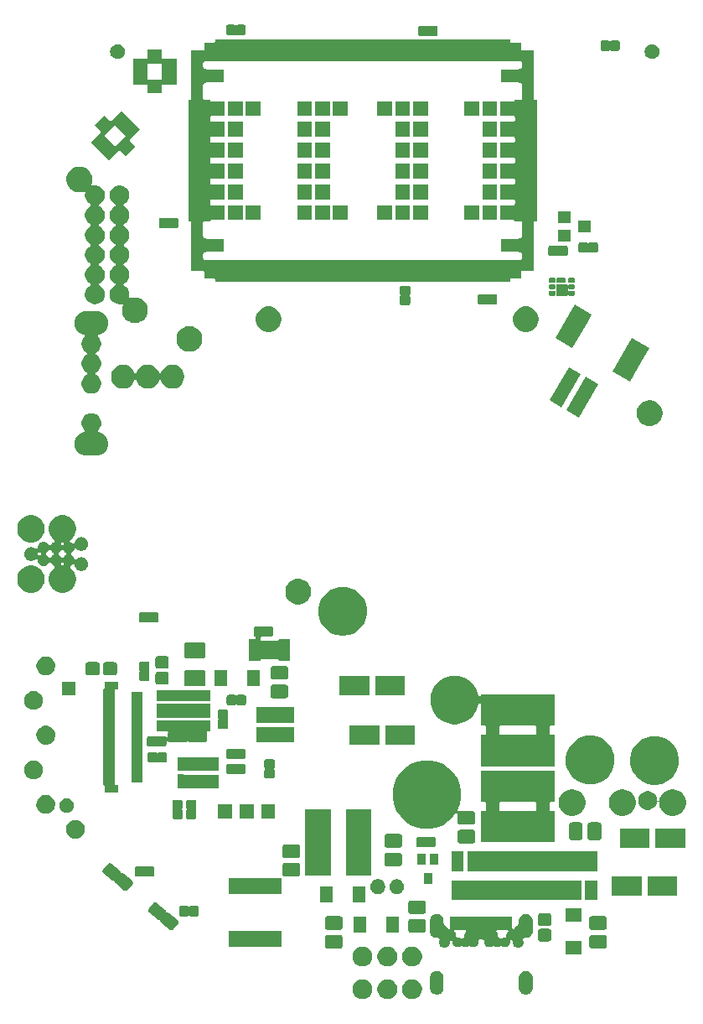
<source format=gbr>
G04 #@! TF.GenerationSoftware,KiCad,Pcbnew,5.1.6+dfsg1-1~bpo10+1*
G04 #@! TF.CreationDate,2020-12-17T18:50:31-05:00*
G04 #@! TF.ProjectId,4GRCP_Mainboard,34475243-505f-44d6-9169-6e626f617264,rev?*
G04 #@! TF.SameCoordinates,Original*
G04 #@! TF.FileFunction,Soldermask,Top*
G04 #@! TF.FilePolarity,Negative*
%FSLAX46Y46*%
G04 Gerber Fmt 4.6, Leading zero omitted, Abs format (unit mm)*
G04 Created by KiCad (PCBNEW 5.1.6+dfsg1-1~bpo10+1) date 2020-12-17 18:50:31*
%MOMM*%
%LPD*%
G01*
G04 APERTURE LIST*
%ADD10C,0.010000*%
%ADD11C,0.100000*%
G04 APERTURE END LIST*
D10*
G36*
X166350000Y-82800000D02*
G01*
X166350000Y-82600000D01*
X166350137Y-82594766D01*
X166350548Y-82589547D01*
X166351231Y-82584357D01*
X166352185Y-82579209D01*
X166353407Y-82574118D01*
X166354894Y-82569098D01*
X166356642Y-82564163D01*
X166358645Y-82559326D01*
X166360899Y-82554601D01*
X166363397Y-82550000D01*
X166366133Y-82545536D01*
X166369098Y-82541221D01*
X166372285Y-82537068D01*
X166375686Y-82533087D01*
X166379289Y-82529289D01*
X166383087Y-82525686D01*
X166387068Y-82522285D01*
X166391221Y-82519098D01*
X166395536Y-82516133D01*
X166400000Y-82513397D01*
X166404601Y-82510899D01*
X166409326Y-82508645D01*
X166414163Y-82506642D01*
X166419098Y-82504894D01*
X166424118Y-82503407D01*
X166429209Y-82502185D01*
X166434357Y-82501231D01*
X166439547Y-82500548D01*
X166444766Y-82500137D01*
X166450000Y-82500000D01*
X166800000Y-82500000D01*
X166805234Y-82500137D01*
X166810453Y-82500548D01*
X166815643Y-82501231D01*
X166820791Y-82502185D01*
X166825882Y-82503407D01*
X166830902Y-82504894D01*
X166835837Y-82506642D01*
X166840674Y-82508645D01*
X166845399Y-82510899D01*
X166850000Y-82513397D01*
X166854464Y-82516133D01*
X166858779Y-82519098D01*
X166862932Y-82522285D01*
X166866913Y-82525686D01*
X166870711Y-82529289D01*
X166874314Y-82533087D01*
X166877715Y-82537068D01*
X166880902Y-82541221D01*
X166883867Y-82545536D01*
X166886603Y-82550000D01*
X166889101Y-82554601D01*
X166891355Y-82559326D01*
X166893358Y-82564163D01*
X166895106Y-82569098D01*
X166896593Y-82574118D01*
X166897815Y-82579209D01*
X166898769Y-82584357D01*
X166899452Y-82589547D01*
X166899863Y-82594766D01*
X166900000Y-82600000D01*
X166900000Y-82800000D01*
X166899863Y-82805234D01*
X166899452Y-82810453D01*
X166898769Y-82815643D01*
X166897815Y-82820791D01*
X166896593Y-82825882D01*
X166895106Y-82830902D01*
X166893358Y-82835837D01*
X166891355Y-82840674D01*
X166889101Y-82845399D01*
X166886603Y-82850000D01*
X166883867Y-82854464D01*
X166880902Y-82858779D01*
X166877715Y-82862932D01*
X166874314Y-82866913D01*
X166870711Y-82870711D01*
X166866913Y-82874314D01*
X166862932Y-82877715D01*
X166858779Y-82880902D01*
X166854464Y-82883867D01*
X166850000Y-82886603D01*
X166845399Y-82889101D01*
X166840674Y-82891355D01*
X166835837Y-82893358D01*
X166830902Y-82895106D01*
X166825882Y-82896593D01*
X166820791Y-82897815D01*
X166815643Y-82898769D01*
X166810453Y-82899452D01*
X166805234Y-82899863D01*
X166800000Y-82900000D01*
X166450000Y-82900000D01*
X166444766Y-82899863D01*
X166439547Y-82899452D01*
X166434357Y-82898769D01*
X166429209Y-82897815D01*
X166424118Y-82896593D01*
X166419098Y-82895106D01*
X166414163Y-82893358D01*
X166409326Y-82891355D01*
X166404601Y-82889101D01*
X166400000Y-82886603D01*
X166395536Y-82883867D01*
X166391221Y-82880902D01*
X166387068Y-82877715D01*
X166383087Y-82874314D01*
X166379289Y-82870711D01*
X166375686Y-82866913D01*
X166372285Y-82862932D01*
X166369098Y-82858779D01*
X166366133Y-82854464D01*
X166363397Y-82850000D01*
X166360899Y-82845399D01*
X166358645Y-82840674D01*
X166356642Y-82835837D01*
X166354894Y-82830902D01*
X166353407Y-82825882D01*
X166352185Y-82820791D01*
X166351231Y-82815643D01*
X166350548Y-82810453D01*
X166350137Y-82805234D01*
X166350000Y-82800000D01*
G37*
X166350000Y-82800000D02*
X166350000Y-82600000D01*
X166350137Y-82594766D01*
X166350548Y-82589547D01*
X166351231Y-82584357D01*
X166352185Y-82579209D01*
X166353407Y-82574118D01*
X166354894Y-82569098D01*
X166356642Y-82564163D01*
X166358645Y-82559326D01*
X166360899Y-82554601D01*
X166363397Y-82550000D01*
X166366133Y-82545536D01*
X166369098Y-82541221D01*
X166372285Y-82537068D01*
X166375686Y-82533087D01*
X166379289Y-82529289D01*
X166383087Y-82525686D01*
X166387068Y-82522285D01*
X166391221Y-82519098D01*
X166395536Y-82516133D01*
X166400000Y-82513397D01*
X166404601Y-82510899D01*
X166409326Y-82508645D01*
X166414163Y-82506642D01*
X166419098Y-82504894D01*
X166424118Y-82503407D01*
X166429209Y-82502185D01*
X166434357Y-82501231D01*
X166439547Y-82500548D01*
X166444766Y-82500137D01*
X166450000Y-82500000D01*
X166800000Y-82500000D01*
X166805234Y-82500137D01*
X166810453Y-82500548D01*
X166815643Y-82501231D01*
X166820791Y-82502185D01*
X166825882Y-82503407D01*
X166830902Y-82504894D01*
X166835837Y-82506642D01*
X166840674Y-82508645D01*
X166845399Y-82510899D01*
X166850000Y-82513397D01*
X166854464Y-82516133D01*
X166858779Y-82519098D01*
X166862932Y-82522285D01*
X166866913Y-82525686D01*
X166870711Y-82529289D01*
X166874314Y-82533087D01*
X166877715Y-82537068D01*
X166880902Y-82541221D01*
X166883867Y-82545536D01*
X166886603Y-82550000D01*
X166889101Y-82554601D01*
X166891355Y-82559326D01*
X166893358Y-82564163D01*
X166895106Y-82569098D01*
X166896593Y-82574118D01*
X166897815Y-82579209D01*
X166898769Y-82584357D01*
X166899452Y-82589547D01*
X166899863Y-82594766D01*
X166900000Y-82600000D01*
X166900000Y-82800000D01*
X166899863Y-82805234D01*
X166899452Y-82810453D01*
X166898769Y-82815643D01*
X166897815Y-82820791D01*
X166896593Y-82825882D01*
X166895106Y-82830902D01*
X166893358Y-82835837D01*
X166891355Y-82840674D01*
X166889101Y-82845399D01*
X166886603Y-82850000D01*
X166883867Y-82854464D01*
X166880902Y-82858779D01*
X166877715Y-82862932D01*
X166874314Y-82866913D01*
X166870711Y-82870711D01*
X166866913Y-82874314D01*
X166862932Y-82877715D01*
X166858779Y-82880902D01*
X166854464Y-82883867D01*
X166850000Y-82886603D01*
X166845399Y-82889101D01*
X166840674Y-82891355D01*
X166835837Y-82893358D01*
X166830902Y-82895106D01*
X166825882Y-82896593D01*
X166820791Y-82897815D01*
X166815643Y-82898769D01*
X166810453Y-82899452D01*
X166805234Y-82899863D01*
X166800000Y-82900000D01*
X166450000Y-82900000D01*
X166444766Y-82899863D01*
X166439547Y-82899452D01*
X166434357Y-82898769D01*
X166429209Y-82897815D01*
X166424118Y-82896593D01*
X166419098Y-82895106D01*
X166414163Y-82893358D01*
X166409326Y-82891355D01*
X166404601Y-82889101D01*
X166400000Y-82886603D01*
X166395536Y-82883867D01*
X166391221Y-82880902D01*
X166387068Y-82877715D01*
X166383087Y-82874314D01*
X166379289Y-82870711D01*
X166375686Y-82866913D01*
X166372285Y-82862932D01*
X166369098Y-82858779D01*
X166366133Y-82854464D01*
X166363397Y-82850000D01*
X166360899Y-82845399D01*
X166358645Y-82840674D01*
X166356642Y-82835837D01*
X166354894Y-82830902D01*
X166353407Y-82825882D01*
X166352185Y-82820791D01*
X166351231Y-82815643D01*
X166350548Y-82810453D01*
X166350137Y-82805234D01*
X166350000Y-82800000D01*
G36*
X168300000Y-82800000D02*
G01*
X168300000Y-82600000D01*
X168300137Y-82594766D01*
X168300548Y-82589547D01*
X168301231Y-82584357D01*
X168302185Y-82579209D01*
X168303407Y-82574118D01*
X168304894Y-82569098D01*
X168306642Y-82564163D01*
X168308645Y-82559326D01*
X168310899Y-82554601D01*
X168313397Y-82550000D01*
X168316133Y-82545536D01*
X168319098Y-82541221D01*
X168322285Y-82537068D01*
X168325686Y-82533087D01*
X168329289Y-82529289D01*
X168333087Y-82525686D01*
X168337068Y-82522285D01*
X168341221Y-82519098D01*
X168345536Y-82516133D01*
X168350000Y-82513397D01*
X168354601Y-82510899D01*
X168359326Y-82508645D01*
X168364163Y-82506642D01*
X168369098Y-82504894D01*
X168374118Y-82503407D01*
X168379209Y-82502185D01*
X168384357Y-82501231D01*
X168389547Y-82500548D01*
X168394766Y-82500137D01*
X168400000Y-82500000D01*
X168750000Y-82500000D01*
X168755234Y-82500137D01*
X168760453Y-82500548D01*
X168765643Y-82501231D01*
X168770791Y-82502185D01*
X168775882Y-82503407D01*
X168780902Y-82504894D01*
X168785837Y-82506642D01*
X168790674Y-82508645D01*
X168795399Y-82510899D01*
X168800000Y-82513397D01*
X168804464Y-82516133D01*
X168808779Y-82519098D01*
X168812932Y-82522285D01*
X168816913Y-82525686D01*
X168820711Y-82529289D01*
X168824314Y-82533087D01*
X168827715Y-82537068D01*
X168830902Y-82541221D01*
X168833867Y-82545536D01*
X168836603Y-82550000D01*
X168839101Y-82554601D01*
X168841355Y-82559326D01*
X168843358Y-82564163D01*
X168845106Y-82569098D01*
X168846593Y-82574118D01*
X168847815Y-82579209D01*
X168848769Y-82584357D01*
X168849452Y-82589547D01*
X168849863Y-82594766D01*
X168850000Y-82600000D01*
X168850000Y-82800000D01*
X168849863Y-82805234D01*
X168849452Y-82810453D01*
X168848769Y-82815643D01*
X168847815Y-82820791D01*
X168846593Y-82825882D01*
X168845106Y-82830902D01*
X168843358Y-82835837D01*
X168841355Y-82840674D01*
X168839101Y-82845399D01*
X168836603Y-82850000D01*
X168833867Y-82854464D01*
X168830902Y-82858779D01*
X168827715Y-82862932D01*
X168824314Y-82866913D01*
X168820711Y-82870711D01*
X168816913Y-82874314D01*
X168812932Y-82877715D01*
X168808779Y-82880902D01*
X168804464Y-82883867D01*
X168800000Y-82886603D01*
X168795399Y-82889101D01*
X168790674Y-82891355D01*
X168785837Y-82893358D01*
X168780902Y-82895106D01*
X168775882Y-82896593D01*
X168770791Y-82897815D01*
X168765643Y-82898769D01*
X168760453Y-82899452D01*
X168755234Y-82899863D01*
X168750000Y-82900000D01*
X168400000Y-82900000D01*
X168394766Y-82899863D01*
X168389547Y-82899452D01*
X168384357Y-82898769D01*
X168379209Y-82897815D01*
X168374118Y-82896593D01*
X168369098Y-82895106D01*
X168364163Y-82893358D01*
X168359326Y-82891355D01*
X168354601Y-82889101D01*
X168350000Y-82886603D01*
X168345536Y-82883867D01*
X168341221Y-82880902D01*
X168337068Y-82877715D01*
X168333087Y-82874314D01*
X168329289Y-82870711D01*
X168325686Y-82866913D01*
X168322285Y-82862932D01*
X168319098Y-82858779D01*
X168316133Y-82854464D01*
X168313397Y-82850000D01*
X168310899Y-82845399D01*
X168308645Y-82840674D01*
X168306642Y-82835837D01*
X168304894Y-82830902D01*
X168303407Y-82825882D01*
X168302185Y-82820791D01*
X168301231Y-82815643D01*
X168300548Y-82810453D01*
X168300137Y-82805234D01*
X168300000Y-82800000D01*
G37*
X168300000Y-82800000D02*
X168300000Y-82600000D01*
X168300137Y-82594766D01*
X168300548Y-82589547D01*
X168301231Y-82584357D01*
X168302185Y-82579209D01*
X168303407Y-82574118D01*
X168304894Y-82569098D01*
X168306642Y-82564163D01*
X168308645Y-82559326D01*
X168310899Y-82554601D01*
X168313397Y-82550000D01*
X168316133Y-82545536D01*
X168319098Y-82541221D01*
X168322285Y-82537068D01*
X168325686Y-82533087D01*
X168329289Y-82529289D01*
X168333087Y-82525686D01*
X168337068Y-82522285D01*
X168341221Y-82519098D01*
X168345536Y-82516133D01*
X168350000Y-82513397D01*
X168354601Y-82510899D01*
X168359326Y-82508645D01*
X168364163Y-82506642D01*
X168369098Y-82504894D01*
X168374118Y-82503407D01*
X168379209Y-82502185D01*
X168384357Y-82501231D01*
X168389547Y-82500548D01*
X168394766Y-82500137D01*
X168400000Y-82500000D01*
X168750000Y-82500000D01*
X168755234Y-82500137D01*
X168760453Y-82500548D01*
X168765643Y-82501231D01*
X168770791Y-82502185D01*
X168775882Y-82503407D01*
X168780902Y-82504894D01*
X168785837Y-82506642D01*
X168790674Y-82508645D01*
X168795399Y-82510899D01*
X168800000Y-82513397D01*
X168804464Y-82516133D01*
X168808779Y-82519098D01*
X168812932Y-82522285D01*
X168816913Y-82525686D01*
X168820711Y-82529289D01*
X168824314Y-82533087D01*
X168827715Y-82537068D01*
X168830902Y-82541221D01*
X168833867Y-82545536D01*
X168836603Y-82550000D01*
X168839101Y-82554601D01*
X168841355Y-82559326D01*
X168843358Y-82564163D01*
X168845106Y-82569098D01*
X168846593Y-82574118D01*
X168847815Y-82579209D01*
X168848769Y-82584357D01*
X168849452Y-82589547D01*
X168849863Y-82594766D01*
X168850000Y-82600000D01*
X168850000Y-82800000D01*
X168849863Y-82805234D01*
X168849452Y-82810453D01*
X168848769Y-82815643D01*
X168847815Y-82820791D01*
X168846593Y-82825882D01*
X168845106Y-82830902D01*
X168843358Y-82835837D01*
X168841355Y-82840674D01*
X168839101Y-82845399D01*
X168836603Y-82850000D01*
X168833867Y-82854464D01*
X168830902Y-82858779D01*
X168827715Y-82862932D01*
X168824314Y-82866913D01*
X168820711Y-82870711D01*
X168816913Y-82874314D01*
X168812932Y-82877715D01*
X168808779Y-82880902D01*
X168804464Y-82883867D01*
X168800000Y-82886603D01*
X168795399Y-82889101D01*
X168790674Y-82891355D01*
X168785837Y-82893358D01*
X168780902Y-82895106D01*
X168775882Y-82896593D01*
X168770791Y-82897815D01*
X168765643Y-82898769D01*
X168760453Y-82899452D01*
X168755234Y-82899863D01*
X168750000Y-82900000D01*
X168400000Y-82900000D01*
X168394766Y-82899863D01*
X168389547Y-82899452D01*
X168384357Y-82898769D01*
X168379209Y-82897815D01*
X168374118Y-82896593D01*
X168369098Y-82895106D01*
X168364163Y-82893358D01*
X168359326Y-82891355D01*
X168354601Y-82889101D01*
X168350000Y-82886603D01*
X168345536Y-82883867D01*
X168341221Y-82880902D01*
X168337068Y-82877715D01*
X168333087Y-82874314D01*
X168329289Y-82870711D01*
X168325686Y-82866913D01*
X168322285Y-82862932D01*
X168319098Y-82858779D01*
X168316133Y-82854464D01*
X168313397Y-82850000D01*
X168310899Y-82845399D01*
X168308645Y-82840674D01*
X168306642Y-82835837D01*
X168304894Y-82830902D01*
X168303407Y-82825882D01*
X168302185Y-82820791D01*
X168301231Y-82815643D01*
X168300548Y-82810453D01*
X168300137Y-82805234D01*
X168300000Y-82800000D01*
G36*
X168300000Y-83450000D02*
G01*
X168300000Y-83250000D01*
X168300137Y-83244766D01*
X168300548Y-83239547D01*
X168301231Y-83234357D01*
X168302185Y-83229209D01*
X168303407Y-83224118D01*
X168304894Y-83219098D01*
X168306642Y-83214163D01*
X168308645Y-83209326D01*
X168310899Y-83204601D01*
X168313397Y-83200000D01*
X168316133Y-83195536D01*
X168319098Y-83191221D01*
X168322285Y-83187068D01*
X168325686Y-83183087D01*
X168329289Y-83179289D01*
X168333087Y-83175686D01*
X168337068Y-83172285D01*
X168341221Y-83169098D01*
X168345536Y-83166133D01*
X168350000Y-83163397D01*
X168354601Y-83160899D01*
X168359326Y-83158645D01*
X168364163Y-83156642D01*
X168369098Y-83154894D01*
X168374118Y-83153407D01*
X168379209Y-83152185D01*
X168384357Y-83151231D01*
X168389547Y-83150548D01*
X168394766Y-83150137D01*
X168400000Y-83150000D01*
X168750000Y-83150000D01*
X168755234Y-83150137D01*
X168760453Y-83150548D01*
X168765643Y-83151231D01*
X168770791Y-83152185D01*
X168775882Y-83153407D01*
X168780902Y-83154894D01*
X168785837Y-83156642D01*
X168790674Y-83158645D01*
X168795399Y-83160899D01*
X168800000Y-83163397D01*
X168804464Y-83166133D01*
X168808779Y-83169098D01*
X168812932Y-83172285D01*
X168816913Y-83175686D01*
X168820711Y-83179289D01*
X168824314Y-83183087D01*
X168827715Y-83187068D01*
X168830902Y-83191221D01*
X168833867Y-83195536D01*
X168836603Y-83200000D01*
X168839101Y-83204601D01*
X168841355Y-83209326D01*
X168843358Y-83214163D01*
X168845106Y-83219098D01*
X168846593Y-83224118D01*
X168847815Y-83229209D01*
X168848769Y-83234357D01*
X168849452Y-83239547D01*
X168849863Y-83244766D01*
X168850000Y-83250000D01*
X168850000Y-83450000D01*
X168849863Y-83455234D01*
X168849452Y-83460453D01*
X168848769Y-83465643D01*
X168847815Y-83470791D01*
X168846593Y-83475882D01*
X168845106Y-83480902D01*
X168843358Y-83485837D01*
X168841355Y-83490674D01*
X168839101Y-83495399D01*
X168836603Y-83500000D01*
X168833867Y-83504464D01*
X168830902Y-83508779D01*
X168827715Y-83512932D01*
X168824314Y-83516913D01*
X168820711Y-83520711D01*
X168816913Y-83524314D01*
X168812932Y-83527715D01*
X168808779Y-83530902D01*
X168804464Y-83533867D01*
X168800000Y-83536603D01*
X168795399Y-83539101D01*
X168790674Y-83541355D01*
X168785837Y-83543358D01*
X168780902Y-83545106D01*
X168775882Y-83546593D01*
X168770791Y-83547815D01*
X168765643Y-83548769D01*
X168760453Y-83549452D01*
X168755234Y-83549863D01*
X168750000Y-83550000D01*
X168400000Y-83550000D01*
X168394766Y-83549863D01*
X168389547Y-83549452D01*
X168384357Y-83548769D01*
X168379209Y-83547815D01*
X168374118Y-83546593D01*
X168369098Y-83545106D01*
X168364163Y-83543358D01*
X168359326Y-83541355D01*
X168354601Y-83539101D01*
X168350000Y-83536603D01*
X168345536Y-83533867D01*
X168341221Y-83530902D01*
X168337068Y-83527715D01*
X168333087Y-83524314D01*
X168329289Y-83520711D01*
X168325686Y-83516913D01*
X168322285Y-83512932D01*
X168319098Y-83508779D01*
X168316133Y-83504464D01*
X168313397Y-83500000D01*
X168310899Y-83495399D01*
X168308645Y-83490674D01*
X168306642Y-83485837D01*
X168304894Y-83480902D01*
X168303407Y-83475882D01*
X168302185Y-83470791D01*
X168301231Y-83465643D01*
X168300548Y-83460453D01*
X168300137Y-83455234D01*
X168300000Y-83450000D01*
G37*
X168300000Y-83450000D02*
X168300000Y-83250000D01*
X168300137Y-83244766D01*
X168300548Y-83239547D01*
X168301231Y-83234357D01*
X168302185Y-83229209D01*
X168303407Y-83224118D01*
X168304894Y-83219098D01*
X168306642Y-83214163D01*
X168308645Y-83209326D01*
X168310899Y-83204601D01*
X168313397Y-83200000D01*
X168316133Y-83195536D01*
X168319098Y-83191221D01*
X168322285Y-83187068D01*
X168325686Y-83183087D01*
X168329289Y-83179289D01*
X168333087Y-83175686D01*
X168337068Y-83172285D01*
X168341221Y-83169098D01*
X168345536Y-83166133D01*
X168350000Y-83163397D01*
X168354601Y-83160899D01*
X168359326Y-83158645D01*
X168364163Y-83156642D01*
X168369098Y-83154894D01*
X168374118Y-83153407D01*
X168379209Y-83152185D01*
X168384357Y-83151231D01*
X168389547Y-83150548D01*
X168394766Y-83150137D01*
X168400000Y-83150000D01*
X168750000Y-83150000D01*
X168755234Y-83150137D01*
X168760453Y-83150548D01*
X168765643Y-83151231D01*
X168770791Y-83152185D01*
X168775882Y-83153407D01*
X168780902Y-83154894D01*
X168785837Y-83156642D01*
X168790674Y-83158645D01*
X168795399Y-83160899D01*
X168800000Y-83163397D01*
X168804464Y-83166133D01*
X168808779Y-83169098D01*
X168812932Y-83172285D01*
X168816913Y-83175686D01*
X168820711Y-83179289D01*
X168824314Y-83183087D01*
X168827715Y-83187068D01*
X168830902Y-83191221D01*
X168833867Y-83195536D01*
X168836603Y-83200000D01*
X168839101Y-83204601D01*
X168841355Y-83209326D01*
X168843358Y-83214163D01*
X168845106Y-83219098D01*
X168846593Y-83224118D01*
X168847815Y-83229209D01*
X168848769Y-83234357D01*
X168849452Y-83239547D01*
X168849863Y-83244766D01*
X168850000Y-83250000D01*
X168850000Y-83450000D01*
X168849863Y-83455234D01*
X168849452Y-83460453D01*
X168848769Y-83465643D01*
X168847815Y-83470791D01*
X168846593Y-83475882D01*
X168845106Y-83480902D01*
X168843358Y-83485837D01*
X168841355Y-83490674D01*
X168839101Y-83495399D01*
X168836603Y-83500000D01*
X168833867Y-83504464D01*
X168830902Y-83508779D01*
X168827715Y-83512932D01*
X168824314Y-83516913D01*
X168820711Y-83520711D01*
X168816913Y-83524314D01*
X168812932Y-83527715D01*
X168808779Y-83530902D01*
X168804464Y-83533867D01*
X168800000Y-83536603D01*
X168795399Y-83539101D01*
X168790674Y-83541355D01*
X168785837Y-83543358D01*
X168780902Y-83545106D01*
X168775882Y-83546593D01*
X168770791Y-83547815D01*
X168765643Y-83548769D01*
X168760453Y-83549452D01*
X168755234Y-83549863D01*
X168750000Y-83550000D01*
X168400000Y-83550000D01*
X168394766Y-83549863D01*
X168389547Y-83549452D01*
X168384357Y-83548769D01*
X168379209Y-83547815D01*
X168374118Y-83546593D01*
X168369098Y-83545106D01*
X168364163Y-83543358D01*
X168359326Y-83541355D01*
X168354601Y-83539101D01*
X168350000Y-83536603D01*
X168345536Y-83533867D01*
X168341221Y-83530902D01*
X168337068Y-83527715D01*
X168333087Y-83524314D01*
X168329289Y-83520711D01*
X168325686Y-83516913D01*
X168322285Y-83512932D01*
X168319098Y-83508779D01*
X168316133Y-83504464D01*
X168313397Y-83500000D01*
X168310899Y-83495399D01*
X168308645Y-83490674D01*
X168306642Y-83485837D01*
X168304894Y-83480902D01*
X168303407Y-83475882D01*
X168302185Y-83470791D01*
X168301231Y-83465643D01*
X168300548Y-83460453D01*
X168300137Y-83455234D01*
X168300000Y-83450000D01*
G36*
X168300000Y-82150000D02*
G01*
X168300000Y-81950000D01*
X168300137Y-81944766D01*
X168300548Y-81939547D01*
X168301231Y-81934357D01*
X168302185Y-81929209D01*
X168303407Y-81924118D01*
X168304894Y-81919098D01*
X168306642Y-81914163D01*
X168308645Y-81909326D01*
X168310899Y-81904601D01*
X168313397Y-81900000D01*
X168316133Y-81895536D01*
X168319098Y-81891221D01*
X168322285Y-81887068D01*
X168325686Y-81883087D01*
X168329289Y-81879289D01*
X168333087Y-81875686D01*
X168337068Y-81872285D01*
X168341221Y-81869098D01*
X168345536Y-81866133D01*
X168350000Y-81863397D01*
X168354601Y-81860899D01*
X168359326Y-81858645D01*
X168364163Y-81856642D01*
X168369098Y-81854894D01*
X168374118Y-81853407D01*
X168379209Y-81852185D01*
X168384357Y-81851231D01*
X168389547Y-81850548D01*
X168394766Y-81850137D01*
X168400000Y-81850000D01*
X168750000Y-81850000D01*
X168755234Y-81850137D01*
X168760453Y-81850548D01*
X168765643Y-81851231D01*
X168770791Y-81852185D01*
X168775882Y-81853407D01*
X168780902Y-81854894D01*
X168785837Y-81856642D01*
X168790674Y-81858645D01*
X168795399Y-81860899D01*
X168800000Y-81863397D01*
X168804464Y-81866133D01*
X168808779Y-81869098D01*
X168812932Y-81872285D01*
X168816913Y-81875686D01*
X168820711Y-81879289D01*
X168824314Y-81883087D01*
X168827715Y-81887068D01*
X168830902Y-81891221D01*
X168833867Y-81895536D01*
X168836603Y-81900000D01*
X168839101Y-81904601D01*
X168841355Y-81909326D01*
X168843358Y-81914163D01*
X168845106Y-81919098D01*
X168846593Y-81924118D01*
X168847815Y-81929209D01*
X168848769Y-81934357D01*
X168849452Y-81939547D01*
X168849863Y-81944766D01*
X168850000Y-81950000D01*
X168850000Y-82150000D01*
X168849863Y-82155234D01*
X168849452Y-82160453D01*
X168848769Y-82165643D01*
X168847815Y-82170791D01*
X168846593Y-82175882D01*
X168845106Y-82180902D01*
X168843358Y-82185837D01*
X168841355Y-82190674D01*
X168839101Y-82195399D01*
X168836603Y-82200000D01*
X168833867Y-82204464D01*
X168830902Y-82208779D01*
X168827715Y-82212932D01*
X168824314Y-82216913D01*
X168820711Y-82220711D01*
X168816913Y-82224314D01*
X168812932Y-82227715D01*
X168808779Y-82230902D01*
X168804464Y-82233867D01*
X168800000Y-82236603D01*
X168795399Y-82239101D01*
X168790674Y-82241355D01*
X168785837Y-82243358D01*
X168780902Y-82245106D01*
X168775882Y-82246593D01*
X168770791Y-82247815D01*
X168765643Y-82248769D01*
X168760453Y-82249452D01*
X168755234Y-82249863D01*
X168750000Y-82250000D01*
X168400000Y-82250000D01*
X168394766Y-82249863D01*
X168389547Y-82249452D01*
X168384357Y-82248769D01*
X168379209Y-82247815D01*
X168374118Y-82246593D01*
X168369098Y-82245106D01*
X168364163Y-82243358D01*
X168359326Y-82241355D01*
X168354601Y-82239101D01*
X168350000Y-82236603D01*
X168345536Y-82233867D01*
X168341221Y-82230902D01*
X168337068Y-82227715D01*
X168333087Y-82224314D01*
X168329289Y-82220711D01*
X168325686Y-82216913D01*
X168322285Y-82212932D01*
X168319098Y-82208779D01*
X168316133Y-82204464D01*
X168313397Y-82200000D01*
X168310899Y-82195399D01*
X168308645Y-82190674D01*
X168306642Y-82185837D01*
X168304894Y-82180902D01*
X168303407Y-82175882D01*
X168302185Y-82170791D01*
X168301231Y-82165643D01*
X168300548Y-82160453D01*
X168300137Y-82155234D01*
X168300000Y-82150000D01*
G37*
X168300000Y-82150000D02*
X168300000Y-81950000D01*
X168300137Y-81944766D01*
X168300548Y-81939547D01*
X168301231Y-81934357D01*
X168302185Y-81929209D01*
X168303407Y-81924118D01*
X168304894Y-81919098D01*
X168306642Y-81914163D01*
X168308645Y-81909326D01*
X168310899Y-81904601D01*
X168313397Y-81900000D01*
X168316133Y-81895536D01*
X168319098Y-81891221D01*
X168322285Y-81887068D01*
X168325686Y-81883087D01*
X168329289Y-81879289D01*
X168333087Y-81875686D01*
X168337068Y-81872285D01*
X168341221Y-81869098D01*
X168345536Y-81866133D01*
X168350000Y-81863397D01*
X168354601Y-81860899D01*
X168359326Y-81858645D01*
X168364163Y-81856642D01*
X168369098Y-81854894D01*
X168374118Y-81853407D01*
X168379209Y-81852185D01*
X168384357Y-81851231D01*
X168389547Y-81850548D01*
X168394766Y-81850137D01*
X168400000Y-81850000D01*
X168750000Y-81850000D01*
X168755234Y-81850137D01*
X168760453Y-81850548D01*
X168765643Y-81851231D01*
X168770791Y-81852185D01*
X168775882Y-81853407D01*
X168780902Y-81854894D01*
X168785837Y-81856642D01*
X168790674Y-81858645D01*
X168795399Y-81860899D01*
X168800000Y-81863397D01*
X168804464Y-81866133D01*
X168808779Y-81869098D01*
X168812932Y-81872285D01*
X168816913Y-81875686D01*
X168820711Y-81879289D01*
X168824314Y-81883087D01*
X168827715Y-81887068D01*
X168830902Y-81891221D01*
X168833867Y-81895536D01*
X168836603Y-81900000D01*
X168839101Y-81904601D01*
X168841355Y-81909326D01*
X168843358Y-81914163D01*
X168845106Y-81919098D01*
X168846593Y-81924118D01*
X168847815Y-81929209D01*
X168848769Y-81934357D01*
X168849452Y-81939547D01*
X168849863Y-81944766D01*
X168850000Y-81950000D01*
X168850000Y-82150000D01*
X168849863Y-82155234D01*
X168849452Y-82160453D01*
X168848769Y-82165643D01*
X168847815Y-82170791D01*
X168846593Y-82175882D01*
X168845106Y-82180902D01*
X168843358Y-82185837D01*
X168841355Y-82190674D01*
X168839101Y-82195399D01*
X168836603Y-82200000D01*
X168833867Y-82204464D01*
X168830902Y-82208779D01*
X168827715Y-82212932D01*
X168824314Y-82216913D01*
X168820711Y-82220711D01*
X168816913Y-82224314D01*
X168812932Y-82227715D01*
X168808779Y-82230902D01*
X168804464Y-82233867D01*
X168800000Y-82236603D01*
X168795399Y-82239101D01*
X168790674Y-82241355D01*
X168785837Y-82243358D01*
X168780902Y-82245106D01*
X168775882Y-82246593D01*
X168770791Y-82247815D01*
X168765643Y-82248769D01*
X168760453Y-82249452D01*
X168755234Y-82249863D01*
X168750000Y-82250000D01*
X168400000Y-82250000D01*
X168394766Y-82249863D01*
X168389547Y-82249452D01*
X168384357Y-82248769D01*
X168379209Y-82247815D01*
X168374118Y-82246593D01*
X168369098Y-82245106D01*
X168364163Y-82243358D01*
X168359326Y-82241355D01*
X168354601Y-82239101D01*
X168350000Y-82236603D01*
X168345536Y-82233867D01*
X168341221Y-82230902D01*
X168337068Y-82227715D01*
X168333087Y-82224314D01*
X168329289Y-82220711D01*
X168325686Y-82216913D01*
X168322285Y-82212932D01*
X168319098Y-82208779D01*
X168316133Y-82204464D01*
X168313397Y-82200000D01*
X168310899Y-82195399D01*
X168308645Y-82190674D01*
X168306642Y-82185837D01*
X168304894Y-82180902D01*
X168303407Y-82175882D01*
X168302185Y-82170791D01*
X168301231Y-82165643D01*
X168300548Y-82160453D01*
X168300137Y-82155234D01*
X168300000Y-82150000D01*
G36*
X166350000Y-83450000D02*
G01*
X166350000Y-83250000D01*
X166350137Y-83244766D01*
X166350548Y-83239547D01*
X166351231Y-83234357D01*
X166352185Y-83229209D01*
X166353407Y-83224118D01*
X166354894Y-83219098D01*
X166356642Y-83214163D01*
X166358645Y-83209326D01*
X166360899Y-83204601D01*
X166363397Y-83200000D01*
X166366133Y-83195536D01*
X166369098Y-83191221D01*
X166372285Y-83187068D01*
X166375686Y-83183087D01*
X166379289Y-83179289D01*
X166383087Y-83175686D01*
X166387068Y-83172285D01*
X166391221Y-83169098D01*
X166395536Y-83166133D01*
X166400000Y-83163397D01*
X166404601Y-83160899D01*
X166409326Y-83158645D01*
X166414163Y-83156642D01*
X166419098Y-83154894D01*
X166424118Y-83153407D01*
X166429209Y-83152185D01*
X166434357Y-83151231D01*
X166439547Y-83150548D01*
X166444766Y-83150137D01*
X166450000Y-83150000D01*
X166800000Y-83150000D01*
X166805234Y-83150137D01*
X166810453Y-83150548D01*
X166815643Y-83151231D01*
X166820791Y-83152185D01*
X166825882Y-83153407D01*
X166830902Y-83154894D01*
X166835837Y-83156642D01*
X166840674Y-83158645D01*
X166845399Y-83160899D01*
X166850000Y-83163397D01*
X166854464Y-83166133D01*
X166858779Y-83169098D01*
X166862932Y-83172285D01*
X166866913Y-83175686D01*
X166870711Y-83179289D01*
X166874314Y-83183087D01*
X166877715Y-83187068D01*
X166880902Y-83191221D01*
X166883867Y-83195536D01*
X166886603Y-83200000D01*
X166889101Y-83204601D01*
X166891355Y-83209326D01*
X166893358Y-83214163D01*
X166895106Y-83219098D01*
X166896593Y-83224118D01*
X166897815Y-83229209D01*
X166898769Y-83234357D01*
X166899452Y-83239547D01*
X166899863Y-83244766D01*
X166900000Y-83250000D01*
X166900000Y-83450000D01*
X166899863Y-83455234D01*
X166899452Y-83460453D01*
X166898769Y-83465643D01*
X166897815Y-83470791D01*
X166896593Y-83475882D01*
X166895106Y-83480902D01*
X166893358Y-83485837D01*
X166891355Y-83490674D01*
X166889101Y-83495399D01*
X166886603Y-83500000D01*
X166883867Y-83504464D01*
X166880902Y-83508779D01*
X166877715Y-83512932D01*
X166874314Y-83516913D01*
X166870711Y-83520711D01*
X166866913Y-83524314D01*
X166862932Y-83527715D01*
X166858779Y-83530902D01*
X166854464Y-83533867D01*
X166850000Y-83536603D01*
X166845399Y-83539101D01*
X166840674Y-83541355D01*
X166835837Y-83543358D01*
X166830902Y-83545106D01*
X166825882Y-83546593D01*
X166820791Y-83547815D01*
X166815643Y-83548769D01*
X166810453Y-83549452D01*
X166805234Y-83549863D01*
X166800000Y-83550000D01*
X166450000Y-83550000D01*
X166444766Y-83549863D01*
X166439547Y-83549452D01*
X166434357Y-83548769D01*
X166429209Y-83547815D01*
X166424118Y-83546593D01*
X166419098Y-83545106D01*
X166414163Y-83543358D01*
X166409326Y-83541355D01*
X166404601Y-83539101D01*
X166400000Y-83536603D01*
X166395536Y-83533867D01*
X166391221Y-83530902D01*
X166387068Y-83527715D01*
X166383087Y-83524314D01*
X166379289Y-83520711D01*
X166375686Y-83516913D01*
X166372285Y-83512932D01*
X166369098Y-83508779D01*
X166366133Y-83504464D01*
X166363397Y-83500000D01*
X166360899Y-83495399D01*
X166358645Y-83490674D01*
X166356642Y-83485837D01*
X166354894Y-83480902D01*
X166353407Y-83475882D01*
X166352185Y-83470791D01*
X166351231Y-83465643D01*
X166350548Y-83460453D01*
X166350137Y-83455234D01*
X166350000Y-83450000D01*
G37*
X166350000Y-83450000D02*
X166350000Y-83250000D01*
X166350137Y-83244766D01*
X166350548Y-83239547D01*
X166351231Y-83234357D01*
X166352185Y-83229209D01*
X166353407Y-83224118D01*
X166354894Y-83219098D01*
X166356642Y-83214163D01*
X166358645Y-83209326D01*
X166360899Y-83204601D01*
X166363397Y-83200000D01*
X166366133Y-83195536D01*
X166369098Y-83191221D01*
X166372285Y-83187068D01*
X166375686Y-83183087D01*
X166379289Y-83179289D01*
X166383087Y-83175686D01*
X166387068Y-83172285D01*
X166391221Y-83169098D01*
X166395536Y-83166133D01*
X166400000Y-83163397D01*
X166404601Y-83160899D01*
X166409326Y-83158645D01*
X166414163Y-83156642D01*
X166419098Y-83154894D01*
X166424118Y-83153407D01*
X166429209Y-83152185D01*
X166434357Y-83151231D01*
X166439547Y-83150548D01*
X166444766Y-83150137D01*
X166450000Y-83150000D01*
X166800000Y-83150000D01*
X166805234Y-83150137D01*
X166810453Y-83150548D01*
X166815643Y-83151231D01*
X166820791Y-83152185D01*
X166825882Y-83153407D01*
X166830902Y-83154894D01*
X166835837Y-83156642D01*
X166840674Y-83158645D01*
X166845399Y-83160899D01*
X166850000Y-83163397D01*
X166854464Y-83166133D01*
X166858779Y-83169098D01*
X166862932Y-83172285D01*
X166866913Y-83175686D01*
X166870711Y-83179289D01*
X166874314Y-83183087D01*
X166877715Y-83187068D01*
X166880902Y-83191221D01*
X166883867Y-83195536D01*
X166886603Y-83200000D01*
X166889101Y-83204601D01*
X166891355Y-83209326D01*
X166893358Y-83214163D01*
X166895106Y-83219098D01*
X166896593Y-83224118D01*
X166897815Y-83229209D01*
X166898769Y-83234357D01*
X166899452Y-83239547D01*
X166899863Y-83244766D01*
X166900000Y-83250000D01*
X166900000Y-83450000D01*
X166899863Y-83455234D01*
X166899452Y-83460453D01*
X166898769Y-83465643D01*
X166897815Y-83470791D01*
X166896593Y-83475882D01*
X166895106Y-83480902D01*
X166893358Y-83485837D01*
X166891355Y-83490674D01*
X166889101Y-83495399D01*
X166886603Y-83500000D01*
X166883867Y-83504464D01*
X166880902Y-83508779D01*
X166877715Y-83512932D01*
X166874314Y-83516913D01*
X166870711Y-83520711D01*
X166866913Y-83524314D01*
X166862932Y-83527715D01*
X166858779Y-83530902D01*
X166854464Y-83533867D01*
X166850000Y-83536603D01*
X166845399Y-83539101D01*
X166840674Y-83541355D01*
X166835837Y-83543358D01*
X166830902Y-83545106D01*
X166825882Y-83546593D01*
X166820791Y-83547815D01*
X166815643Y-83548769D01*
X166810453Y-83549452D01*
X166805234Y-83549863D01*
X166800000Y-83550000D01*
X166450000Y-83550000D01*
X166444766Y-83549863D01*
X166439547Y-83549452D01*
X166434357Y-83548769D01*
X166429209Y-83547815D01*
X166424118Y-83546593D01*
X166419098Y-83545106D01*
X166414163Y-83543358D01*
X166409326Y-83541355D01*
X166404601Y-83539101D01*
X166400000Y-83536603D01*
X166395536Y-83533867D01*
X166391221Y-83530902D01*
X166387068Y-83527715D01*
X166383087Y-83524314D01*
X166379289Y-83520711D01*
X166375686Y-83516913D01*
X166372285Y-83512932D01*
X166369098Y-83508779D01*
X166366133Y-83504464D01*
X166363397Y-83500000D01*
X166360899Y-83495399D01*
X166358645Y-83490674D01*
X166356642Y-83485837D01*
X166354894Y-83480902D01*
X166353407Y-83475882D01*
X166352185Y-83470791D01*
X166351231Y-83465643D01*
X166350548Y-83460453D01*
X166350137Y-83455234D01*
X166350000Y-83450000D01*
G36*
X166350000Y-82150000D02*
G01*
X166350000Y-81950000D01*
X166350137Y-81944766D01*
X166350548Y-81939547D01*
X166351231Y-81934357D01*
X166352185Y-81929209D01*
X166353407Y-81924118D01*
X166354894Y-81919098D01*
X166356642Y-81914163D01*
X166358645Y-81909326D01*
X166360899Y-81904601D01*
X166363397Y-81900000D01*
X166366133Y-81895536D01*
X166369098Y-81891221D01*
X166372285Y-81887068D01*
X166375686Y-81883087D01*
X166379289Y-81879289D01*
X166383087Y-81875686D01*
X166387068Y-81872285D01*
X166391221Y-81869098D01*
X166395536Y-81866133D01*
X166400000Y-81863397D01*
X166404601Y-81860899D01*
X166409326Y-81858645D01*
X166414163Y-81856642D01*
X166419098Y-81854894D01*
X166424118Y-81853407D01*
X166429209Y-81852185D01*
X166434357Y-81851231D01*
X166439547Y-81850548D01*
X166444766Y-81850137D01*
X166450000Y-81850000D01*
X166800000Y-81850000D01*
X166805234Y-81850137D01*
X166810453Y-81850548D01*
X166815643Y-81851231D01*
X166820791Y-81852185D01*
X166825882Y-81853407D01*
X166830902Y-81854894D01*
X166835837Y-81856642D01*
X166840674Y-81858645D01*
X166845399Y-81860899D01*
X166850000Y-81863397D01*
X166854464Y-81866133D01*
X166858779Y-81869098D01*
X166862932Y-81872285D01*
X166866913Y-81875686D01*
X166870711Y-81879289D01*
X166874314Y-81883087D01*
X166877715Y-81887068D01*
X166880902Y-81891221D01*
X166883867Y-81895536D01*
X166886603Y-81900000D01*
X166889101Y-81904601D01*
X166891355Y-81909326D01*
X166893358Y-81914163D01*
X166895106Y-81919098D01*
X166896593Y-81924118D01*
X166897815Y-81929209D01*
X166898769Y-81934357D01*
X166899452Y-81939547D01*
X166899863Y-81944766D01*
X166900000Y-81950000D01*
X166900000Y-82150000D01*
X166899863Y-82155234D01*
X166899452Y-82160453D01*
X166898769Y-82165643D01*
X166897815Y-82170791D01*
X166896593Y-82175882D01*
X166895106Y-82180902D01*
X166893358Y-82185837D01*
X166891355Y-82190674D01*
X166889101Y-82195399D01*
X166886603Y-82200000D01*
X166883867Y-82204464D01*
X166880902Y-82208779D01*
X166877715Y-82212932D01*
X166874314Y-82216913D01*
X166870711Y-82220711D01*
X166866913Y-82224314D01*
X166862932Y-82227715D01*
X166858779Y-82230902D01*
X166854464Y-82233867D01*
X166850000Y-82236603D01*
X166845399Y-82239101D01*
X166840674Y-82241355D01*
X166835837Y-82243358D01*
X166830902Y-82245106D01*
X166825882Y-82246593D01*
X166820791Y-82247815D01*
X166815643Y-82248769D01*
X166810453Y-82249452D01*
X166805234Y-82249863D01*
X166800000Y-82250000D01*
X166450000Y-82250000D01*
X166444766Y-82249863D01*
X166439547Y-82249452D01*
X166434357Y-82248769D01*
X166429209Y-82247815D01*
X166424118Y-82246593D01*
X166419098Y-82245106D01*
X166414163Y-82243358D01*
X166409326Y-82241355D01*
X166404601Y-82239101D01*
X166400000Y-82236603D01*
X166395536Y-82233867D01*
X166391221Y-82230902D01*
X166387068Y-82227715D01*
X166383087Y-82224314D01*
X166379289Y-82220711D01*
X166375686Y-82216913D01*
X166372285Y-82212932D01*
X166369098Y-82208779D01*
X166366133Y-82204464D01*
X166363397Y-82200000D01*
X166360899Y-82195399D01*
X166358645Y-82190674D01*
X166356642Y-82185837D01*
X166354894Y-82180902D01*
X166353407Y-82175882D01*
X166352185Y-82170791D01*
X166351231Y-82165643D01*
X166350548Y-82160453D01*
X166350137Y-82155234D01*
X166350000Y-82150000D01*
G37*
X166350000Y-82150000D02*
X166350000Y-81950000D01*
X166350137Y-81944766D01*
X166350548Y-81939547D01*
X166351231Y-81934357D01*
X166352185Y-81929209D01*
X166353407Y-81924118D01*
X166354894Y-81919098D01*
X166356642Y-81914163D01*
X166358645Y-81909326D01*
X166360899Y-81904601D01*
X166363397Y-81900000D01*
X166366133Y-81895536D01*
X166369098Y-81891221D01*
X166372285Y-81887068D01*
X166375686Y-81883087D01*
X166379289Y-81879289D01*
X166383087Y-81875686D01*
X166387068Y-81872285D01*
X166391221Y-81869098D01*
X166395536Y-81866133D01*
X166400000Y-81863397D01*
X166404601Y-81860899D01*
X166409326Y-81858645D01*
X166414163Y-81856642D01*
X166419098Y-81854894D01*
X166424118Y-81853407D01*
X166429209Y-81852185D01*
X166434357Y-81851231D01*
X166439547Y-81850548D01*
X166444766Y-81850137D01*
X166450000Y-81850000D01*
X166800000Y-81850000D01*
X166805234Y-81850137D01*
X166810453Y-81850548D01*
X166815643Y-81851231D01*
X166820791Y-81852185D01*
X166825882Y-81853407D01*
X166830902Y-81854894D01*
X166835837Y-81856642D01*
X166840674Y-81858645D01*
X166845399Y-81860899D01*
X166850000Y-81863397D01*
X166854464Y-81866133D01*
X166858779Y-81869098D01*
X166862932Y-81872285D01*
X166866913Y-81875686D01*
X166870711Y-81879289D01*
X166874314Y-81883087D01*
X166877715Y-81887068D01*
X166880902Y-81891221D01*
X166883867Y-81895536D01*
X166886603Y-81900000D01*
X166889101Y-81904601D01*
X166891355Y-81909326D01*
X166893358Y-81914163D01*
X166895106Y-81919098D01*
X166896593Y-81924118D01*
X166897815Y-81929209D01*
X166898769Y-81934357D01*
X166899452Y-81939547D01*
X166899863Y-81944766D01*
X166900000Y-81950000D01*
X166900000Y-82150000D01*
X166899863Y-82155234D01*
X166899452Y-82160453D01*
X166898769Y-82165643D01*
X166897815Y-82170791D01*
X166896593Y-82175882D01*
X166895106Y-82180902D01*
X166893358Y-82185837D01*
X166891355Y-82190674D01*
X166889101Y-82195399D01*
X166886603Y-82200000D01*
X166883867Y-82204464D01*
X166880902Y-82208779D01*
X166877715Y-82212932D01*
X166874314Y-82216913D01*
X166870711Y-82220711D01*
X166866913Y-82224314D01*
X166862932Y-82227715D01*
X166858779Y-82230902D01*
X166854464Y-82233867D01*
X166850000Y-82236603D01*
X166845399Y-82239101D01*
X166840674Y-82241355D01*
X166835837Y-82243358D01*
X166830902Y-82245106D01*
X166825882Y-82246593D01*
X166820791Y-82247815D01*
X166815643Y-82248769D01*
X166810453Y-82249452D01*
X166805234Y-82249863D01*
X166800000Y-82250000D01*
X166450000Y-82250000D01*
X166444766Y-82249863D01*
X166439547Y-82249452D01*
X166434357Y-82248769D01*
X166429209Y-82247815D01*
X166424118Y-82246593D01*
X166419098Y-82245106D01*
X166414163Y-82243358D01*
X166409326Y-82241355D01*
X166404601Y-82239101D01*
X166400000Y-82236603D01*
X166395536Y-82233867D01*
X166391221Y-82230902D01*
X166387068Y-82227715D01*
X166383087Y-82224314D01*
X166379289Y-82220711D01*
X166375686Y-82216913D01*
X166372285Y-82212932D01*
X166369098Y-82208779D01*
X166366133Y-82204464D01*
X166363397Y-82200000D01*
X166360899Y-82195399D01*
X166358645Y-82190674D01*
X166356642Y-82185837D01*
X166354894Y-82180902D01*
X166353407Y-82175882D01*
X166352185Y-82170791D01*
X166351231Y-82165643D01*
X166350548Y-82160453D01*
X166350137Y-82155234D01*
X166350000Y-82150000D01*
G36*
X167150000Y-82500000D02*
G01*
X168050000Y-82500000D01*
X168055234Y-82500137D01*
X168060453Y-82500548D01*
X168065643Y-82501231D01*
X168070791Y-82502185D01*
X168075882Y-82503407D01*
X168080902Y-82504894D01*
X168085837Y-82506642D01*
X168090674Y-82508645D01*
X168095399Y-82510899D01*
X168100000Y-82513397D01*
X168104464Y-82516133D01*
X168108779Y-82519098D01*
X168112932Y-82522285D01*
X168116913Y-82525686D01*
X168120711Y-82529289D01*
X168124314Y-82533087D01*
X168127715Y-82537068D01*
X168130902Y-82541221D01*
X168133867Y-82545536D01*
X168136603Y-82550000D01*
X168139101Y-82554601D01*
X168141355Y-82559326D01*
X168143358Y-82564163D01*
X168145106Y-82569098D01*
X168146593Y-82574118D01*
X168147815Y-82579209D01*
X168148769Y-82584357D01*
X168149452Y-82589547D01*
X168149863Y-82594766D01*
X168150000Y-82600000D01*
X168150000Y-83450000D01*
X168149863Y-83455234D01*
X168149452Y-83460453D01*
X168148769Y-83465643D01*
X168147815Y-83470791D01*
X168146593Y-83475882D01*
X168145106Y-83480902D01*
X168143358Y-83485837D01*
X168141355Y-83490674D01*
X168139101Y-83495399D01*
X168136603Y-83500000D01*
X168133867Y-83504464D01*
X168130902Y-83508779D01*
X168127715Y-83512932D01*
X168124314Y-83516913D01*
X168120711Y-83520711D01*
X168116913Y-83524314D01*
X168112932Y-83527715D01*
X168108779Y-83530902D01*
X168104464Y-83533867D01*
X168100000Y-83536603D01*
X168095399Y-83539101D01*
X168090674Y-83541355D01*
X168085837Y-83543358D01*
X168080902Y-83545106D01*
X168075882Y-83546593D01*
X168070791Y-83547815D01*
X168065643Y-83548769D01*
X168060453Y-83549452D01*
X168055234Y-83549863D01*
X168050000Y-83550000D01*
X167150000Y-83550000D01*
X167144766Y-83549863D01*
X167139547Y-83549452D01*
X167134357Y-83548769D01*
X167129209Y-83547815D01*
X167124118Y-83546593D01*
X167119098Y-83545106D01*
X167114163Y-83543358D01*
X167109326Y-83541355D01*
X167104601Y-83539101D01*
X167100000Y-83536603D01*
X167095536Y-83533867D01*
X167091221Y-83530902D01*
X167087068Y-83527715D01*
X167083087Y-83524314D01*
X167079289Y-83520711D01*
X167075686Y-83516913D01*
X167072285Y-83512932D01*
X167069098Y-83508779D01*
X167066133Y-83504464D01*
X167063397Y-83500000D01*
X167060899Y-83495399D01*
X167058645Y-83490674D01*
X167056642Y-83485837D01*
X167054894Y-83480902D01*
X167053407Y-83475882D01*
X167052185Y-83470791D01*
X167051231Y-83465643D01*
X167050548Y-83460453D01*
X167050137Y-83455234D01*
X167050000Y-83450000D01*
X167050000Y-82600000D01*
X167050137Y-82594766D01*
X167050548Y-82589547D01*
X167051231Y-82584357D01*
X167052185Y-82579209D01*
X167053407Y-82574118D01*
X167054894Y-82569098D01*
X167056642Y-82564163D01*
X167058645Y-82559326D01*
X167060899Y-82554601D01*
X167063397Y-82550000D01*
X167066133Y-82545536D01*
X167069098Y-82541221D01*
X167072285Y-82537068D01*
X167075686Y-82533087D01*
X167079289Y-82529289D01*
X167083087Y-82525686D01*
X167087068Y-82522285D01*
X167091221Y-82519098D01*
X167095536Y-82516133D01*
X167100000Y-82513397D01*
X167104601Y-82510899D01*
X167109326Y-82508645D01*
X167114163Y-82506642D01*
X167119098Y-82504894D01*
X167124118Y-82503407D01*
X167129209Y-82502185D01*
X167134357Y-82501231D01*
X167139547Y-82500548D01*
X167144766Y-82500137D01*
X167150000Y-82500000D01*
G37*
X167150000Y-82500000D02*
X168050000Y-82500000D01*
X168055234Y-82500137D01*
X168060453Y-82500548D01*
X168065643Y-82501231D01*
X168070791Y-82502185D01*
X168075882Y-82503407D01*
X168080902Y-82504894D01*
X168085837Y-82506642D01*
X168090674Y-82508645D01*
X168095399Y-82510899D01*
X168100000Y-82513397D01*
X168104464Y-82516133D01*
X168108779Y-82519098D01*
X168112932Y-82522285D01*
X168116913Y-82525686D01*
X168120711Y-82529289D01*
X168124314Y-82533087D01*
X168127715Y-82537068D01*
X168130902Y-82541221D01*
X168133867Y-82545536D01*
X168136603Y-82550000D01*
X168139101Y-82554601D01*
X168141355Y-82559326D01*
X168143358Y-82564163D01*
X168145106Y-82569098D01*
X168146593Y-82574118D01*
X168147815Y-82579209D01*
X168148769Y-82584357D01*
X168149452Y-82589547D01*
X168149863Y-82594766D01*
X168150000Y-82600000D01*
X168150000Y-83450000D01*
X168149863Y-83455234D01*
X168149452Y-83460453D01*
X168148769Y-83465643D01*
X168147815Y-83470791D01*
X168146593Y-83475882D01*
X168145106Y-83480902D01*
X168143358Y-83485837D01*
X168141355Y-83490674D01*
X168139101Y-83495399D01*
X168136603Y-83500000D01*
X168133867Y-83504464D01*
X168130902Y-83508779D01*
X168127715Y-83512932D01*
X168124314Y-83516913D01*
X168120711Y-83520711D01*
X168116913Y-83524314D01*
X168112932Y-83527715D01*
X168108779Y-83530902D01*
X168104464Y-83533867D01*
X168100000Y-83536603D01*
X168095399Y-83539101D01*
X168090674Y-83541355D01*
X168085837Y-83543358D01*
X168080902Y-83545106D01*
X168075882Y-83546593D01*
X168070791Y-83547815D01*
X168065643Y-83548769D01*
X168060453Y-83549452D01*
X168055234Y-83549863D01*
X168050000Y-83550000D01*
X167150000Y-83550000D01*
X167144766Y-83549863D01*
X167139547Y-83549452D01*
X167134357Y-83548769D01*
X167129209Y-83547815D01*
X167124118Y-83546593D01*
X167119098Y-83545106D01*
X167114163Y-83543358D01*
X167109326Y-83541355D01*
X167104601Y-83539101D01*
X167100000Y-83536603D01*
X167095536Y-83533867D01*
X167091221Y-83530902D01*
X167087068Y-83527715D01*
X167083087Y-83524314D01*
X167079289Y-83520711D01*
X167075686Y-83516913D01*
X167072285Y-83512932D01*
X167069098Y-83508779D01*
X167066133Y-83504464D01*
X167063397Y-83500000D01*
X167060899Y-83495399D01*
X167058645Y-83490674D01*
X167056642Y-83485837D01*
X167054894Y-83480902D01*
X167053407Y-83475882D01*
X167052185Y-83470791D01*
X167051231Y-83465643D01*
X167050548Y-83460453D01*
X167050137Y-83455234D01*
X167050000Y-83450000D01*
X167050000Y-82600000D01*
X167050137Y-82594766D01*
X167050548Y-82589547D01*
X167051231Y-82584357D01*
X167052185Y-82579209D01*
X167053407Y-82574118D01*
X167054894Y-82569098D01*
X167056642Y-82564163D01*
X167058645Y-82559326D01*
X167060899Y-82554601D01*
X167063397Y-82550000D01*
X167066133Y-82545536D01*
X167069098Y-82541221D01*
X167072285Y-82537068D01*
X167075686Y-82533087D01*
X167079289Y-82529289D01*
X167083087Y-82525686D01*
X167087068Y-82522285D01*
X167091221Y-82519098D01*
X167095536Y-82516133D01*
X167100000Y-82513397D01*
X167104601Y-82510899D01*
X167109326Y-82508645D01*
X167114163Y-82506642D01*
X167119098Y-82504894D01*
X167124118Y-82503407D01*
X167129209Y-82502185D01*
X167134357Y-82501231D01*
X167139547Y-82500548D01*
X167144766Y-82500137D01*
X167150000Y-82500000D01*
G36*
X167830000Y-82250000D02*
G01*
X167180000Y-82250000D01*
X167174766Y-82249863D01*
X167169547Y-82249452D01*
X167164357Y-82248769D01*
X167159209Y-82247815D01*
X167154118Y-82246593D01*
X167149098Y-82245106D01*
X167144163Y-82243358D01*
X167139326Y-82241355D01*
X167134601Y-82239101D01*
X167130000Y-82236603D01*
X167125536Y-82233867D01*
X167121221Y-82230902D01*
X167117068Y-82227715D01*
X167113087Y-82224314D01*
X167109289Y-82220711D01*
X167105686Y-82216913D01*
X167102285Y-82212932D01*
X167099098Y-82208779D01*
X167096133Y-82204464D01*
X167093397Y-82200000D01*
X167090899Y-82195399D01*
X167088645Y-82190674D01*
X167086642Y-82185837D01*
X167084894Y-82180902D01*
X167083407Y-82175882D01*
X167082185Y-82170791D01*
X167081231Y-82165643D01*
X167080548Y-82160453D01*
X167080137Y-82155234D01*
X167080000Y-82150000D01*
X167080000Y-81950000D01*
X167080137Y-81944766D01*
X167080548Y-81939547D01*
X167081231Y-81934357D01*
X167082185Y-81929209D01*
X167083407Y-81924118D01*
X167084894Y-81919098D01*
X167086642Y-81914163D01*
X167088645Y-81909326D01*
X167090899Y-81904601D01*
X167093397Y-81900000D01*
X167096133Y-81895536D01*
X167099098Y-81891221D01*
X167102285Y-81887068D01*
X167105686Y-81883087D01*
X167109289Y-81879289D01*
X167113087Y-81875686D01*
X167117068Y-81872285D01*
X167121221Y-81869098D01*
X167125536Y-81866133D01*
X167130000Y-81863397D01*
X167134601Y-81860899D01*
X167139326Y-81858645D01*
X167144163Y-81856642D01*
X167149098Y-81854894D01*
X167154118Y-81853407D01*
X167159209Y-81852185D01*
X167164357Y-81851231D01*
X167169547Y-81850548D01*
X167174766Y-81850137D01*
X167180000Y-81850000D01*
X167830000Y-81850000D01*
X167835234Y-81850137D01*
X167840453Y-81850548D01*
X167845643Y-81851231D01*
X167850791Y-81852185D01*
X167855882Y-81853407D01*
X167860902Y-81854894D01*
X167865837Y-81856642D01*
X167870674Y-81858645D01*
X167875399Y-81860899D01*
X167880000Y-81863397D01*
X167884464Y-81866133D01*
X167888779Y-81869098D01*
X167892932Y-81872285D01*
X167896913Y-81875686D01*
X167900711Y-81879289D01*
X167904314Y-81883087D01*
X167907715Y-81887068D01*
X167910902Y-81891221D01*
X167913867Y-81895536D01*
X167916603Y-81900000D01*
X167919101Y-81904601D01*
X167921355Y-81909326D01*
X167923358Y-81914163D01*
X167925106Y-81919098D01*
X167926593Y-81924118D01*
X167927815Y-81929209D01*
X167928769Y-81934357D01*
X167929452Y-81939547D01*
X167929863Y-81944766D01*
X167930000Y-81950000D01*
X167930000Y-82150000D01*
X167929863Y-82155234D01*
X167929452Y-82160453D01*
X167928769Y-82165643D01*
X167927815Y-82170791D01*
X167926593Y-82175882D01*
X167925106Y-82180902D01*
X167923358Y-82185837D01*
X167921355Y-82190674D01*
X167919101Y-82195399D01*
X167916603Y-82200000D01*
X167913867Y-82204464D01*
X167910902Y-82208779D01*
X167907715Y-82212932D01*
X167904314Y-82216913D01*
X167900711Y-82220711D01*
X167896913Y-82224314D01*
X167892932Y-82227715D01*
X167888779Y-82230902D01*
X167884464Y-82233867D01*
X167880000Y-82236603D01*
X167875399Y-82239101D01*
X167870674Y-82241355D01*
X167865837Y-82243358D01*
X167860902Y-82245106D01*
X167855882Y-82246593D01*
X167850791Y-82247815D01*
X167845643Y-82248769D01*
X167840453Y-82249452D01*
X167835234Y-82249863D01*
X167830000Y-82250000D01*
G37*
X167830000Y-82250000D02*
X167180000Y-82250000D01*
X167174766Y-82249863D01*
X167169547Y-82249452D01*
X167164357Y-82248769D01*
X167159209Y-82247815D01*
X167154118Y-82246593D01*
X167149098Y-82245106D01*
X167144163Y-82243358D01*
X167139326Y-82241355D01*
X167134601Y-82239101D01*
X167130000Y-82236603D01*
X167125536Y-82233867D01*
X167121221Y-82230902D01*
X167117068Y-82227715D01*
X167113087Y-82224314D01*
X167109289Y-82220711D01*
X167105686Y-82216913D01*
X167102285Y-82212932D01*
X167099098Y-82208779D01*
X167096133Y-82204464D01*
X167093397Y-82200000D01*
X167090899Y-82195399D01*
X167088645Y-82190674D01*
X167086642Y-82185837D01*
X167084894Y-82180902D01*
X167083407Y-82175882D01*
X167082185Y-82170791D01*
X167081231Y-82165643D01*
X167080548Y-82160453D01*
X167080137Y-82155234D01*
X167080000Y-82150000D01*
X167080000Y-81950000D01*
X167080137Y-81944766D01*
X167080548Y-81939547D01*
X167081231Y-81934357D01*
X167082185Y-81929209D01*
X167083407Y-81924118D01*
X167084894Y-81919098D01*
X167086642Y-81914163D01*
X167088645Y-81909326D01*
X167090899Y-81904601D01*
X167093397Y-81900000D01*
X167096133Y-81895536D01*
X167099098Y-81891221D01*
X167102285Y-81887068D01*
X167105686Y-81883087D01*
X167109289Y-81879289D01*
X167113087Y-81875686D01*
X167117068Y-81872285D01*
X167121221Y-81869098D01*
X167125536Y-81866133D01*
X167130000Y-81863397D01*
X167134601Y-81860899D01*
X167139326Y-81858645D01*
X167144163Y-81856642D01*
X167149098Y-81854894D01*
X167154118Y-81853407D01*
X167159209Y-81852185D01*
X167164357Y-81851231D01*
X167169547Y-81850548D01*
X167174766Y-81850137D01*
X167180000Y-81850000D01*
X167830000Y-81850000D01*
X167835234Y-81850137D01*
X167840453Y-81850548D01*
X167845643Y-81851231D01*
X167850791Y-81852185D01*
X167855882Y-81853407D01*
X167860902Y-81854894D01*
X167865837Y-81856642D01*
X167870674Y-81858645D01*
X167875399Y-81860899D01*
X167880000Y-81863397D01*
X167884464Y-81866133D01*
X167888779Y-81869098D01*
X167892932Y-81872285D01*
X167896913Y-81875686D01*
X167900711Y-81879289D01*
X167904314Y-81883087D01*
X167907715Y-81887068D01*
X167910902Y-81891221D01*
X167913867Y-81895536D01*
X167916603Y-81900000D01*
X167919101Y-81904601D01*
X167921355Y-81909326D01*
X167923358Y-81914163D01*
X167925106Y-81919098D01*
X167926593Y-81924118D01*
X167927815Y-81929209D01*
X167928769Y-81934357D01*
X167929452Y-81939547D01*
X167929863Y-81944766D01*
X167930000Y-81950000D01*
X167930000Y-82150000D01*
X167929863Y-82155234D01*
X167929452Y-82160453D01*
X167928769Y-82165643D01*
X167927815Y-82170791D01*
X167926593Y-82175882D01*
X167925106Y-82180902D01*
X167923358Y-82185837D01*
X167921355Y-82190674D01*
X167919101Y-82195399D01*
X167916603Y-82200000D01*
X167913867Y-82204464D01*
X167910902Y-82208779D01*
X167907715Y-82212932D01*
X167904314Y-82216913D01*
X167900711Y-82220711D01*
X167896913Y-82224314D01*
X167892932Y-82227715D01*
X167888779Y-82230902D01*
X167884464Y-82233867D01*
X167880000Y-82236603D01*
X167875399Y-82239101D01*
X167870674Y-82241355D01*
X167865837Y-82243358D01*
X167860902Y-82245106D01*
X167855882Y-82246593D01*
X167850791Y-82247815D01*
X167845643Y-82248769D01*
X167840453Y-82249452D01*
X167835234Y-82249863D01*
X167830000Y-82250000D01*
D11*
G36*
X147727290Y-152675619D02*
G01*
X147791689Y-152688429D01*
X147973678Y-152763811D01*
X148137463Y-152873249D01*
X148276751Y-153012537D01*
X148386189Y-153176322D01*
X148461571Y-153358311D01*
X148461571Y-153358312D01*
X148500000Y-153551507D01*
X148500000Y-153748493D01*
X148494891Y-153774177D01*
X148461571Y-153941689D01*
X148386189Y-154123678D01*
X148276751Y-154287463D01*
X148137463Y-154426751D01*
X147973678Y-154536189D01*
X147791689Y-154611571D01*
X147727290Y-154624381D01*
X147598493Y-154650000D01*
X147401507Y-154650000D01*
X147272710Y-154624381D01*
X147208311Y-154611571D01*
X147026322Y-154536189D01*
X146862537Y-154426751D01*
X146723249Y-154287463D01*
X146613811Y-154123678D01*
X146538429Y-153941689D01*
X146505109Y-153774177D01*
X146500000Y-153748493D01*
X146500000Y-153551507D01*
X146538429Y-153358312D01*
X146538429Y-153358311D01*
X146613811Y-153176322D01*
X146723249Y-153012537D01*
X146862537Y-152873249D01*
X147026322Y-152763811D01*
X147208311Y-152688429D01*
X147272710Y-152675619D01*
X147401507Y-152650000D01*
X147598493Y-152650000D01*
X147727290Y-152675619D01*
G37*
G36*
X150227290Y-152675619D02*
G01*
X150291689Y-152688429D01*
X150473678Y-152763811D01*
X150637463Y-152873249D01*
X150776751Y-153012537D01*
X150886189Y-153176322D01*
X150961571Y-153358311D01*
X150961571Y-153358312D01*
X151000000Y-153551507D01*
X151000000Y-153748493D01*
X150994891Y-153774177D01*
X150961571Y-153941689D01*
X150886189Y-154123678D01*
X150776751Y-154287463D01*
X150637463Y-154426751D01*
X150473678Y-154536189D01*
X150291689Y-154611571D01*
X150227290Y-154624381D01*
X150098493Y-154650000D01*
X149901507Y-154650000D01*
X149772710Y-154624381D01*
X149708311Y-154611571D01*
X149526322Y-154536189D01*
X149362537Y-154426751D01*
X149223249Y-154287463D01*
X149113811Y-154123678D01*
X149038429Y-153941689D01*
X149005109Y-153774177D01*
X149000000Y-153748493D01*
X149000000Y-153551507D01*
X149038429Y-153358312D01*
X149038429Y-153358311D01*
X149113811Y-153176322D01*
X149223249Y-153012537D01*
X149362537Y-152873249D01*
X149526322Y-152763811D01*
X149708311Y-152688429D01*
X149772710Y-152675619D01*
X149901507Y-152650000D01*
X150098493Y-152650000D01*
X150227290Y-152675619D01*
G37*
G36*
X152727290Y-152675619D02*
G01*
X152791689Y-152688429D01*
X152973678Y-152763811D01*
X153137463Y-152873249D01*
X153276751Y-153012537D01*
X153386189Y-153176322D01*
X153461571Y-153358311D01*
X153461571Y-153358312D01*
X153500000Y-153551507D01*
X153500000Y-153748493D01*
X153494891Y-153774177D01*
X153461571Y-153941689D01*
X153386189Y-154123678D01*
X153276751Y-154287463D01*
X153137463Y-154426751D01*
X152973678Y-154536189D01*
X152791689Y-154611571D01*
X152727290Y-154624381D01*
X152598493Y-154650000D01*
X152401507Y-154650000D01*
X152272710Y-154624381D01*
X152208311Y-154611571D01*
X152026322Y-154536189D01*
X151862537Y-154426751D01*
X151723249Y-154287463D01*
X151613811Y-154123678D01*
X151538429Y-153941689D01*
X151505109Y-153774177D01*
X151500000Y-153748493D01*
X151500000Y-153551507D01*
X151538429Y-153358312D01*
X151538429Y-153358311D01*
X151613811Y-153176322D01*
X151723249Y-153012537D01*
X151862537Y-152873249D01*
X152026322Y-152763811D01*
X152208311Y-152688429D01*
X152272710Y-152675619D01*
X152401507Y-152650000D01*
X152598493Y-152650000D01*
X152727290Y-152675619D01*
G37*
G36*
X155137223Y-151815128D02*
G01*
X155269174Y-151855155D01*
X155390780Y-151920155D01*
X155497369Y-152007630D01*
X155584845Y-152114219D01*
X155649845Y-152235825D01*
X155689872Y-152367776D01*
X155700000Y-152470610D01*
X155700000Y-153539390D01*
X155689872Y-153642224D01*
X155649845Y-153774175D01*
X155584845Y-153895781D01*
X155497370Y-154002370D01*
X155390781Y-154089845D01*
X155269175Y-154154845D01*
X155137224Y-154194872D01*
X155000000Y-154208387D01*
X154862777Y-154194872D01*
X154730826Y-154154845D01*
X154609220Y-154089845D01*
X154502631Y-154002370D01*
X154415156Y-153895781D01*
X154350156Y-153774175D01*
X154310129Y-153642224D01*
X154300001Y-153539390D01*
X154300000Y-152470611D01*
X154310128Y-152367777D01*
X154350155Y-152235826D01*
X154415155Y-152114220D01*
X154502630Y-152007631D01*
X154609219Y-151920155D01*
X154730825Y-151855155D01*
X154862776Y-151815128D01*
X155000000Y-151801613D01*
X155137223Y-151815128D01*
G37*
G36*
X164137223Y-151815128D02*
G01*
X164269174Y-151855155D01*
X164390780Y-151920155D01*
X164497369Y-152007630D01*
X164584845Y-152114219D01*
X164649845Y-152235825D01*
X164689872Y-152367776D01*
X164700000Y-152470610D01*
X164700000Y-153539390D01*
X164689872Y-153642224D01*
X164649845Y-153774175D01*
X164584845Y-153895781D01*
X164497370Y-154002370D01*
X164390781Y-154089845D01*
X164269175Y-154154845D01*
X164137224Y-154194872D01*
X164000000Y-154208387D01*
X163862777Y-154194872D01*
X163730826Y-154154845D01*
X163609220Y-154089845D01*
X163502631Y-154002370D01*
X163415156Y-153895781D01*
X163350156Y-153774175D01*
X163310129Y-153642224D01*
X163300001Y-153539390D01*
X163300000Y-152470611D01*
X163310128Y-152367777D01*
X163350155Y-152235826D01*
X163415155Y-152114220D01*
X163502630Y-152007631D01*
X163609219Y-151920155D01*
X163730825Y-151855155D01*
X163862776Y-151815128D01*
X164000000Y-151801613D01*
X164137223Y-151815128D01*
G37*
G36*
X147710235Y-149372227D02*
G01*
X147791689Y-149388429D01*
X147973678Y-149463811D01*
X148137463Y-149573249D01*
X148276751Y-149712537D01*
X148386189Y-149876322D01*
X148461571Y-150058311D01*
X148500000Y-150251509D01*
X148500000Y-150448491D01*
X148461571Y-150641689D01*
X148386189Y-150823678D01*
X148276751Y-150987463D01*
X148137463Y-151126751D01*
X147973678Y-151236189D01*
X147791689Y-151311571D01*
X147727290Y-151324381D01*
X147598493Y-151350000D01*
X147401507Y-151350000D01*
X147272710Y-151324381D01*
X147208311Y-151311571D01*
X147026322Y-151236189D01*
X146862537Y-151126751D01*
X146723249Y-150987463D01*
X146613811Y-150823678D01*
X146538429Y-150641689D01*
X146500000Y-150448491D01*
X146500000Y-150251509D01*
X146538429Y-150058311D01*
X146613811Y-149876322D01*
X146723249Y-149712537D01*
X146862537Y-149573249D01*
X147026322Y-149463811D01*
X147208311Y-149388429D01*
X147289765Y-149372227D01*
X147401507Y-149350000D01*
X147598493Y-149350000D01*
X147710235Y-149372227D01*
G37*
G36*
X152710235Y-149372227D02*
G01*
X152791689Y-149388429D01*
X152973678Y-149463811D01*
X153137463Y-149573249D01*
X153276751Y-149712537D01*
X153386189Y-149876322D01*
X153461571Y-150058311D01*
X153500000Y-150251509D01*
X153500000Y-150448491D01*
X153461571Y-150641689D01*
X153386189Y-150823678D01*
X153276751Y-150987463D01*
X153137463Y-151126751D01*
X152973678Y-151236189D01*
X152791689Y-151311571D01*
X152727290Y-151324381D01*
X152598493Y-151350000D01*
X152401507Y-151350000D01*
X152272710Y-151324381D01*
X152208311Y-151311571D01*
X152026322Y-151236189D01*
X151862537Y-151126751D01*
X151723249Y-150987463D01*
X151613811Y-150823678D01*
X151538429Y-150641689D01*
X151500000Y-150448491D01*
X151500000Y-150251509D01*
X151538429Y-150058311D01*
X151613811Y-149876322D01*
X151723249Y-149712537D01*
X151862537Y-149573249D01*
X152026322Y-149463811D01*
X152208311Y-149388429D01*
X152289765Y-149372227D01*
X152401507Y-149350000D01*
X152598493Y-149350000D01*
X152710235Y-149372227D01*
G37*
G36*
X150210235Y-149372227D02*
G01*
X150291689Y-149388429D01*
X150473678Y-149463811D01*
X150637463Y-149573249D01*
X150776751Y-149712537D01*
X150886189Y-149876322D01*
X150961571Y-150058311D01*
X151000000Y-150251509D01*
X151000000Y-150448491D01*
X150961571Y-150641689D01*
X150886189Y-150823678D01*
X150776751Y-150987463D01*
X150637463Y-151126751D01*
X150473678Y-151236189D01*
X150291689Y-151311571D01*
X150227290Y-151324381D01*
X150098493Y-151350000D01*
X149901507Y-151350000D01*
X149772710Y-151324381D01*
X149708311Y-151311571D01*
X149526322Y-151236189D01*
X149362537Y-151126751D01*
X149223249Y-150987463D01*
X149113811Y-150823678D01*
X149038429Y-150641689D01*
X149000000Y-150448491D01*
X149000000Y-150251509D01*
X149038429Y-150058311D01*
X149113811Y-149876322D01*
X149223249Y-149712537D01*
X149362537Y-149573249D01*
X149526322Y-149463811D01*
X149708311Y-149388429D01*
X149789765Y-149372227D01*
X149901507Y-149350000D01*
X150098493Y-149350000D01*
X150210235Y-149372227D01*
G37*
G36*
X169600000Y-150100000D02*
G01*
X168000000Y-150100000D01*
X168000000Y-148800000D01*
X169600000Y-148800000D01*
X169600000Y-150100000D01*
G37*
G36*
X171973499Y-148155997D02*
G01*
X172026147Y-148171968D01*
X172074668Y-148197902D01*
X172117195Y-148232805D01*
X172152098Y-148275332D01*
X172178032Y-148323853D01*
X172194003Y-148376501D01*
X172200000Y-148437390D01*
X172200000Y-149237610D01*
X172194003Y-149298499D01*
X172178032Y-149351147D01*
X172152098Y-149399668D01*
X172117195Y-149442195D01*
X172074668Y-149477098D01*
X172026147Y-149503032D01*
X171973499Y-149519003D01*
X171912610Y-149525000D01*
X170687390Y-149525000D01*
X170626501Y-149519003D01*
X170573853Y-149503032D01*
X170525332Y-149477098D01*
X170482805Y-149442195D01*
X170447902Y-149399668D01*
X170421968Y-149351147D01*
X170405997Y-149298499D01*
X170400000Y-149237610D01*
X170400000Y-148437390D01*
X170405997Y-148376501D01*
X170421968Y-148323853D01*
X170447902Y-148275332D01*
X170482805Y-148232805D01*
X170525332Y-148197902D01*
X170573853Y-148171968D01*
X170626501Y-148155997D01*
X170687390Y-148150000D01*
X171912610Y-148150000D01*
X171973499Y-148155997D01*
G37*
G36*
X145273499Y-148155997D02*
G01*
X145326147Y-148171968D01*
X145374668Y-148197902D01*
X145417195Y-148232805D01*
X145452098Y-148275332D01*
X145478032Y-148323853D01*
X145494003Y-148376501D01*
X145500000Y-148437390D01*
X145500000Y-149237610D01*
X145494003Y-149298499D01*
X145478032Y-149351147D01*
X145452098Y-149399668D01*
X145417195Y-149442195D01*
X145374668Y-149477098D01*
X145326147Y-149503032D01*
X145273499Y-149519003D01*
X145212610Y-149525000D01*
X143987390Y-149525000D01*
X143926501Y-149519003D01*
X143873853Y-149503032D01*
X143825332Y-149477098D01*
X143782805Y-149442195D01*
X143747902Y-149399668D01*
X143721968Y-149351147D01*
X143705997Y-149298499D01*
X143700000Y-149237610D01*
X143700000Y-148437390D01*
X143705997Y-148376501D01*
X143721968Y-148323853D01*
X143747902Y-148275332D01*
X143782805Y-148232805D01*
X143825332Y-148197902D01*
X143873853Y-148171968D01*
X143926501Y-148155997D01*
X143987390Y-148150000D01*
X145212610Y-148150000D01*
X145273499Y-148155997D01*
G37*
G36*
X164137223Y-146065128D02*
G01*
X164269174Y-146105155D01*
X164390780Y-146170155D01*
X164497369Y-146257630D01*
X164584845Y-146364219D01*
X164649845Y-146485825D01*
X164689872Y-146617776D01*
X164700000Y-146720610D01*
X164700000Y-147789390D01*
X164689872Y-147892224D01*
X164649845Y-148024175D01*
X164584845Y-148145781D01*
X164497370Y-148252370D01*
X164390781Y-148339845D01*
X164269175Y-148404845D01*
X164137224Y-148444872D01*
X164000000Y-148458387D01*
X163976566Y-148456079D01*
X163952066Y-148456079D01*
X163916483Y-148464992D01*
X163794316Y-148515596D01*
X163772706Y-148527148D01*
X163753764Y-148542693D01*
X163738219Y-148561635D01*
X163726668Y-148583246D01*
X163719555Y-148606695D01*
X163717153Y-148631081D01*
X163719555Y-148655467D01*
X163726668Y-148678915D01*
X163753864Y-148744571D01*
X163758546Y-148768108D01*
X163775000Y-148850828D01*
X163775000Y-148959172D01*
X163753864Y-149065428D01*
X163712403Y-149165524D01*
X163652215Y-149255602D01*
X163575602Y-149332215D01*
X163485524Y-149392403D01*
X163455112Y-149405000D01*
X163385429Y-149433864D01*
X163350009Y-149440909D01*
X163279172Y-149455000D01*
X163170828Y-149455000D01*
X163099991Y-149440909D01*
X163064571Y-149433864D01*
X162994888Y-149405000D01*
X162964476Y-149392403D01*
X162874398Y-149332215D01*
X162797785Y-149255602D01*
X162737597Y-149165524D01*
X162696136Y-149065428D01*
X162675000Y-148959172D01*
X162675000Y-148847207D01*
X162676695Y-148830006D01*
X162674294Y-148805619D01*
X162667183Y-148782170D01*
X162655633Y-148760559D01*
X162640088Y-148741616D01*
X162621147Y-148726070D01*
X162599537Y-148714517D01*
X162576089Y-148707403D01*
X162551696Y-148705000D01*
X162522325Y-148705000D01*
X162497939Y-148707402D01*
X162474490Y-148714515D01*
X162452879Y-148726066D01*
X162433937Y-148741611D01*
X162418392Y-148760553D01*
X162406841Y-148782164D01*
X162399728Y-148805613D01*
X162397326Y-148829999D01*
X162399728Y-148854384D01*
X162400000Y-148855752D01*
X162400000Y-148954247D01*
X162380786Y-149050843D01*
X162343095Y-149141837D01*
X162288376Y-149223730D01*
X162218730Y-149293376D01*
X162189664Y-149312797D01*
X162136839Y-149348094D01*
X162136838Y-149348095D01*
X162136837Y-149348095D01*
X162045843Y-149385786D01*
X161949247Y-149405000D01*
X161850753Y-149405000D01*
X161754157Y-149385786D01*
X161663163Y-149348095D01*
X161663162Y-149348095D01*
X161663161Y-149348094D01*
X161581269Y-149293375D01*
X161572897Y-149287781D01*
X161569446Y-149284949D01*
X161547835Y-149273398D01*
X161524386Y-149266285D01*
X161500000Y-149263883D01*
X161475614Y-149266285D01*
X161452165Y-149273398D01*
X161430554Y-149284949D01*
X161427103Y-149287781D01*
X161418731Y-149293375D01*
X161336839Y-149348094D01*
X161336838Y-149348095D01*
X161336837Y-149348095D01*
X161245843Y-149385786D01*
X161149247Y-149405000D01*
X161050753Y-149405000D01*
X160954157Y-149385786D01*
X160863163Y-149348095D01*
X160863162Y-149348095D01*
X160863161Y-149348094D01*
X160781269Y-149293375D01*
X160772897Y-149287781D01*
X160769446Y-149284949D01*
X160747835Y-149273398D01*
X160724386Y-149266285D01*
X160700000Y-149263883D01*
X160675614Y-149266285D01*
X160652165Y-149273398D01*
X160630554Y-149284949D01*
X160627103Y-149287781D01*
X160618731Y-149293375D01*
X160536839Y-149348094D01*
X160536838Y-149348095D01*
X160536837Y-149348095D01*
X160445843Y-149385786D01*
X160349247Y-149405000D01*
X160250753Y-149405000D01*
X160154157Y-149385786D01*
X160063163Y-149348095D01*
X160063162Y-149348095D01*
X160063161Y-149348094D01*
X160010336Y-149312797D01*
X159981270Y-149293376D01*
X159911624Y-149223730D01*
X159856905Y-149141837D01*
X159819214Y-149050843D01*
X159800000Y-148954247D01*
X159800000Y-148855752D01*
X159807732Y-148816879D01*
X159810134Y-148792493D01*
X159807732Y-148768107D01*
X159800619Y-148744658D01*
X159789067Y-148723048D01*
X159773522Y-148704106D01*
X159754580Y-148688561D01*
X159732970Y-148677010D01*
X159663163Y-148648095D01*
X159663162Y-148648095D01*
X159663161Y-148648094D01*
X159581269Y-148593375D01*
X159572897Y-148587781D01*
X159569446Y-148584949D01*
X159547835Y-148573398D01*
X159524386Y-148566285D01*
X159500000Y-148563883D01*
X159475614Y-148566285D01*
X159452165Y-148573398D01*
X159430554Y-148584949D01*
X159427103Y-148587781D01*
X159418731Y-148593375D01*
X159336839Y-148648094D01*
X159336838Y-148648095D01*
X159336837Y-148648095D01*
X159267030Y-148677010D01*
X159245419Y-148688561D01*
X159226477Y-148704106D01*
X159210932Y-148723048D01*
X159199381Y-148744659D01*
X159192268Y-148768108D01*
X159189866Y-148792494D01*
X159192268Y-148816879D01*
X159200000Y-148855752D01*
X159200000Y-148954247D01*
X159180786Y-149050843D01*
X159143095Y-149141837D01*
X159088376Y-149223730D01*
X159018730Y-149293376D01*
X158989664Y-149312797D01*
X158936839Y-149348094D01*
X158936838Y-149348095D01*
X158936837Y-149348095D01*
X158845843Y-149385786D01*
X158749247Y-149405000D01*
X158650753Y-149405000D01*
X158554157Y-149385786D01*
X158463163Y-149348095D01*
X158463162Y-149348095D01*
X158463161Y-149348094D01*
X158381269Y-149293375D01*
X158372897Y-149287781D01*
X158369446Y-149284949D01*
X158347835Y-149273398D01*
X158324386Y-149266285D01*
X158300000Y-149263883D01*
X158275614Y-149266285D01*
X158252165Y-149273398D01*
X158230554Y-149284949D01*
X158227103Y-149287781D01*
X158218731Y-149293375D01*
X158136839Y-149348094D01*
X158136838Y-149348095D01*
X158136837Y-149348095D01*
X158045843Y-149385786D01*
X157949247Y-149405000D01*
X157850753Y-149405000D01*
X157754157Y-149385786D01*
X157663163Y-149348095D01*
X157663162Y-149348095D01*
X157663161Y-149348094D01*
X157581269Y-149293375D01*
X157572897Y-149287781D01*
X157569446Y-149284949D01*
X157547835Y-149273398D01*
X157524386Y-149266285D01*
X157500000Y-149263883D01*
X157475614Y-149266285D01*
X157452165Y-149273398D01*
X157430554Y-149284949D01*
X157427103Y-149287781D01*
X157418731Y-149293375D01*
X157336839Y-149348094D01*
X157336838Y-149348095D01*
X157336837Y-149348095D01*
X157245843Y-149385786D01*
X157149247Y-149405000D01*
X157050753Y-149405000D01*
X156954157Y-149385786D01*
X156863163Y-149348095D01*
X156863162Y-149348095D01*
X156863161Y-149348094D01*
X156810336Y-149312797D01*
X156781270Y-149293376D01*
X156711624Y-149223730D01*
X156656905Y-149141837D01*
X156619214Y-149050843D01*
X156600000Y-148954247D01*
X156600000Y-148855752D01*
X156600272Y-148854384D01*
X156602674Y-148829997D01*
X156600272Y-148805611D01*
X156593158Y-148782162D01*
X156581607Y-148760552D01*
X156566062Y-148741610D01*
X156547119Y-148726065D01*
X156525509Y-148714514D01*
X156502060Y-148707402D01*
X156477675Y-148705000D01*
X156448304Y-148705000D01*
X156423918Y-148707402D01*
X156400469Y-148714515D01*
X156378858Y-148726066D01*
X156359916Y-148741611D01*
X156344371Y-148760553D01*
X156332820Y-148782164D01*
X156325707Y-148805613D01*
X156323305Y-148829999D01*
X156325000Y-148847205D01*
X156325000Y-148959172D01*
X156303864Y-149065428D01*
X156262403Y-149165524D01*
X156202215Y-149255602D01*
X156125602Y-149332215D01*
X156035524Y-149392403D01*
X156005112Y-149405000D01*
X155935429Y-149433864D01*
X155900009Y-149440909D01*
X155829172Y-149455000D01*
X155720828Y-149455000D01*
X155649991Y-149440909D01*
X155614571Y-149433864D01*
X155544888Y-149405000D01*
X155514476Y-149392403D01*
X155424398Y-149332215D01*
X155347785Y-149255602D01*
X155287597Y-149165524D01*
X155246136Y-149065428D01*
X155225000Y-148959172D01*
X155225000Y-148850828D01*
X155241454Y-148768108D01*
X155246136Y-148744571D01*
X155273332Y-148678915D01*
X155280445Y-148655466D01*
X155282847Y-148631080D01*
X155280445Y-148606694D01*
X155273332Y-148583245D01*
X155261781Y-148561634D01*
X155246236Y-148542692D01*
X155227294Y-148527147D01*
X155205684Y-148515596D01*
X155083517Y-148464992D01*
X155060068Y-148457879D01*
X155023433Y-148456079D01*
X155000000Y-148458387D01*
X154862777Y-148444872D01*
X154730826Y-148404845D01*
X154609220Y-148339845D01*
X154502631Y-148252370D01*
X154415156Y-148145781D01*
X154350156Y-148024175D01*
X154310129Y-147892224D01*
X154300001Y-147789390D01*
X154300001Y-147769999D01*
X156773882Y-147769999D01*
X156776284Y-147794385D01*
X156783397Y-147817834D01*
X156794948Y-147839445D01*
X156810493Y-147858387D01*
X156838376Y-147886270D01*
X156893095Y-147968163D01*
X156930786Y-148059157D01*
X156950000Y-148155753D01*
X156950000Y-148254248D01*
X156949728Y-148255616D01*
X156947326Y-148280003D01*
X156949728Y-148304389D01*
X156956842Y-148327838D01*
X156968393Y-148349448D01*
X156983938Y-148368390D01*
X157002881Y-148383935D01*
X157024491Y-148395486D01*
X157047940Y-148402598D01*
X157072325Y-148405000D01*
X157149247Y-148405000D01*
X157245843Y-148424214D01*
X157336837Y-148461905D01*
X157336839Y-148461906D01*
X157341457Y-148464992D01*
X157427103Y-148522219D01*
X157430554Y-148525051D01*
X157452165Y-148536602D01*
X157475614Y-148543715D01*
X157500000Y-148546117D01*
X157524386Y-148543715D01*
X157547835Y-148536602D01*
X157569446Y-148525051D01*
X157572897Y-148522219D01*
X157658543Y-148464992D01*
X157663161Y-148461906D01*
X157671657Y-148458387D01*
X157732970Y-148432990D01*
X157754581Y-148421439D01*
X157773523Y-148405894D01*
X157789068Y-148386952D01*
X157800619Y-148365341D01*
X157807732Y-148341892D01*
X157810134Y-148317506D01*
X157807732Y-148293121D01*
X157800000Y-148254248D01*
X157800000Y-148155753D01*
X157819214Y-148059157D01*
X157856905Y-147968163D01*
X157911624Y-147886270D01*
X157939507Y-147858387D01*
X157955052Y-147839445D01*
X157966603Y-147817834D01*
X157973716Y-147794385D01*
X157976118Y-147769999D01*
X161023882Y-147769999D01*
X161026284Y-147794385D01*
X161033397Y-147817834D01*
X161044948Y-147839445D01*
X161060493Y-147858387D01*
X161088376Y-147886270D01*
X161143095Y-147968163D01*
X161180786Y-148059157D01*
X161200000Y-148155753D01*
X161200000Y-148254248D01*
X161192268Y-148293121D01*
X161189866Y-148317507D01*
X161192268Y-148341893D01*
X161199381Y-148365342D01*
X161210933Y-148386952D01*
X161226478Y-148405894D01*
X161245420Y-148421439D01*
X161267030Y-148432990D01*
X161328344Y-148458387D01*
X161336839Y-148461906D01*
X161341457Y-148464992D01*
X161427103Y-148522219D01*
X161430554Y-148525051D01*
X161452165Y-148536602D01*
X161475614Y-148543715D01*
X161500000Y-148546117D01*
X161524386Y-148543715D01*
X161547835Y-148536602D01*
X161569446Y-148525051D01*
X161572897Y-148522219D01*
X161658543Y-148464992D01*
X161663161Y-148461906D01*
X161663163Y-148461905D01*
X161754157Y-148424214D01*
X161850753Y-148405000D01*
X161927675Y-148405000D01*
X161952061Y-148402598D01*
X161975510Y-148395485D01*
X161997121Y-148383934D01*
X162016063Y-148368389D01*
X162031608Y-148349447D01*
X162043159Y-148327836D01*
X162050272Y-148304387D01*
X162052674Y-148280001D01*
X162050272Y-148255616D01*
X162050000Y-148254248D01*
X162050000Y-148155753D01*
X162069214Y-148059157D01*
X162106905Y-147968163D01*
X162161624Y-147886270D01*
X162189507Y-147858387D01*
X162205052Y-147839445D01*
X162216603Y-147817834D01*
X162223716Y-147794385D01*
X162226118Y-147769999D01*
X162223716Y-147745613D01*
X162216603Y-147722164D01*
X162205052Y-147700553D01*
X162189507Y-147681611D01*
X162170565Y-147666066D01*
X162148954Y-147654515D01*
X162125505Y-147647402D01*
X162101119Y-147645000D01*
X161148881Y-147645000D01*
X161124495Y-147647402D01*
X161101046Y-147654515D01*
X161079435Y-147666066D01*
X161060493Y-147681611D01*
X161044948Y-147700553D01*
X161033397Y-147722164D01*
X161026284Y-147745613D01*
X161023882Y-147769999D01*
X157976118Y-147769999D01*
X157973716Y-147745613D01*
X157966603Y-147722164D01*
X157955052Y-147700553D01*
X157939507Y-147681611D01*
X157920565Y-147666066D01*
X157898954Y-147654515D01*
X157875505Y-147647402D01*
X157851119Y-147645000D01*
X156898881Y-147645000D01*
X156874495Y-147647402D01*
X156851046Y-147654515D01*
X156829435Y-147666066D01*
X156810493Y-147681611D01*
X156794948Y-147700553D01*
X156783397Y-147722164D01*
X156776284Y-147745613D01*
X156773882Y-147769999D01*
X154300001Y-147769999D01*
X154300000Y-146720611D01*
X154310128Y-146617777D01*
X154350155Y-146485826D01*
X154415155Y-146364220D01*
X154502630Y-146257631D01*
X154609219Y-146170155D01*
X154730825Y-146105155D01*
X154862776Y-146065128D01*
X155000000Y-146051613D01*
X155137223Y-146065128D01*
X155269174Y-146105155D01*
X155390780Y-146170155D01*
X155497369Y-146257630D01*
X155584845Y-146364219D01*
X155649845Y-146485825D01*
X155689872Y-146617776D01*
X155700000Y-146720610D01*
X155700000Y-147013237D01*
X155702402Y-147037623D01*
X155709515Y-147061072D01*
X155721066Y-147082683D01*
X155736611Y-147101625D01*
X155755553Y-147117170D01*
X155777163Y-147128721D01*
X155805259Y-147140359D01*
X155928097Y-147222437D01*
X156032563Y-147326903D01*
X156114642Y-147449743D01*
X156134517Y-147497725D01*
X156146068Y-147519336D01*
X156161614Y-147538278D01*
X156180555Y-147553823D01*
X156202166Y-147565374D01*
X156225615Y-147572487D01*
X156250001Y-147574889D01*
X156274387Y-147572487D01*
X156297836Y-147565374D01*
X156319447Y-147553823D01*
X156338389Y-147538277D01*
X156353934Y-147519336D01*
X156365485Y-147497725D01*
X156372598Y-147474276D01*
X156375000Y-147449890D01*
X156375000Y-146355000D01*
X162625000Y-146355000D01*
X162625000Y-147449890D01*
X162627402Y-147474276D01*
X162634515Y-147497725D01*
X162646066Y-147519336D01*
X162661611Y-147538278D01*
X162680553Y-147553823D01*
X162702164Y-147565374D01*
X162725613Y-147572487D01*
X162749999Y-147574889D01*
X162774385Y-147572487D01*
X162797834Y-147565374D01*
X162819445Y-147553823D01*
X162838387Y-147538278D01*
X162853932Y-147519336D01*
X162865483Y-147497725D01*
X162885358Y-147449743D01*
X162967437Y-147326903D01*
X163071903Y-147222437D01*
X163194741Y-147140359D01*
X163222837Y-147128721D01*
X163244448Y-147117169D01*
X163263389Y-147101624D01*
X163278934Y-147082682D01*
X163290485Y-147061071D01*
X163297598Y-147037622D01*
X163300000Y-147013237D01*
X163300000Y-146720611D01*
X163310128Y-146617777D01*
X163350155Y-146485826D01*
X163415155Y-146364220D01*
X163502630Y-146257631D01*
X163609219Y-146170155D01*
X163730825Y-146105155D01*
X163862776Y-146065128D01*
X164000000Y-146051613D01*
X164137223Y-146065128D01*
G37*
G36*
X139324200Y-149402000D02*
G01*
X133971200Y-149402000D01*
X133971200Y-147732000D01*
X139324200Y-147732000D01*
X139324200Y-149402000D01*
G37*
G36*
X166368622Y-147555517D02*
G01*
X166416585Y-147570066D01*
X166460778Y-147593688D01*
X166499519Y-147625481D01*
X166531312Y-147664222D01*
X166554934Y-147708415D01*
X166569483Y-147756378D01*
X166575000Y-147812391D01*
X166575000Y-148562609D01*
X166569483Y-148618622D01*
X166554934Y-148666585D01*
X166531312Y-148710778D01*
X166499519Y-148749519D01*
X166460778Y-148781312D01*
X166416585Y-148804934D01*
X166368622Y-148819483D01*
X166312609Y-148825000D01*
X165487391Y-148825000D01*
X165431378Y-148819483D01*
X165383415Y-148804934D01*
X165339222Y-148781312D01*
X165300481Y-148749519D01*
X165268688Y-148710778D01*
X165245066Y-148666585D01*
X165230517Y-148618622D01*
X165225000Y-148562609D01*
X165225000Y-147812391D01*
X165230517Y-147756378D01*
X165245066Y-147708415D01*
X165268688Y-147664222D01*
X165300481Y-147625481D01*
X165339222Y-147593688D01*
X165383415Y-147570066D01*
X165431378Y-147555517D01*
X165487391Y-147550000D01*
X166312609Y-147550000D01*
X166368622Y-147555517D01*
G37*
G36*
X153673499Y-146555997D02*
G01*
X153726147Y-146571968D01*
X153774668Y-146597902D01*
X153817195Y-146632805D01*
X153852098Y-146675332D01*
X153878032Y-146723853D01*
X153894003Y-146776501D01*
X153900000Y-146837390D01*
X153900000Y-147637610D01*
X153894003Y-147698499D01*
X153878032Y-147751147D01*
X153852098Y-147799668D01*
X153817195Y-147842195D01*
X153774668Y-147877098D01*
X153726147Y-147903032D01*
X153673499Y-147919003D01*
X153612610Y-147925000D01*
X152387390Y-147925000D01*
X152326501Y-147919003D01*
X152273853Y-147903032D01*
X152225332Y-147877098D01*
X152182805Y-147842195D01*
X152147902Y-147799668D01*
X152121968Y-147751147D01*
X152105997Y-147698499D01*
X152100000Y-147637610D01*
X152100000Y-146837390D01*
X152105997Y-146776501D01*
X152121968Y-146723853D01*
X152147902Y-146675332D01*
X152182805Y-146632805D01*
X152225332Y-146597902D01*
X152273853Y-146571968D01*
X152326501Y-146555997D01*
X152387390Y-146550000D01*
X153612610Y-146550000D01*
X153673499Y-146555997D01*
G37*
G36*
X147900000Y-147900000D02*
G01*
X146600000Y-147900000D01*
X146600000Y-146300000D01*
X147900000Y-146300000D01*
X147900000Y-147900000D01*
G37*
G36*
X151200000Y-147900000D02*
G01*
X149900000Y-147900000D01*
X149900000Y-146300000D01*
X151200000Y-146300000D01*
X151200000Y-147900000D01*
G37*
G36*
X126587298Y-144873253D02*
G01*
X126635136Y-144883312D01*
X126680105Y-144902516D01*
X126725542Y-144933597D01*
X127577944Y-145648848D01*
X127616442Y-145688195D01*
X127643160Y-145729142D01*
X127661378Y-145774516D01*
X127669044Y-145815384D01*
X127675901Y-145838909D01*
X127687215Y-145860644D01*
X127702553Y-145879755D01*
X127721324Y-145895506D01*
X127742807Y-145907292D01*
X127766177Y-145914661D01*
X127790536Y-145917329D01*
X127832120Y-145917783D01*
X127879958Y-145927842D01*
X127924927Y-145947046D01*
X127970364Y-145978127D01*
X128822766Y-146693378D01*
X128861264Y-146732725D01*
X128887982Y-146773672D01*
X128906200Y-146819046D01*
X128915213Y-146867093D01*
X128914679Y-146915983D01*
X128904620Y-146963823D01*
X128885418Y-147008788D01*
X128854331Y-147054231D01*
X128818109Y-147097399D01*
X128818104Y-147097406D01*
X128416362Y-147576184D01*
X128416358Y-147576188D01*
X128380134Y-147619358D01*
X128340778Y-147657866D01*
X128299837Y-147684580D01*
X128254464Y-147702797D01*
X128206416Y-147711811D01*
X128157524Y-147711277D01*
X128109686Y-147701218D01*
X128064717Y-147682014D01*
X128019280Y-147650933D01*
X127166878Y-146935682D01*
X127128380Y-146896335D01*
X127101662Y-146855388D01*
X127083444Y-146810014D01*
X127075778Y-146769146D01*
X127068921Y-146745621D01*
X127057607Y-146723886D01*
X127042269Y-146704775D01*
X127023498Y-146689024D01*
X127002015Y-146677238D01*
X126978645Y-146669869D01*
X126954286Y-146667201D01*
X126912702Y-146666747D01*
X126864864Y-146656688D01*
X126819895Y-146637484D01*
X126774458Y-146606403D01*
X125922056Y-145891152D01*
X125883558Y-145851805D01*
X125856840Y-145810858D01*
X125838622Y-145765484D01*
X125829609Y-145717437D01*
X125830143Y-145668547D01*
X125840202Y-145620707D01*
X125859404Y-145575742D01*
X125890491Y-145530299D01*
X125926713Y-145487131D01*
X125926718Y-145487124D01*
X126328460Y-145008346D01*
X126328464Y-145008342D01*
X126364688Y-144965172D01*
X126404044Y-144926664D01*
X126444985Y-144899950D01*
X126490358Y-144881733D01*
X126538406Y-144872719D01*
X126587298Y-144873253D01*
G37*
G36*
X171973499Y-146280997D02*
G01*
X172026147Y-146296968D01*
X172074668Y-146322902D01*
X172117195Y-146357805D01*
X172152098Y-146400332D01*
X172178032Y-146448853D01*
X172194003Y-146501501D01*
X172200000Y-146562390D01*
X172200000Y-147362610D01*
X172194003Y-147423499D01*
X172178032Y-147476147D01*
X172152098Y-147524668D01*
X172117195Y-147567195D01*
X172074668Y-147602098D01*
X172026147Y-147628032D01*
X171973499Y-147644003D01*
X171912610Y-147650000D01*
X170687390Y-147650000D01*
X170626501Y-147644003D01*
X170573853Y-147628032D01*
X170525332Y-147602098D01*
X170482805Y-147567195D01*
X170447902Y-147524668D01*
X170421968Y-147476147D01*
X170405997Y-147423499D01*
X170400000Y-147362610D01*
X170400000Y-146562390D01*
X170405997Y-146501501D01*
X170421968Y-146448853D01*
X170447902Y-146400332D01*
X170482805Y-146357805D01*
X170525332Y-146322902D01*
X170573853Y-146296968D01*
X170626501Y-146280997D01*
X170687390Y-146275000D01*
X171912610Y-146275000D01*
X171973499Y-146280997D01*
G37*
G36*
X145273499Y-146280997D02*
G01*
X145326147Y-146296968D01*
X145374668Y-146322902D01*
X145417195Y-146357805D01*
X145452098Y-146400332D01*
X145478032Y-146448853D01*
X145494003Y-146501501D01*
X145500000Y-146562390D01*
X145500000Y-147362610D01*
X145494003Y-147423499D01*
X145478032Y-147476147D01*
X145452098Y-147524668D01*
X145417195Y-147567195D01*
X145374668Y-147602098D01*
X145326147Y-147628032D01*
X145273499Y-147644003D01*
X145212610Y-147650000D01*
X143987390Y-147650000D01*
X143926501Y-147644003D01*
X143873853Y-147628032D01*
X143825332Y-147602098D01*
X143782805Y-147567195D01*
X143747902Y-147524668D01*
X143721968Y-147476147D01*
X143705997Y-147423499D01*
X143700000Y-147362610D01*
X143700000Y-146562390D01*
X143705997Y-146501501D01*
X143721968Y-146448853D01*
X143747902Y-146400332D01*
X143782805Y-146357805D01*
X143825332Y-146322902D01*
X143873853Y-146296968D01*
X143926501Y-146280997D01*
X143987390Y-146275000D01*
X145212610Y-146275000D01*
X145273499Y-146280997D01*
G37*
G36*
X166368622Y-145980517D02*
G01*
X166416585Y-145995066D01*
X166460778Y-146018688D01*
X166499519Y-146050481D01*
X166531312Y-146089222D01*
X166554934Y-146133415D01*
X166569483Y-146181378D01*
X166575000Y-146237391D01*
X166575000Y-146987609D01*
X166569483Y-147043622D01*
X166554934Y-147091585D01*
X166531312Y-147135778D01*
X166499519Y-147174519D01*
X166460778Y-147206312D01*
X166416585Y-147229934D01*
X166368622Y-147244483D01*
X166312609Y-147250000D01*
X165487391Y-147250000D01*
X165431378Y-147244483D01*
X165383415Y-147229934D01*
X165339222Y-147206312D01*
X165300481Y-147174519D01*
X165268688Y-147135778D01*
X165245066Y-147091585D01*
X165230517Y-147043622D01*
X165225000Y-146987609D01*
X165225000Y-146237391D01*
X165230517Y-146181378D01*
X165245066Y-146133415D01*
X165268688Y-146089222D01*
X165300481Y-146050481D01*
X165339222Y-146018688D01*
X165383415Y-145995066D01*
X165431378Y-145980517D01*
X165487391Y-145975000D01*
X166312609Y-145975000D01*
X166368622Y-145980517D01*
G37*
G36*
X169600000Y-146800000D02*
G01*
X168000000Y-146800000D01*
X168000000Y-145500000D01*
X169600000Y-145500000D01*
X169600000Y-146800000D01*
G37*
G36*
X129820974Y-145254148D02*
G01*
X129855567Y-145264642D01*
X129895127Y-145285787D01*
X129901066Y-145289756D01*
X129923703Y-145299135D01*
X129947736Y-145303918D01*
X129972240Y-145303920D01*
X129996274Y-145299142D01*
X130018914Y-145289767D01*
X130024861Y-145285794D01*
X130064433Y-145264642D01*
X130099026Y-145254148D01*
X130141141Y-145250000D01*
X130748859Y-145250000D01*
X130790974Y-145254148D01*
X130825567Y-145264642D01*
X130857440Y-145281678D01*
X130885386Y-145304614D01*
X130908322Y-145332560D01*
X130925358Y-145364433D01*
X130935852Y-145399026D01*
X130940000Y-145441141D01*
X130940000Y-146098859D01*
X130935852Y-146140974D01*
X130925358Y-146175567D01*
X130908322Y-146207440D01*
X130885386Y-146235386D01*
X130857440Y-146258322D01*
X130825567Y-146275358D01*
X130790974Y-146285852D01*
X130748859Y-146290000D01*
X130141141Y-146290000D01*
X130099026Y-146285852D01*
X130064433Y-146275358D01*
X130024873Y-146254213D01*
X130018934Y-146250244D01*
X129996297Y-146240865D01*
X129972264Y-146236082D01*
X129947760Y-146236080D01*
X129923726Y-146240858D01*
X129901086Y-146250233D01*
X129895139Y-146254206D01*
X129855567Y-146275358D01*
X129820974Y-146285852D01*
X129778859Y-146290000D01*
X129171141Y-146290000D01*
X129129026Y-146285852D01*
X129094433Y-146275358D01*
X129062560Y-146258322D01*
X129034614Y-146235386D01*
X129011678Y-146207440D01*
X128994642Y-146175567D01*
X128984148Y-146140974D01*
X128980000Y-146098859D01*
X128980000Y-145441141D01*
X128984148Y-145399026D01*
X128994642Y-145364433D01*
X129011678Y-145332560D01*
X129034614Y-145304614D01*
X129062560Y-145281678D01*
X129094433Y-145264642D01*
X129129026Y-145254148D01*
X129171141Y-145250000D01*
X129778859Y-145250000D01*
X129820974Y-145254148D01*
G37*
G36*
X153673499Y-144680997D02*
G01*
X153726147Y-144696968D01*
X153774668Y-144722902D01*
X153817195Y-144757805D01*
X153852098Y-144800332D01*
X153878032Y-144848853D01*
X153894003Y-144901501D01*
X153900000Y-144962390D01*
X153900000Y-145762610D01*
X153894003Y-145823499D01*
X153878032Y-145876147D01*
X153852098Y-145924668D01*
X153817195Y-145967195D01*
X153774668Y-146002098D01*
X153726147Y-146028032D01*
X153673499Y-146044003D01*
X153612610Y-146050000D01*
X152387390Y-146050000D01*
X152326501Y-146044003D01*
X152273853Y-146028032D01*
X152225332Y-146002098D01*
X152182805Y-145967195D01*
X152147902Y-145924668D01*
X152121968Y-145876147D01*
X152105997Y-145823499D01*
X152100000Y-145762610D01*
X152100000Y-144962390D01*
X152105997Y-144901501D01*
X152121968Y-144848853D01*
X152147902Y-144800332D01*
X152182805Y-144757805D01*
X152225332Y-144722902D01*
X152273853Y-144696968D01*
X152326501Y-144680997D01*
X152387390Y-144675000D01*
X153612610Y-144675000D01*
X153673499Y-144680997D01*
G37*
G36*
X147800000Y-144900000D02*
G01*
X146500000Y-144900000D01*
X146500000Y-143300000D01*
X147800000Y-143300000D01*
X147800000Y-144900000D01*
G37*
G36*
X144500000Y-144900000D02*
G01*
X143200000Y-144900000D01*
X143200000Y-143300000D01*
X144500000Y-143300000D01*
X144500000Y-144900000D01*
G37*
G36*
X169600000Y-144650000D02*
G01*
X156500000Y-144650000D01*
X156500000Y-142650000D01*
X169600000Y-142650000D01*
X169600000Y-144650000D01*
G37*
G36*
X171200000Y-144650000D02*
G01*
X170000000Y-144650000D01*
X170000000Y-142650000D01*
X171200000Y-142650000D01*
X171200000Y-144650000D01*
G37*
G36*
X175700000Y-144250000D02*
G01*
X172700000Y-144250000D01*
X172700000Y-142250000D01*
X175700000Y-142250000D01*
X175700000Y-144250000D01*
G37*
G36*
X179300000Y-144250000D02*
G01*
X176300000Y-144250000D01*
X176300000Y-142250000D01*
X179300000Y-142250000D01*
X179300000Y-144250000D01*
G37*
G36*
X139324200Y-144068000D02*
G01*
X133971200Y-144068000D01*
X133971200Y-142398000D01*
X139324200Y-142398000D01*
X139324200Y-144068000D01*
G37*
G36*
X151168766Y-142578821D02*
G01*
X151305257Y-142635358D01*
X151428097Y-142717437D01*
X151532563Y-142821903D01*
X151614642Y-142944743D01*
X151671179Y-143081234D01*
X151700000Y-143226130D01*
X151700000Y-143373870D01*
X151671179Y-143518766D01*
X151614642Y-143655257D01*
X151532563Y-143778097D01*
X151428097Y-143882563D01*
X151305257Y-143964642D01*
X151168766Y-144021179D01*
X151023870Y-144050000D01*
X150876130Y-144050000D01*
X150731234Y-144021179D01*
X150594743Y-143964642D01*
X150471903Y-143882563D01*
X150367437Y-143778097D01*
X150285358Y-143655257D01*
X150228821Y-143518766D01*
X150200000Y-143373870D01*
X150200000Y-143226130D01*
X150228821Y-143081234D01*
X150285358Y-142944743D01*
X150367437Y-142821903D01*
X150471903Y-142717437D01*
X150594743Y-142635358D01*
X150731234Y-142578821D01*
X150876130Y-142550000D01*
X151023870Y-142550000D01*
X151168766Y-142578821D01*
G37*
G36*
X149268766Y-142578821D02*
G01*
X149405257Y-142635358D01*
X149528097Y-142717437D01*
X149632563Y-142821903D01*
X149714642Y-142944743D01*
X149771179Y-143081234D01*
X149800000Y-143226130D01*
X149800000Y-143373870D01*
X149771179Y-143518766D01*
X149714642Y-143655257D01*
X149632563Y-143778097D01*
X149528097Y-143882563D01*
X149405257Y-143964642D01*
X149268766Y-144021179D01*
X149123870Y-144050000D01*
X148976130Y-144050000D01*
X148831234Y-144021179D01*
X148694743Y-143964642D01*
X148571903Y-143882563D01*
X148467437Y-143778097D01*
X148385358Y-143655257D01*
X148328821Y-143518766D01*
X148300000Y-143373870D01*
X148300000Y-143226130D01*
X148328821Y-143081234D01*
X148385358Y-142944743D01*
X148467437Y-142821903D01*
X148571903Y-142717437D01*
X148694743Y-142635358D01*
X148831234Y-142578821D01*
X148976130Y-142550000D01*
X149123870Y-142550000D01*
X149268766Y-142578821D01*
G37*
G36*
X121984887Y-140900988D02*
G01*
X122032725Y-140911047D01*
X122077694Y-140930251D01*
X122123131Y-140961332D01*
X122975533Y-141676583D01*
X123014031Y-141715930D01*
X123040749Y-141756877D01*
X123058967Y-141802251D01*
X123066633Y-141843119D01*
X123073490Y-141866644D01*
X123084804Y-141888379D01*
X123100142Y-141907490D01*
X123118913Y-141923241D01*
X123140396Y-141935027D01*
X123163766Y-141942396D01*
X123188125Y-141945064D01*
X123229709Y-141945518D01*
X123277547Y-141955577D01*
X123322516Y-141974781D01*
X123367953Y-142005862D01*
X124220355Y-142721113D01*
X124258853Y-142760460D01*
X124285571Y-142801407D01*
X124303789Y-142846781D01*
X124312802Y-142894828D01*
X124312268Y-142943718D01*
X124302209Y-142991558D01*
X124283007Y-143036523D01*
X124251920Y-143081966D01*
X124215698Y-143125134D01*
X124215693Y-143125141D01*
X123813951Y-143603919D01*
X123813947Y-143603923D01*
X123777723Y-143647093D01*
X123738367Y-143685601D01*
X123697426Y-143712315D01*
X123652053Y-143730532D01*
X123604005Y-143739546D01*
X123555113Y-143739012D01*
X123507275Y-143728953D01*
X123462306Y-143709749D01*
X123416869Y-143678668D01*
X122564467Y-142963417D01*
X122525969Y-142924070D01*
X122499251Y-142883123D01*
X122481033Y-142837749D01*
X122473367Y-142796881D01*
X122466510Y-142773356D01*
X122455196Y-142751621D01*
X122439858Y-142732510D01*
X122421087Y-142716759D01*
X122399604Y-142704973D01*
X122376234Y-142697604D01*
X122351875Y-142694936D01*
X122310291Y-142694482D01*
X122262453Y-142684423D01*
X122217484Y-142665219D01*
X122172047Y-142634138D01*
X121319645Y-141918887D01*
X121281147Y-141879540D01*
X121254429Y-141838593D01*
X121236211Y-141793219D01*
X121227198Y-141745172D01*
X121227732Y-141696282D01*
X121237791Y-141648442D01*
X121256993Y-141603477D01*
X121288080Y-141558034D01*
X121324302Y-141514866D01*
X121324307Y-141514859D01*
X121726049Y-141036081D01*
X121726053Y-141036077D01*
X121762277Y-140992907D01*
X121801633Y-140954399D01*
X121842574Y-140927685D01*
X121887947Y-140909468D01*
X121935995Y-140900454D01*
X121984887Y-140900988D01*
G37*
G36*
X154525000Y-143050000D02*
G01*
X153675000Y-143050000D01*
X153675000Y-141950000D01*
X154525000Y-141950000D01*
X154525000Y-143050000D01*
G37*
G36*
X125350974Y-141254148D02*
G01*
X125385567Y-141264642D01*
X125425127Y-141285787D01*
X125431066Y-141289756D01*
X125453703Y-141299135D01*
X125477736Y-141303918D01*
X125502240Y-141303920D01*
X125526274Y-141299142D01*
X125548914Y-141289767D01*
X125554861Y-141285794D01*
X125594433Y-141264642D01*
X125629026Y-141254148D01*
X125671141Y-141250000D01*
X126278859Y-141250000D01*
X126320974Y-141254148D01*
X126355567Y-141264642D01*
X126387440Y-141281678D01*
X126415386Y-141304614D01*
X126438322Y-141332560D01*
X126455358Y-141364433D01*
X126465852Y-141399026D01*
X126470000Y-141441141D01*
X126470000Y-142098859D01*
X126465852Y-142140974D01*
X126455358Y-142175567D01*
X126438322Y-142207440D01*
X126415386Y-142235386D01*
X126387440Y-142258322D01*
X126355567Y-142275358D01*
X126320974Y-142285852D01*
X126278859Y-142290000D01*
X125671141Y-142290000D01*
X125629026Y-142285852D01*
X125594433Y-142275358D01*
X125554873Y-142254213D01*
X125548934Y-142250244D01*
X125526297Y-142240865D01*
X125502264Y-142236082D01*
X125477760Y-142236080D01*
X125453726Y-142240858D01*
X125431086Y-142250233D01*
X125425139Y-142254206D01*
X125385567Y-142275358D01*
X125350974Y-142285852D01*
X125308859Y-142290000D01*
X124701141Y-142290000D01*
X124659026Y-142285852D01*
X124624433Y-142275358D01*
X124592560Y-142258322D01*
X124564614Y-142235386D01*
X124541678Y-142207440D01*
X124524642Y-142175567D01*
X124514148Y-142140974D01*
X124510000Y-142098859D01*
X124510000Y-141441141D01*
X124514148Y-141399026D01*
X124524642Y-141364433D01*
X124541678Y-141332560D01*
X124564614Y-141304614D01*
X124592560Y-141281678D01*
X124624433Y-141264642D01*
X124659026Y-141254148D01*
X124701141Y-141250000D01*
X125308859Y-141250000D01*
X125350974Y-141254148D01*
G37*
G36*
X140973499Y-140905997D02*
G01*
X141026147Y-140921968D01*
X141074668Y-140947902D01*
X141117195Y-140982805D01*
X141152098Y-141025332D01*
X141178032Y-141073853D01*
X141194003Y-141126501D01*
X141200000Y-141187390D01*
X141200000Y-141987610D01*
X141194003Y-142048499D01*
X141178032Y-142101147D01*
X141152098Y-142149668D01*
X141117195Y-142192195D01*
X141074668Y-142227098D01*
X141026147Y-142253032D01*
X140973499Y-142269003D01*
X140912610Y-142275000D01*
X139687390Y-142275000D01*
X139626501Y-142269003D01*
X139573853Y-142253032D01*
X139521716Y-142225165D01*
X139508122Y-142216082D01*
X139495178Y-142210721D01*
X139491348Y-142203555D01*
X139484040Y-142193702D01*
X139447904Y-142149671D01*
X139421968Y-142101147D01*
X139405997Y-142048499D01*
X139400000Y-141987610D01*
X139400000Y-141187390D01*
X139405997Y-141126501D01*
X139421968Y-141073853D01*
X139447902Y-141025332D01*
X139482805Y-140982805D01*
X139525332Y-140947902D01*
X139573853Y-140921968D01*
X139626501Y-140905997D01*
X139687390Y-140900000D01*
X140912610Y-140900000D01*
X140973499Y-140905997D01*
G37*
G36*
X144300000Y-142150000D02*
G01*
X141700000Y-142150000D01*
X141700000Y-135450000D01*
X144300000Y-135450000D01*
X144300000Y-142150000D01*
G37*
G36*
X148400000Y-142150000D02*
G01*
X145800000Y-142150000D01*
X145800000Y-135450000D01*
X148400000Y-135450000D01*
X148400000Y-142150000D01*
G37*
G36*
X171200000Y-141750000D02*
G01*
X158100000Y-141750000D01*
X158100000Y-139750000D01*
X171200000Y-139750000D01*
X171200000Y-141750000D01*
G37*
G36*
X157700000Y-141750000D02*
G01*
X156500000Y-141750000D01*
X156500000Y-139750000D01*
X157700000Y-139750000D01*
X157700000Y-141750000D01*
G37*
G36*
X151273499Y-139855997D02*
G01*
X151326147Y-139871968D01*
X151374668Y-139897902D01*
X151417195Y-139932805D01*
X151452098Y-139975332D01*
X151478032Y-140023853D01*
X151494003Y-140076501D01*
X151500000Y-140137390D01*
X151500000Y-140937610D01*
X151494003Y-140998499D01*
X151478032Y-141051147D01*
X151452098Y-141099668D01*
X151417195Y-141142195D01*
X151374668Y-141177098D01*
X151326147Y-141203032D01*
X151273499Y-141219003D01*
X151212610Y-141225000D01*
X149987390Y-141225000D01*
X149926501Y-141219003D01*
X149873853Y-141203032D01*
X149825332Y-141177098D01*
X149782805Y-141142195D01*
X149747902Y-141099668D01*
X149721968Y-141051147D01*
X149705997Y-140998499D01*
X149700000Y-140937610D01*
X149700000Y-140137390D01*
X149705997Y-140076501D01*
X149721968Y-140023853D01*
X149747902Y-139975332D01*
X149782805Y-139932805D01*
X149825332Y-139897902D01*
X149873853Y-139871968D01*
X149926501Y-139855997D01*
X149987390Y-139850000D01*
X151212610Y-139850000D01*
X151273499Y-139855997D01*
G37*
G36*
X153875000Y-141050000D02*
G01*
X153025000Y-141050000D01*
X153025000Y-139950000D01*
X153875000Y-139950000D01*
X153875000Y-141050000D01*
G37*
G36*
X155175000Y-141050000D02*
G01*
X154325000Y-141050000D01*
X154325000Y-139950000D01*
X155175000Y-139950000D01*
X155175000Y-141050000D01*
G37*
G36*
X140973499Y-139030997D02*
G01*
X141026147Y-139046968D01*
X141074668Y-139072902D01*
X141117195Y-139107805D01*
X141152098Y-139150332D01*
X141178032Y-139198853D01*
X141194003Y-139251501D01*
X141200000Y-139312390D01*
X141200000Y-140112610D01*
X141194003Y-140173499D01*
X141178032Y-140226147D01*
X141152098Y-140274668D01*
X141117195Y-140317195D01*
X141074668Y-140352098D01*
X141026147Y-140378032D01*
X140973499Y-140394003D01*
X140912610Y-140400000D01*
X139687390Y-140400000D01*
X139626501Y-140394003D01*
X139573853Y-140378032D01*
X139525332Y-140352098D01*
X139482805Y-140317195D01*
X139447902Y-140274668D01*
X139421968Y-140226147D01*
X139405997Y-140173499D01*
X139400000Y-140112610D01*
X139400000Y-139312390D01*
X139405997Y-139251501D01*
X139421968Y-139198853D01*
X139447902Y-139150332D01*
X139482805Y-139107805D01*
X139525332Y-139072902D01*
X139573853Y-139046968D01*
X139626501Y-139030997D01*
X139687390Y-139025000D01*
X140912610Y-139025000D01*
X140973499Y-139030997D01*
G37*
G36*
X176500000Y-139400000D02*
G01*
X173500000Y-139400000D01*
X173500000Y-137400000D01*
X176500000Y-137400000D01*
X176500000Y-139400000D01*
G37*
G36*
X180100000Y-139400000D02*
G01*
X177100000Y-139400000D01*
X177100000Y-137400000D01*
X180100000Y-137400000D01*
X180100000Y-139400000D01*
G37*
G36*
X151273499Y-137980997D02*
G01*
X151326147Y-137996968D01*
X151374668Y-138022902D01*
X151417195Y-138057805D01*
X151452098Y-138100332D01*
X151478032Y-138148853D01*
X151494003Y-138201501D01*
X151500000Y-138262390D01*
X151500000Y-139062610D01*
X151494003Y-139123499D01*
X151478032Y-139176147D01*
X151452098Y-139224668D01*
X151417195Y-139267195D01*
X151374668Y-139302098D01*
X151326147Y-139328032D01*
X151273499Y-139344003D01*
X151212610Y-139350000D01*
X149987390Y-139350000D01*
X149926501Y-139344003D01*
X149873853Y-139328032D01*
X149825332Y-139302098D01*
X149782805Y-139267195D01*
X149747902Y-139224668D01*
X149721968Y-139176147D01*
X149705997Y-139123499D01*
X149700000Y-139062610D01*
X149700000Y-138262390D01*
X149705997Y-138201501D01*
X149721968Y-138148853D01*
X149747902Y-138100332D01*
X149782805Y-138057805D01*
X149825332Y-138022902D01*
X149873853Y-137996968D01*
X149926501Y-137980997D01*
X149987390Y-137975000D01*
X151212610Y-137975000D01*
X151273499Y-137980997D01*
G37*
G36*
X153760974Y-138284148D02*
G01*
X153795567Y-138294642D01*
X153835127Y-138315787D01*
X153841066Y-138319756D01*
X153863703Y-138329135D01*
X153887736Y-138333918D01*
X153912240Y-138333920D01*
X153936274Y-138329142D01*
X153958914Y-138319767D01*
X153964861Y-138315794D01*
X154004433Y-138294642D01*
X154039026Y-138284148D01*
X154081141Y-138280000D01*
X154688859Y-138280000D01*
X154730974Y-138284148D01*
X154765567Y-138294642D01*
X154797440Y-138311678D01*
X154825386Y-138334614D01*
X154848322Y-138362560D01*
X154865358Y-138394433D01*
X154875852Y-138429026D01*
X154880000Y-138471141D01*
X154880000Y-139128859D01*
X154875852Y-139170974D01*
X154865358Y-139205567D01*
X154848322Y-139237440D01*
X154825386Y-139265386D01*
X154797440Y-139288322D01*
X154765567Y-139305358D01*
X154730974Y-139315852D01*
X154688859Y-139320000D01*
X154081141Y-139320000D01*
X154039026Y-139315852D01*
X154004433Y-139305358D01*
X153964873Y-139284213D01*
X153958934Y-139280244D01*
X153936297Y-139270865D01*
X153912264Y-139266082D01*
X153887760Y-139266080D01*
X153863726Y-139270858D01*
X153841086Y-139280233D01*
X153835139Y-139284206D01*
X153795567Y-139305358D01*
X153760974Y-139315852D01*
X153718859Y-139320000D01*
X153111141Y-139320000D01*
X153069026Y-139315852D01*
X153034433Y-139305358D01*
X153002560Y-139288322D01*
X152974614Y-139265386D01*
X152951678Y-139237440D01*
X152934642Y-139205567D01*
X152924148Y-139170974D01*
X152920000Y-139128859D01*
X152920000Y-138471141D01*
X152924148Y-138429026D01*
X152934642Y-138394433D01*
X152951678Y-138362560D01*
X152974614Y-138334614D01*
X153002560Y-138311678D01*
X153034433Y-138294642D01*
X153069026Y-138284148D01*
X153111141Y-138280000D01*
X153718859Y-138280000D01*
X153760974Y-138284148D01*
G37*
G36*
X158673499Y-137555997D02*
G01*
X158726147Y-137571968D01*
X158774668Y-137597902D01*
X158817195Y-137632805D01*
X158852098Y-137675332D01*
X158878032Y-137723853D01*
X158894003Y-137776501D01*
X158900000Y-137837390D01*
X158900000Y-138637610D01*
X158894003Y-138698499D01*
X158878032Y-138751147D01*
X158852098Y-138799668D01*
X158817195Y-138842195D01*
X158774668Y-138877098D01*
X158726147Y-138903032D01*
X158673499Y-138919003D01*
X158612610Y-138925000D01*
X157387390Y-138925000D01*
X157326501Y-138919003D01*
X157273853Y-138903032D01*
X157225332Y-138877098D01*
X157182805Y-138842195D01*
X157147902Y-138799668D01*
X157121968Y-138751147D01*
X157105997Y-138698499D01*
X157100000Y-138637610D01*
X157100000Y-137837390D01*
X157105997Y-137776501D01*
X157121968Y-137723853D01*
X157147902Y-137675332D01*
X157182805Y-137632805D01*
X157225332Y-137597902D01*
X157273853Y-137571968D01*
X157326501Y-137555997D01*
X157387390Y-137550000D01*
X158612610Y-137550000D01*
X158673499Y-137555997D01*
G37*
G36*
X166945000Y-134760000D02*
G01*
X166513318Y-134760000D01*
X166488932Y-134762402D01*
X166465483Y-134769515D01*
X166443872Y-134781066D01*
X166424930Y-134796611D01*
X166409385Y-134815553D01*
X166397834Y-134837164D01*
X166390721Y-134860613D01*
X166388319Y-134884999D01*
X166390721Y-134909385D01*
X166397834Y-134932833D01*
X166422715Y-134992901D01*
X166450000Y-135130071D01*
X166450000Y-135269929D01*
X166422715Y-135407099D01*
X166399259Y-135463726D01*
X166397834Y-135467166D01*
X166390721Y-135490615D01*
X166388319Y-135515001D01*
X166390721Y-135539387D01*
X166397834Y-135562836D01*
X166409385Y-135584447D01*
X166424930Y-135603388D01*
X166443872Y-135618934D01*
X166465483Y-135630485D01*
X166488932Y-135637598D01*
X166513318Y-135640000D01*
X166945000Y-135640000D01*
X166945000Y-138830000D01*
X159455000Y-138830000D01*
X159455000Y-135640000D01*
X159886682Y-135640000D01*
X159911068Y-135637598D01*
X159934517Y-135630485D01*
X159956128Y-135618934D01*
X159975070Y-135603389D01*
X159990615Y-135584447D01*
X160002166Y-135562836D01*
X160009279Y-135539387D01*
X160011681Y-135515001D01*
X160009279Y-135490615D01*
X160002166Y-135467166D01*
X160000741Y-135463726D01*
X159977285Y-135407099D01*
X159950000Y-135269929D01*
X159950000Y-135130071D01*
X159977285Y-134992901D01*
X160002166Y-134932833D01*
X160009279Y-134909385D01*
X160011681Y-134884999D01*
X161308319Y-134884999D01*
X161310721Y-134909385D01*
X161317834Y-134932833D01*
X161342715Y-134992901D01*
X161370000Y-135130071D01*
X161370000Y-135269929D01*
X161342715Y-135407099D01*
X161319259Y-135463726D01*
X161317834Y-135467166D01*
X161310721Y-135490615D01*
X161308319Y-135515001D01*
X161310721Y-135539387D01*
X161317834Y-135562836D01*
X161329385Y-135584447D01*
X161344930Y-135603388D01*
X161363872Y-135618934D01*
X161385483Y-135630485D01*
X161408932Y-135637598D01*
X161433318Y-135640000D01*
X164966682Y-135640000D01*
X164991068Y-135637598D01*
X165014517Y-135630485D01*
X165036128Y-135618934D01*
X165055070Y-135603389D01*
X165070615Y-135584447D01*
X165082166Y-135562836D01*
X165089279Y-135539387D01*
X165091681Y-135515001D01*
X165089279Y-135490615D01*
X165082166Y-135467166D01*
X165080741Y-135463726D01*
X165057285Y-135407099D01*
X165030000Y-135269929D01*
X165030000Y-135130071D01*
X165057285Y-134992901D01*
X165082166Y-134932833D01*
X165089279Y-134909385D01*
X165091681Y-134884999D01*
X165089279Y-134860613D01*
X165082166Y-134837164D01*
X165070615Y-134815553D01*
X165055070Y-134796612D01*
X165036128Y-134781066D01*
X165014517Y-134769515D01*
X164991068Y-134762402D01*
X164966682Y-134760000D01*
X161433318Y-134760000D01*
X161408932Y-134762402D01*
X161385483Y-134769515D01*
X161363872Y-134781066D01*
X161344930Y-134796611D01*
X161329385Y-134815553D01*
X161317834Y-134837164D01*
X161310721Y-134860613D01*
X161308319Y-134884999D01*
X160011681Y-134884999D01*
X160009279Y-134860613D01*
X160002166Y-134837164D01*
X159990615Y-134815553D01*
X159975070Y-134796612D01*
X159956128Y-134781066D01*
X159934517Y-134769515D01*
X159911068Y-134762402D01*
X159886682Y-134760000D01*
X159455000Y-134760000D01*
X159455000Y-131570000D01*
X166945000Y-131570000D01*
X166945000Y-134760000D01*
G37*
G36*
X171398499Y-136805997D02*
G01*
X171451147Y-136821968D01*
X171499668Y-136847902D01*
X171542195Y-136882805D01*
X171577098Y-136925332D01*
X171603032Y-136973853D01*
X171619003Y-137026501D01*
X171625000Y-137087390D01*
X171625000Y-138312610D01*
X171619003Y-138373499D01*
X171603032Y-138426147D01*
X171577098Y-138474668D01*
X171542195Y-138517195D01*
X171499668Y-138552098D01*
X171451147Y-138578032D01*
X171398499Y-138594003D01*
X171337610Y-138600000D01*
X170537390Y-138600000D01*
X170476501Y-138594003D01*
X170423853Y-138578032D01*
X170375332Y-138552098D01*
X170332805Y-138517195D01*
X170297902Y-138474668D01*
X170271968Y-138426147D01*
X170255997Y-138373499D01*
X170250000Y-138312610D01*
X170250000Y-137087390D01*
X170255997Y-137026501D01*
X170271968Y-136973853D01*
X170297902Y-136925332D01*
X170332805Y-136882805D01*
X170375332Y-136847902D01*
X170423853Y-136821968D01*
X170476501Y-136805997D01*
X170537390Y-136800000D01*
X171337610Y-136800000D01*
X171398499Y-136805997D01*
G37*
G36*
X169523499Y-136805997D02*
G01*
X169576147Y-136821968D01*
X169624668Y-136847902D01*
X169667195Y-136882805D01*
X169702098Y-136925332D01*
X169728032Y-136973853D01*
X169744003Y-137026501D01*
X169750000Y-137087390D01*
X169750000Y-138312610D01*
X169744003Y-138373499D01*
X169728032Y-138426147D01*
X169702098Y-138474668D01*
X169667195Y-138517195D01*
X169624668Y-138552098D01*
X169576147Y-138578032D01*
X169523499Y-138594003D01*
X169462610Y-138600000D01*
X168662390Y-138600000D01*
X168601501Y-138594003D01*
X168548853Y-138578032D01*
X168500332Y-138552098D01*
X168457805Y-138517195D01*
X168422902Y-138474668D01*
X168396968Y-138426147D01*
X168380997Y-138373499D01*
X168375000Y-138312610D01*
X168375000Y-137087390D01*
X168380997Y-137026501D01*
X168396968Y-136973853D01*
X168422902Y-136925332D01*
X168457805Y-136882805D01*
X168500332Y-136847902D01*
X168548853Y-136821968D01*
X168601501Y-136805997D01*
X168662390Y-136800000D01*
X169462610Y-136800000D01*
X169523499Y-136805997D01*
G37*
G36*
X118685336Y-136568254D02*
G01*
X118777105Y-136586508D01*
X118949994Y-136658121D01*
X119105590Y-136762087D01*
X119237913Y-136894410D01*
X119341879Y-137050006D01*
X119413492Y-137222895D01*
X119413492Y-137222896D01*
X119448721Y-137400000D01*
X119450000Y-137406433D01*
X119450000Y-137593567D01*
X119413492Y-137777105D01*
X119341879Y-137949994D01*
X119237913Y-138105590D01*
X119105590Y-138237913D01*
X118949994Y-138341879D01*
X118777105Y-138413492D01*
X118713484Y-138426147D01*
X118593568Y-138450000D01*
X118406432Y-138450000D01*
X118286516Y-138426147D01*
X118222895Y-138413492D01*
X118050006Y-138341879D01*
X117894410Y-138237913D01*
X117762087Y-138105590D01*
X117658121Y-137949994D01*
X117586508Y-137777105D01*
X117550000Y-137593567D01*
X117550000Y-137406433D01*
X117551280Y-137400000D01*
X117586508Y-137222896D01*
X117586508Y-137222895D01*
X117658121Y-137050006D01*
X117762087Y-136894410D01*
X117894410Y-136762087D01*
X118050006Y-136658121D01*
X118222895Y-136586508D01*
X118314664Y-136568254D01*
X118406432Y-136550000D01*
X118593568Y-136550000D01*
X118685336Y-136568254D01*
G37*
G36*
X155006327Y-130682581D02*
G01*
X155634186Y-130942649D01*
X155634188Y-130942650D01*
X156199247Y-131320210D01*
X156679790Y-131800753D01*
X157057350Y-132365812D01*
X157057351Y-132365814D01*
X157317419Y-132993673D01*
X157450000Y-133660203D01*
X157450000Y-134339797D01*
X157317419Y-135006327D01*
X157096077Y-135540693D01*
X157088964Y-135564142D01*
X157086562Y-135588528D01*
X157088964Y-135612914D01*
X157096077Y-135636363D01*
X157107628Y-135657974D01*
X157123173Y-135676916D01*
X157142115Y-135692461D01*
X157163726Y-135704012D01*
X157187175Y-135711125D01*
X157211561Y-135713527D01*
X157235947Y-135711125D01*
X157259396Y-135704012D01*
X157270486Y-135698767D01*
X157273851Y-135696968D01*
X157326501Y-135680997D01*
X157387390Y-135675000D01*
X158612610Y-135675000D01*
X158673499Y-135680997D01*
X158726147Y-135696968D01*
X158774668Y-135722902D01*
X158817195Y-135757805D01*
X158852098Y-135800332D01*
X158878032Y-135848853D01*
X158894003Y-135901501D01*
X158900000Y-135962390D01*
X158900000Y-136762610D01*
X158894003Y-136823499D01*
X158878032Y-136876147D01*
X158852098Y-136924668D01*
X158817195Y-136967195D01*
X158774668Y-137002098D01*
X158726147Y-137028032D01*
X158673499Y-137044003D01*
X158612610Y-137050000D01*
X157387390Y-137050000D01*
X157326501Y-137044003D01*
X157273853Y-137028032D01*
X157225332Y-137002098D01*
X157182805Y-136967195D01*
X157147902Y-136924668D01*
X157121968Y-136876147D01*
X157105997Y-136823499D01*
X157100000Y-136762610D01*
X157100000Y-135982424D01*
X157097598Y-135958038D01*
X157090485Y-135934589D01*
X157078934Y-135912978D01*
X157063389Y-135894036D01*
X157044447Y-135878491D01*
X157022836Y-135866940D01*
X156999387Y-135859827D01*
X156975001Y-135857425D01*
X156950615Y-135859827D01*
X156927166Y-135866940D01*
X156905555Y-135878491D01*
X156886613Y-135894036D01*
X156871072Y-135912974D01*
X156679790Y-136199247D01*
X156199247Y-136679790D01*
X155634188Y-137057350D01*
X155634187Y-137057351D01*
X155634186Y-137057351D01*
X155006327Y-137317419D01*
X154339797Y-137450000D01*
X153660203Y-137450000D01*
X152993673Y-137317419D01*
X152365814Y-137057351D01*
X152365813Y-137057351D01*
X152365812Y-137057350D01*
X151800753Y-136679790D01*
X151320210Y-136199247D01*
X150942650Y-135634188D01*
X150941116Y-135630485D01*
X150682581Y-135006327D01*
X150550000Y-134339797D01*
X150550000Y-133660203D01*
X150682581Y-132993673D01*
X150942649Y-132365814D01*
X150942650Y-132365812D01*
X151320210Y-131800753D01*
X151800753Y-131320210D01*
X152365812Y-130942650D01*
X152365814Y-130942649D01*
X152993673Y-130682581D01*
X153660203Y-130550000D01*
X154339797Y-130550000D01*
X155006327Y-130682581D01*
G37*
G36*
X130570974Y-134524148D02*
G01*
X130605567Y-134534642D01*
X130637440Y-134551678D01*
X130665386Y-134574614D01*
X130688322Y-134602560D01*
X130705358Y-134634433D01*
X130715852Y-134669026D01*
X130720000Y-134711141D01*
X130720000Y-135318859D01*
X130715852Y-135360974D01*
X130705358Y-135395567D01*
X130684213Y-135435127D01*
X130680244Y-135441066D01*
X130670865Y-135463703D01*
X130666082Y-135487736D01*
X130666080Y-135512240D01*
X130670858Y-135536274D01*
X130680233Y-135558914D01*
X130684206Y-135564861D01*
X130705358Y-135604433D01*
X130715852Y-135639026D01*
X130720000Y-135681141D01*
X130720000Y-136288859D01*
X130715852Y-136330974D01*
X130705358Y-136365567D01*
X130688322Y-136397440D01*
X130665386Y-136425386D01*
X130637440Y-136448322D01*
X130605567Y-136465358D01*
X130570974Y-136475852D01*
X130528859Y-136480000D01*
X129871141Y-136480000D01*
X129829026Y-136475852D01*
X129794433Y-136465358D01*
X129762560Y-136448322D01*
X129734614Y-136425386D01*
X129711678Y-136397440D01*
X129694642Y-136365567D01*
X129684148Y-136330974D01*
X129680000Y-136288859D01*
X129680000Y-135681141D01*
X129684148Y-135639026D01*
X129694642Y-135604433D01*
X129715787Y-135564873D01*
X129719756Y-135558934D01*
X129729135Y-135536297D01*
X129733918Y-135512264D01*
X129733920Y-135487760D01*
X129729142Y-135463726D01*
X129719767Y-135441086D01*
X129715794Y-135435139D01*
X129694642Y-135395567D01*
X129684148Y-135360974D01*
X129680000Y-135318859D01*
X129680000Y-134711141D01*
X129684148Y-134669026D01*
X129694642Y-134634433D01*
X129711678Y-134602560D01*
X129734614Y-134574614D01*
X129762560Y-134551678D01*
X129794433Y-134534642D01*
X129829026Y-134524148D01*
X129871141Y-134520000D01*
X130528859Y-134520000D01*
X130570974Y-134524148D01*
G37*
G36*
X129170974Y-134524148D02*
G01*
X129205567Y-134534642D01*
X129237440Y-134551678D01*
X129265386Y-134574614D01*
X129288322Y-134602560D01*
X129305358Y-134634433D01*
X129315852Y-134669026D01*
X129320000Y-134711141D01*
X129320000Y-135318859D01*
X129315852Y-135360974D01*
X129305358Y-135395567D01*
X129284213Y-135435127D01*
X129280244Y-135441066D01*
X129270865Y-135463703D01*
X129266082Y-135487736D01*
X129266080Y-135512240D01*
X129270858Y-135536274D01*
X129280233Y-135558914D01*
X129284206Y-135564861D01*
X129305358Y-135604433D01*
X129315852Y-135639026D01*
X129320000Y-135681141D01*
X129320000Y-136288859D01*
X129315852Y-136330974D01*
X129305358Y-136365567D01*
X129288322Y-136397440D01*
X129265386Y-136425386D01*
X129237440Y-136448322D01*
X129205567Y-136465358D01*
X129170974Y-136475852D01*
X129128859Y-136480000D01*
X128471141Y-136480000D01*
X128429026Y-136475852D01*
X128394433Y-136465358D01*
X128362560Y-136448322D01*
X128334614Y-136425386D01*
X128311678Y-136397440D01*
X128294642Y-136365567D01*
X128284148Y-136330974D01*
X128280000Y-136288859D01*
X128280000Y-135681141D01*
X128284148Y-135639026D01*
X128294642Y-135604433D01*
X128315787Y-135564873D01*
X128319756Y-135558934D01*
X128329135Y-135536297D01*
X128333918Y-135512264D01*
X128333920Y-135487760D01*
X128329142Y-135463726D01*
X128319767Y-135441086D01*
X128315794Y-135435139D01*
X128294642Y-135395567D01*
X128284148Y-135360974D01*
X128280000Y-135318859D01*
X128280000Y-134711141D01*
X128284148Y-134669026D01*
X128294642Y-134634433D01*
X128311678Y-134602560D01*
X128334614Y-134574614D01*
X128362560Y-134551678D01*
X128394433Y-134534642D01*
X128429026Y-134524148D01*
X128471141Y-134520000D01*
X129128859Y-134520000D01*
X129170974Y-134524148D01*
G37*
G36*
X138675000Y-136400000D02*
G01*
X137275000Y-136400000D01*
X137275000Y-135000000D01*
X138675000Y-135000000D01*
X138675000Y-136400000D01*
G37*
G36*
X134300000Y-136400000D02*
G01*
X132900000Y-136400000D01*
X132900000Y-135000000D01*
X134300000Y-135000000D01*
X134300000Y-136400000D01*
G37*
G36*
X136500000Y-136400000D02*
G01*
X135100000Y-136400000D01*
X135100000Y-135000000D01*
X136500000Y-135000000D01*
X136500000Y-136400000D01*
G37*
G36*
X179223779Y-133501879D02*
G01*
X179469463Y-133603645D01*
X179469465Y-133603646D01*
X179580769Y-133678017D01*
X179690574Y-133751386D01*
X179878614Y-133939426D01*
X179951983Y-134049231D01*
X180019319Y-134150006D01*
X180026355Y-134160537D01*
X180128121Y-134406221D01*
X180180000Y-134667035D01*
X180180000Y-134932965D01*
X180128121Y-135193779D01*
X180028151Y-135435127D01*
X180026354Y-135439465D01*
X179989410Y-135494756D01*
X179878614Y-135660574D01*
X179690574Y-135848614D01*
X179639538Y-135882715D01*
X179469465Y-135996354D01*
X179469464Y-135996355D01*
X179469463Y-135996355D01*
X179223779Y-136098121D01*
X178962965Y-136150000D01*
X178697035Y-136150000D01*
X178436221Y-136098121D01*
X178190537Y-135996355D01*
X178190536Y-135996355D01*
X178190535Y-135996354D01*
X178020462Y-135882715D01*
X177969426Y-135848614D01*
X177781386Y-135660574D01*
X177670590Y-135494756D01*
X177633646Y-135439465D01*
X177631849Y-135435127D01*
X177531879Y-135193779D01*
X177480000Y-134932965D01*
X177480000Y-134806414D01*
X177477598Y-134782028D01*
X177470485Y-134758579D01*
X177458934Y-134736968D01*
X177443389Y-134718026D01*
X177424447Y-134702481D01*
X177402836Y-134690930D01*
X177379387Y-134683817D01*
X177355001Y-134681415D01*
X177330615Y-134683817D01*
X177307166Y-134690930D01*
X177285555Y-134702481D01*
X177266613Y-134718026D01*
X177251068Y-134736968D01*
X177239517Y-134758579D01*
X177232404Y-134782028D01*
X177213492Y-134877105D01*
X177141879Y-135049994D01*
X177037913Y-135205590D01*
X176905590Y-135337913D01*
X176749994Y-135441879D01*
X176577105Y-135513492D01*
X176485512Y-135531711D01*
X176393568Y-135550000D01*
X176206432Y-135550000D01*
X176114488Y-135531711D01*
X176022895Y-135513492D01*
X175850006Y-135441879D01*
X175694410Y-135337913D01*
X175562087Y-135205590D01*
X175458121Y-135049994D01*
X175386508Y-134877105D01*
X175360708Y-134747402D01*
X175350000Y-134693568D01*
X175350000Y-134506432D01*
X175375384Y-134378821D01*
X175386508Y-134322895D01*
X175458121Y-134150006D01*
X175562087Y-133994410D01*
X175694410Y-133862087D01*
X175850006Y-133758121D01*
X176022895Y-133686508D01*
X176155139Y-133660203D01*
X176206432Y-133650000D01*
X176393568Y-133650000D01*
X176444861Y-133660203D01*
X176577105Y-133686508D01*
X176749994Y-133758121D01*
X176905590Y-133862087D01*
X177037913Y-133994410D01*
X177141879Y-134150006D01*
X177213492Y-134322895D01*
X177224616Y-134378821D01*
X177250000Y-134506432D01*
X177250000Y-134554188D01*
X177252402Y-134578574D01*
X177259515Y-134602023D01*
X177271066Y-134623634D01*
X177286611Y-134642576D01*
X177305553Y-134658121D01*
X177327164Y-134669672D01*
X177350613Y-134676785D01*
X177374999Y-134679187D01*
X177399385Y-134676785D01*
X177422834Y-134669672D01*
X177444445Y-134658121D01*
X177463387Y-134642576D01*
X177478932Y-134623634D01*
X177490483Y-134602023D01*
X177497596Y-134578574D01*
X177531879Y-134406221D01*
X177633645Y-134160537D01*
X177640682Y-134150006D01*
X177708017Y-134049231D01*
X177781386Y-133939426D01*
X177969426Y-133751386D01*
X178079231Y-133678017D01*
X178190535Y-133603646D01*
X178190537Y-133603645D01*
X178436221Y-133501879D01*
X178697035Y-133450000D01*
X178962965Y-133450000D01*
X179223779Y-133501879D01*
G37*
G36*
X174143779Y-133501879D02*
G01*
X174389463Y-133603645D01*
X174389465Y-133603646D01*
X174500769Y-133678017D01*
X174610574Y-133751386D01*
X174798614Y-133939426D01*
X174871983Y-134049231D01*
X174939319Y-134150006D01*
X174946355Y-134160537D01*
X175048121Y-134406221D01*
X175100000Y-134667035D01*
X175100000Y-134932965D01*
X175048121Y-135193779D01*
X174948151Y-135435127D01*
X174946354Y-135439465D01*
X174909410Y-135494756D01*
X174798614Y-135660574D01*
X174610574Y-135848614D01*
X174559538Y-135882715D01*
X174389465Y-135996354D01*
X174389464Y-135996355D01*
X174389463Y-135996355D01*
X174143779Y-136098121D01*
X173882965Y-136150000D01*
X173617035Y-136150000D01*
X173356221Y-136098121D01*
X173110537Y-135996355D01*
X173110536Y-135996355D01*
X173110535Y-135996354D01*
X172940462Y-135882715D01*
X172889426Y-135848614D01*
X172701386Y-135660574D01*
X172590590Y-135494756D01*
X172553646Y-135439465D01*
X172551849Y-135435127D01*
X172451879Y-135193779D01*
X172400000Y-134932965D01*
X172400000Y-134667035D01*
X172451879Y-134406221D01*
X172553645Y-134160537D01*
X172560682Y-134150006D01*
X172628017Y-134049231D01*
X172701386Y-133939426D01*
X172889426Y-133751386D01*
X172999231Y-133678017D01*
X173110535Y-133603646D01*
X173110537Y-133603645D01*
X173356221Y-133501879D01*
X173617035Y-133450000D01*
X173882965Y-133450000D01*
X174143779Y-133501879D01*
G37*
G36*
X169063779Y-133501879D02*
G01*
X169309463Y-133603645D01*
X169309465Y-133603646D01*
X169420769Y-133678017D01*
X169530574Y-133751386D01*
X169718614Y-133939426D01*
X169791983Y-134049231D01*
X169859319Y-134150006D01*
X169866355Y-134160537D01*
X169968121Y-134406221D01*
X170020000Y-134667035D01*
X170020000Y-134932965D01*
X169968121Y-135193779D01*
X169868151Y-135435127D01*
X169866354Y-135439465D01*
X169829410Y-135494756D01*
X169718614Y-135660574D01*
X169530574Y-135848614D01*
X169479538Y-135882715D01*
X169309465Y-135996354D01*
X169309464Y-135996355D01*
X169309463Y-135996355D01*
X169063779Y-136098121D01*
X168802965Y-136150000D01*
X168537035Y-136150000D01*
X168276221Y-136098121D01*
X168030537Y-135996355D01*
X168030536Y-135996355D01*
X168030535Y-135996354D01*
X167860462Y-135882715D01*
X167809426Y-135848614D01*
X167621386Y-135660574D01*
X167510590Y-135494756D01*
X167473646Y-135439465D01*
X167471849Y-135435127D01*
X167371879Y-135193779D01*
X167320000Y-134932965D01*
X167320000Y-134667035D01*
X167371879Y-134406221D01*
X167473645Y-134160537D01*
X167480682Y-134150006D01*
X167548017Y-134049231D01*
X167621386Y-133939426D01*
X167809426Y-133751386D01*
X167919231Y-133678017D01*
X168030535Y-133603646D01*
X168030537Y-133603645D01*
X168276221Y-133501879D01*
X168537035Y-133450000D01*
X168802965Y-133450000D01*
X169063779Y-133501879D01*
G37*
G36*
X115685336Y-134068254D02*
G01*
X115777105Y-134086508D01*
X115949994Y-134158121D01*
X116105590Y-134262087D01*
X116237913Y-134394410D01*
X116341879Y-134550006D01*
X116413492Y-134722895D01*
X116417838Y-134744743D01*
X116444988Y-134881233D01*
X116450000Y-134906433D01*
X116450000Y-135093567D01*
X116413492Y-135277105D01*
X116341879Y-135449994D01*
X116237913Y-135605590D01*
X116105590Y-135737913D01*
X115949994Y-135841879D01*
X115777105Y-135913492D01*
X115685336Y-135931746D01*
X115593568Y-135950000D01*
X115406432Y-135950000D01*
X115314664Y-135931746D01*
X115222895Y-135913492D01*
X115050006Y-135841879D01*
X114894410Y-135737913D01*
X114762087Y-135605590D01*
X114658121Y-135449994D01*
X114586508Y-135277105D01*
X114550000Y-135093567D01*
X114550000Y-134906433D01*
X114555013Y-134881233D01*
X114582162Y-134744743D01*
X114586508Y-134722895D01*
X114658121Y-134550006D01*
X114762087Y-134394410D01*
X114894410Y-134262087D01*
X115050006Y-134158121D01*
X115222895Y-134086508D01*
X115314664Y-134068254D01*
X115406432Y-134050000D01*
X115593568Y-134050000D01*
X115685336Y-134068254D01*
G37*
G36*
X117818766Y-134378821D02*
G01*
X117955257Y-134435358D01*
X118078097Y-134517437D01*
X118182563Y-134621903D01*
X118264642Y-134744743D01*
X118321179Y-134881234D01*
X118350000Y-135026130D01*
X118350000Y-135173870D01*
X118321179Y-135318766D01*
X118264642Y-135455257D01*
X118182563Y-135578097D01*
X118078097Y-135682563D01*
X117955257Y-135764642D01*
X117818766Y-135821179D01*
X117673870Y-135850000D01*
X117526130Y-135850000D01*
X117381234Y-135821179D01*
X117244743Y-135764642D01*
X117121903Y-135682563D01*
X117017437Y-135578097D01*
X116935358Y-135455257D01*
X116878821Y-135318766D01*
X116850000Y-135173870D01*
X116850000Y-135026130D01*
X116878821Y-134881234D01*
X116935358Y-134744743D01*
X117017437Y-134621903D01*
X117121903Y-134517437D01*
X117244743Y-134435358D01*
X117381234Y-134378821D01*
X117526130Y-134350000D01*
X117673870Y-134350000D01*
X117818766Y-134378821D01*
G37*
G36*
X122800000Y-123400000D02*
G01*
X122574999Y-123400000D01*
X122550613Y-123402402D01*
X122527164Y-123409515D01*
X122505553Y-123421066D01*
X122486611Y-123436611D01*
X122471066Y-123455553D01*
X122459515Y-123477164D01*
X122452402Y-123500613D01*
X122450000Y-123524999D01*
X122450000Y-132875001D01*
X122452402Y-132899387D01*
X122459515Y-132922836D01*
X122471066Y-132944447D01*
X122486611Y-132963389D01*
X122505553Y-132978934D01*
X122527164Y-132990485D01*
X122550613Y-132997598D01*
X122574999Y-133000000D01*
X122800000Y-133000000D01*
X122800000Y-133800000D01*
X121450000Y-133800000D01*
X121450000Y-133174999D01*
X121447598Y-133150613D01*
X121440485Y-133127164D01*
X121428934Y-133105553D01*
X121413389Y-133086611D01*
X121394447Y-133071066D01*
X121372836Y-133059515D01*
X121349387Y-133052402D01*
X121325001Y-133050000D01*
X121250000Y-133050000D01*
X121250000Y-123350000D01*
X121325001Y-123350000D01*
X121349387Y-123347598D01*
X121372836Y-123340485D01*
X121394447Y-123328934D01*
X121413389Y-123313389D01*
X121428934Y-123294447D01*
X121440485Y-123272836D01*
X121447598Y-123249387D01*
X121450000Y-123225001D01*
X121450000Y-122600000D01*
X122800000Y-122600000D01*
X122800000Y-123400000D01*
G37*
G36*
X129409515Y-131922836D02*
G01*
X129421066Y-131944447D01*
X129436611Y-131963389D01*
X129455553Y-131978934D01*
X129477164Y-131990485D01*
X129500613Y-131997598D01*
X129524999Y-132000000D01*
X133000000Y-132000000D01*
X133000000Y-133400000D01*
X128800000Y-133400000D01*
X128800000Y-131900000D01*
X129402588Y-131900000D01*
X129409515Y-131922836D01*
G37*
G36*
X177361156Y-128123840D02*
G01*
X177714639Y-128194152D01*
X178160510Y-128378838D01*
X178561784Y-128646960D01*
X178903040Y-128988216D01*
X179171162Y-129389490D01*
X179355848Y-129835361D01*
X179378651Y-129950000D01*
X179450000Y-130308695D01*
X179450000Y-130791305D01*
X179422584Y-130929135D01*
X179355848Y-131264639D01*
X179171162Y-131710510D01*
X178903040Y-132111784D01*
X178561784Y-132453040D01*
X178160510Y-132721162D01*
X177714639Y-132905848D01*
X177520588Y-132944447D01*
X177241305Y-133000000D01*
X176758695Y-133000000D01*
X176479412Y-132944447D01*
X176285361Y-132905848D01*
X175839490Y-132721162D01*
X175438216Y-132453040D01*
X175096960Y-132111784D01*
X174828838Y-131710510D01*
X174644152Y-131264639D01*
X174577416Y-130929135D01*
X174550000Y-130791305D01*
X174550000Y-130308695D01*
X174621349Y-129950000D01*
X174644152Y-129835361D01*
X174828838Y-129389490D01*
X175096960Y-128988216D01*
X175438216Y-128646960D01*
X175839490Y-128378838D01*
X176285361Y-128194152D01*
X176638844Y-128123840D01*
X176758695Y-128100000D01*
X177241305Y-128100000D01*
X177361156Y-128123840D01*
G37*
G36*
X170828247Y-128067294D02*
G01*
X171214639Y-128144152D01*
X171660510Y-128328838D01*
X172061784Y-128596960D01*
X172403040Y-128938216D01*
X172671162Y-129339490D01*
X172855848Y-129785361D01*
X172894067Y-129977500D01*
X172950000Y-130258695D01*
X172950000Y-130741305D01*
X172940054Y-130791305D01*
X172855848Y-131214639D01*
X172671162Y-131660510D01*
X172403040Y-132061784D01*
X172061784Y-132403040D01*
X171660510Y-132671162D01*
X171214639Y-132855848D01*
X170899082Y-132918616D01*
X170741305Y-132950000D01*
X170258695Y-132950000D01*
X170100918Y-132918616D01*
X169785361Y-132855848D01*
X169339490Y-132671162D01*
X168938216Y-132403040D01*
X168596960Y-132061784D01*
X168328838Y-131660510D01*
X168144152Y-131214639D01*
X168059946Y-130791305D01*
X168050000Y-130741305D01*
X168050000Y-130258695D01*
X168105933Y-129977500D01*
X168144152Y-129785361D01*
X168328838Y-129339490D01*
X168596960Y-128938216D01*
X168938216Y-128596960D01*
X169339490Y-128328838D01*
X169785361Y-128144152D01*
X170171753Y-128067294D01*
X170258695Y-128050000D01*
X170741305Y-128050000D01*
X170828247Y-128067294D01*
G37*
G36*
X125250000Y-132750000D02*
G01*
X124200000Y-132750000D01*
X124200000Y-123650000D01*
X125250000Y-123650000D01*
X125250000Y-132750000D01*
G37*
G36*
X114435336Y-130568254D02*
G01*
X114527105Y-130586508D01*
X114699994Y-130658121D01*
X114855590Y-130762087D01*
X114987913Y-130894410D01*
X115091879Y-131050006D01*
X115163492Y-131222895D01*
X115170318Y-131257214D01*
X115200000Y-131406432D01*
X115200000Y-131593568D01*
X115191261Y-131637500D01*
X115163492Y-131777105D01*
X115091879Y-131949994D01*
X114987913Y-132105590D01*
X114855590Y-132237913D01*
X114699994Y-132341879D01*
X114527105Y-132413492D01*
X114435336Y-132431746D01*
X114343568Y-132450000D01*
X114156432Y-132450000D01*
X114064664Y-132431746D01*
X113972895Y-132413492D01*
X113800006Y-132341879D01*
X113644410Y-132237913D01*
X113512087Y-132105590D01*
X113408121Y-131949994D01*
X113336508Y-131777105D01*
X113308739Y-131637500D01*
X113300000Y-131593568D01*
X113300000Y-131406432D01*
X113329682Y-131257214D01*
X113336508Y-131222895D01*
X113408121Y-131050006D01*
X113512087Y-130894410D01*
X113644410Y-130762087D01*
X113800006Y-130658121D01*
X113972895Y-130586508D01*
X114064664Y-130568254D01*
X114156432Y-130550000D01*
X114343568Y-130550000D01*
X114435336Y-130568254D01*
G37*
G36*
X138470974Y-130424148D02*
G01*
X138505567Y-130434642D01*
X138537440Y-130451678D01*
X138565386Y-130474614D01*
X138588322Y-130502560D01*
X138605358Y-130534433D01*
X138615852Y-130569026D01*
X138620000Y-130611141D01*
X138620000Y-131218859D01*
X138615852Y-131260974D01*
X138605358Y-131295567D01*
X138584213Y-131335127D01*
X138580244Y-131341066D01*
X138570865Y-131363703D01*
X138566082Y-131387736D01*
X138566080Y-131412240D01*
X138570858Y-131436274D01*
X138580233Y-131458914D01*
X138584206Y-131464861D01*
X138605358Y-131504433D01*
X138615852Y-131539026D01*
X138620000Y-131581141D01*
X138620000Y-132188859D01*
X138615852Y-132230974D01*
X138605358Y-132265567D01*
X138588322Y-132297440D01*
X138565386Y-132325386D01*
X138537440Y-132348322D01*
X138505567Y-132365358D01*
X138470974Y-132375852D01*
X138428859Y-132380000D01*
X137771141Y-132380000D01*
X137729026Y-132375852D01*
X137694433Y-132365358D01*
X137662560Y-132348322D01*
X137634614Y-132325386D01*
X137611678Y-132297440D01*
X137594642Y-132265567D01*
X137584148Y-132230974D01*
X137580000Y-132188859D01*
X137580000Y-131581141D01*
X137584148Y-131539026D01*
X137594642Y-131504433D01*
X137615787Y-131464873D01*
X137619756Y-131458934D01*
X137629135Y-131436297D01*
X137633918Y-131412264D01*
X137633920Y-131387760D01*
X137629142Y-131363726D01*
X137619767Y-131341086D01*
X137615794Y-131335139D01*
X137594642Y-131295567D01*
X137584148Y-131260974D01*
X137580000Y-131218859D01*
X137580000Y-130611141D01*
X137584148Y-130569026D01*
X137594642Y-130534433D01*
X137611678Y-130502560D01*
X137634614Y-130474614D01*
X137662560Y-130451678D01*
X137694433Y-130434642D01*
X137729026Y-130424148D01*
X137771141Y-130420000D01*
X138428859Y-130420000D01*
X138470974Y-130424148D01*
G37*
G36*
X134560974Y-130884148D02*
G01*
X134595567Y-130894642D01*
X134635127Y-130915787D01*
X134641066Y-130919756D01*
X134663703Y-130929135D01*
X134687736Y-130933918D01*
X134712240Y-130933920D01*
X134736274Y-130929142D01*
X134758914Y-130919767D01*
X134764861Y-130915794D01*
X134804433Y-130894642D01*
X134839026Y-130884148D01*
X134881141Y-130880000D01*
X135488859Y-130880000D01*
X135530974Y-130884148D01*
X135565567Y-130894642D01*
X135597440Y-130911678D01*
X135625386Y-130934614D01*
X135648322Y-130962560D01*
X135665358Y-130994433D01*
X135675852Y-131029026D01*
X135680000Y-131071141D01*
X135680000Y-131728859D01*
X135675852Y-131770974D01*
X135665358Y-131805567D01*
X135648322Y-131837440D01*
X135625386Y-131865386D01*
X135597440Y-131888322D01*
X135565567Y-131905358D01*
X135530974Y-131915852D01*
X135488859Y-131920000D01*
X134881141Y-131920000D01*
X134839026Y-131915852D01*
X134804433Y-131905358D01*
X134764873Y-131884213D01*
X134758934Y-131880244D01*
X134736297Y-131870865D01*
X134712264Y-131866082D01*
X134687760Y-131866080D01*
X134663726Y-131870858D01*
X134641086Y-131880233D01*
X134635139Y-131884206D01*
X134595567Y-131905358D01*
X134560974Y-131915852D01*
X134518859Y-131920000D01*
X133911141Y-131920000D01*
X133869026Y-131915852D01*
X133834433Y-131905358D01*
X133802560Y-131888322D01*
X133774614Y-131865386D01*
X133751678Y-131837440D01*
X133734642Y-131805567D01*
X133724148Y-131770974D01*
X133720000Y-131728859D01*
X133720000Y-131071141D01*
X133724148Y-131029026D01*
X133734642Y-130994433D01*
X133751678Y-130962560D01*
X133774614Y-130934614D01*
X133802560Y-130911678D01*
X133834433Y-130894642D01*
X133869026Y-130884148D01*
X133911141Y-130880000D01*
X134518859Y-130880000D01*
X134560974Y-130884148D01*
G37*
G36*
X133000000Y-131600000D02*
G01*
X128800000Y-131600000D01*
X128800000Y-130200000D01*
X133000000Y-130200000D01*
X133000000Y-131600000D01*
G37*
G36*
X157199082Y-122031384D02*
G01*
X157514639Y-122094152D01*
X157960510Y-122278838D01*
X158361784Y-122546960D01*
X158703040Y-122888216D01*
X158971162Y-123289490D01*
X159155848Y-123735361D01*
X159198542Y-123950000D01*
X159207404Y-123994551D01*
X159214517Y-124018000D01*
X159226068Y-124039611D01*
X159241613Y-124058553D01*
X159260555Y-124074098D01*
X159282166Y-124085649D01*
X159305615Y-124092762D01*
X159330001Y-124095164D01*
X159354387Y-124092762D01*
X159377836Y-124085649D01*
X159399447Y-124074098D01*
X159418389Y-124058553D01*
X159433934Y-124039611D01*
X159445485Y-124018000D01*
X159452598Y-123994551D01*
X159455000Y-123970165D01*
X159455000Y-123870000D01*
X166945000Y-123870000D01*
X166945000Y-127060000D01*
X166513318Y-127060000D01*
X166488932Y-127062402D01*
X166465483Y-127069515D01*
X166443872Y-127081066D01*
X166424930Y-127096611D01*
X166409385Y-127115553D01*
X166397834Y-127137164D01*
X166390721Y-127160613D01*
X166388319Y-127184999D01*
X166390721Y-127209385D01*
X166397834Y-127232833D01*
X166422715Y-127292901D01*
X166450000Y-127430071D01*
X166450000Y-127569929D01*
X166422715Y-127707099D01*
X166415300Y-127724999D01*
X166397834Y-127767166D01*
X166390721Y-127790615D01*
X166388319Y-127815001D01*
X166390721Y-127839387D01*
X166397834Y-127862836D01*
X166409385Y-127884447D01*
X166424930Y-127903388D01*
X166443872Y-127918934D01*
X166465483Y-127930485D01*
X166488932Y-127937598D01*
X166513318Y-127940000D01*
X166945000Y-127940000D01*
X166945000Y-131130000D01*
X159455000Y-131130000D01*
X159455000Y-127940000D01*
X159886682Y-127940000D01*
X159911068Y-127937598D01*
X159934517Y-127930485D01*
X159956128Y-127918934D01*
X159975070Y-127903389D01*
X159990615Y-127884447D01*
X160002166Y-127862836D01*
X160009279Y-127839387D01*
X160011681Y-127815001D01*
X160009279Y-127790615D01*
X160002166Y-127767166D01*
X159984700Y-127724999D01*
X159977285Y-127707099D01*
X159950000Y-127569929D01*
X159950000Y-127430071D01*
X159977285Y-127292901D01*
X160002166Y-127232833D01*
X160009279Y-127209385D01*
X160011681Y-127184999D01*
X161308319Y-127184999D01*
X161310721Y-127209385D01*
X161317834Y-127232833D01*
X161342715Y-127292901D01*
X161370000Y-127430071D01*
X161370000Y-127569929D01*
X161342715Y-127707099D01*
X161335300Y-127724999D01*
X161317834Y-127767166D01*
X161310721Y-127790615D01*
X161308319Y-127815001D01*
X161310721Y-127839387D01*
X161317834Y-127862836D01*
X161329385Y-127884447D01*
X161344930Y-127903388D01*
X161363872Y-127918934D01*
X161385483Y-127930485D01*
X161408932Y-127937598D01*
X161433318Y-127940000D01*
X164966682Y-127940000D01*
X164991068Y-127937598D01*
X165014517Y-127930485D01*
X165036128Y-127918934D01*
X165055070Y-127903389D01*
X165070615Y-127884447D01*
X165082166Y-127862836D01*
X165089279Y-127839387D01*
X165091681Y-127815001D01*
X165089279Y-127790615D01*
X165082166Y-127767166D01*
X165064700Y-127724999D01*
X165057285Y-127707099D01*
X165030000Y-127569929D01*
X165030000Y-127430071D01*
X165057285Y-127292901D01*
X165082166Y-127232833D01*
X165089279Y-127209385D01*
X165091681Y-127184999D01*
X165089279Y-127160613D01*
X165082166Y-127137164D01*
X165070615Y-127115553D01*
X165055070Y-127096612D01*
X165036128Y-127081066D01*
X165014517Y-127069515D01*
X164991068Y-127062402D01*
X164966682Y-127060000D01*
X161433318Y-127060000D01*
X161408932Y-127062402D01*
X161385483Y-127069515D01*
X161363872Y-127081066D01*
X161344930Y-127096611D01*
X161329385Y-127115553D01*
X161317834Y-127137164D01*
X161310721Y-127160613D01*
X161308319Y-127184999D01*
X160011681Y-127184999D01*
X160009279Y-127160613D01*
X160002166Y-127137164D01*
X159990615Y-127115553D01*
X159975070Y-127096612D01*
X159956128Y-127081066D01*
X159934517Y-127069515D01*
X159911068Y-127062402D01*
X159886682Y-127060000D01*
X159455000Y-127060000D01*
X159455000Y-124929835D01*
X159452598Y-124905449D01*
X159445485Y-124882000D01*
X159433934Y-124860389D01*
X159418389Y-124841447D01*
X159399447Y-124825902D01*
X159377836Y-124814351D01*
X159354387Y-124807238D01*
X159330001Y-124804836D01*
X159305615Y-124807238D01*
X159282166Y-124814351D01*
X159260555Y-124825902D01*
X159241613Y-124841447D01*
X159226068Y-124860389D01*
X159214517Y-124882000D01*
X159207404Y-124905449D01*
X159155848Y-125164639D01*
X158971162Y-125610510D01*
X158703040Y-126011784D01*
X158361784Y-126353040D01*
X157960510Y-126621162D01*
X157514639Y-126805848D01*
X157199082Y-126868616D01*
X157041305Y-126900000D01*
X156558695Y-126900000D01*
X156400918Y-126868616D01*
X156085361Y-126805848D01*
X155639490Y-126621162D01*
X155238216Y-126353040D01*
X154896960Y-126011784D01*
X154628838Y-125610510D01*
X154444152Y-125164639D01*
X154375045Y-124817214D01*
X154350000Y-124691305D01*
X154350000Y-124208695D01*
X154395661Y-123979142D01*
X154444152Y-123735361D01*
X154628838Y-123289490D01*
X154896960Y-122888216D01*
X155238216Y-122546960D01*
X155639490Y-122278838D01*
X156085361Y-122094152D01*
X156400918Y-122031384D01*
X156558695Y-122000000D01*
X157041305Y-122000000D01*
X157199082Y-122031384D01*
G37*
G36*
X126635974Y-129734148D02*
G01*
X126670567Y-129744642D01*
X126710127Y-129765787D01*
X126716066Y-129769756D01*
X126738703Y-129779135D01*
X126762736Y-129783918D01*
X126787240Y-129783920D01*
X126811274Y-129779142D01*
X126833914Y-129769767D01*
X126839861Y-129765794D01*
X126879433Y-129744642D01*
X126914026Y-129734148D01*
X126956141Y-129730000D01*
X127563859Y-129730000D01*
X127605974Y-129734148D01*
X127640567Y-129744642D01*
X127672440Y-129761678D01*
X127700386Y-129784614D01*
X127723322Y-129812560D01*
X127740358Y-129844433D01*
X127750852Y-129879026D01*
X127755000Y-129921141D01*
X127755000Y-130578859D01*
X127750852Y-130620974D01*
X127740358Y-130655567D01*
X127723322Y-130687440D01*
X127700386Y-130715386D01*
X127672440Y-130738322D01*
X127640567Y-130755358D01*
X127605974Y-130765852D01*
X127563859Y-130770000D01*
X126956141Y-130770000D01*
X126914026Y-130765852D01*
X126879433Y-130755358D01*
X126839873Y-130734213D01*
X126833934Y-130730244D01*
X126811297Y-130720865D01*
X126787264Y-130716082D01*
X126762760Y-130716080D01*
X126738726Y-130720858D01*
X126716086Y-130730233D01*
X126710139Y-130734206D01*
X126670567Y-130755358D01*
X126635974Y-130765852D01*
X126593859Y-130770000D01*
X125986141Y-130770000D01*
X125944026Y-130765852D01*
X125909433Y-130755358D01*
X125877560Y-130738322D01*
X125849614Y-130715386D01*
X125826678Y-130687440D01*
X125809642Y-130655567D01*
X125799148Y-130620974D01*
X125795000Y-130578859D01*
X125795000Y-129921141D01*
X125799148Y-129879026D01*
X125809642Y-129844433D01*
X125826678Y-129812560D01*
X125849614Y-129784614D01*
X125877560Y-129761678D01*
X125909433Y-129744642D01*
X125944026Y-129734148D01*
X125986141Y-129730000D01*
X126593859Y-129730000D01*
X126635974Y-129734148D01*
G37*
G36*
X134560974Y-129384148D02*
G01*
X134595567Y-129394642D01*
X134635127Y-129415787D01*
X134641066Y-129419756D01*
X134663703Y-129429135D01*
X134687736Y-129433918D01*
X134712240Y-129433920D01*
X134736274Y-129429142D01*
X134758914Y-129419767D01*
X134764861Y-129415794D01*
X134804433Y-129394642D01*
X134839026Y-129384148D01*
X134881141Y-129380000D01*
X135488859Y-129380000D01*
X135530974Y-129384148D01*
X135565567Y-129394642D01*
X135597440Y-129411678D01*
X135625386Y-129434614D01*
X135648322Y-129462560D01*
X135665358Y-129494433D01*
X135675852Y-129529026D01*
X135680000Y-129571141D01*
X135680000Y-130228859D01*
X135675852Y-130270974D01*
X135665358Y-130305567D01*
X135648322Y-130337440D01*
X135625386Y-130365386D01*
X135597440Y-130388322D01*
X135565567Y-130405358D01*
X135530974Y-130415852D01*
X135488859Y-130420000D01*
X134881141Y-130420000D01*
X134839026Y-130415852D01*
X134804433Y-130405358D01*
X134764873Y-130384213D01*
X134758934Y-130380244D01*
X134736297Y-130370865D01*
X134712264Y-130366082D01*
X134687760Y-130366080D01*
X134663726Y-130370858D01*
X134641086Y-130380233D01*
X134635139Y-130384206D01*
X134595567Y-130405358D01*
X134560974Y-130415852D01*
X134518859Y-130420000D01*
X133911141Y-130420000D01*
X133869026Y-130415852D01*
X133834433Y-130405358D01*
X133802560Y-130388322D01*
X133774614Y-130365386D01*
X133751678Y-130337440D01*
X133734642Y-130305567D01*
X133724148Y-130270974D01*
X133720000Y-130228859D01*
X133720000Y-129571141D01*
X133724148Y-129529026D01*
X133734642Y-129494433D01*
X133751678Y-129462560D01*
X133774614Y-129434614D01*
X133802560Y-129411678D01*
X133834433Y-129394642D01*
X133869026Y-129384148D01*
X133911141Y-129380000D01*
X134518859Y-129380000D01*
X134560974Y-129384148D01*
G37*
G36*
X132100000Y-127600000D02*
G01*
X131869980Y-127600000D01*
X131845594Y-127602402D01*
X131822145Y-127609515D01*
X131800534Y-127621066D01*
X131781592Y-127636611D01*
X131766047Y-127655553D01*
X131754496Y-127677164D01*
X131747383Y-127700613D01*
X131744981Y-127724999D01*
X131747383Y-127749385D01*
X131759740Y-127783921D01*
X131765358Y-127794432D01*
X131775852Y-127829026D01*
X131780000Y-127871141D01*
X131780000Y-128528859D01*
X131775852Y-128570974D01*
X131765358Y-128605567D01*
X131748322Y-128637440D01*
X131725386Y-128665386D01*
X131697440Y-128688322D01*
X131665567Y-128705358D01*
X131630974Y-128715852D01*
X131588859Y-128720000D01*
X130981141Y-128720000D01*
X130939026Y-128715852D01*
X130904433Y-128705358D01*
X130864873Y-128684213D01*
X130858934Y-128680244D01*
X130836297Y-128670865D01*
X130812264Y-128666082D01*
X130787760Y-128666080D01*
X130763726Y-128670858D01*
X130741086Y-128680233D01*
X130735139Y-128684206D01*
X130695567Y-128705358D01*
X130660974Y-128715852D01*
X130618859Y-128720000D01*
X130011141Y-128720000D01*
X129969026Y-128715852D01*
X129934433Y-128705358D01*
X129902556Y-128688320D01*
X129879299Y-128669233D01*
X129858924Y-128655619D01*
X129836285Y-128646241D01*
X129812252Y-128641461D01*
X129787748Y-128641461D01*
X129763715Y-128646241D01*
X129741076Y-128655619D01*
X129720701Y-128669233D01*
X129697444Y-128688320D01*
X129665567Y-128705358D01*
X129630974Y-128715852D01*
X129588859Y-128720000D01*
X128981141Y-128720000D01*
X128939026Y-128715852D01*
X128904433Y-128705358D01*
X128864873Y-128684213D01*
X128858934Y-128680244D01*
X128836297Y-128670865D01*
X128812264Y-128666082D01*
X128787760Y-128666080D01*
X128763726Y-128670858D01*
X128741086Y-128680233D01*
X128735139Y-128684206D01*
X128695567Y-128705358D01*
X128660974Y-128715852D01*
X128618859Y-128720000D01*
X128011141Y-128720000D01*
X127969026Y-128715852D01*
X127934433Y-128705358D01*
X127902556Y-128688320D01*
X127884299Y-128673336D01*
X127863925Y-128659722D01*
X127841286Y-128650344D01*
X127817253Y-128645563D01*
X127792749Y-128645563D01*
X127768715Y-128650343D01*
X127746076Y-128659720D01*
X127725702Y-128673333D01*
X127708375Y-128690660D01*
X127694761Y-128711034D01*
X127685383Y-128733673D01*
X127680602Y-128757706D01*
X127680000Y-128769960D01*
X127680000Y-128953859D01*
X127675852Y-128995974D01*
X127665358Y-129030567D01*
X127648322Y-129062440D01*
X127625386Y-129090386D01*
X127597440Y-129113322D01*
X127565567Y-129130358D01*
X127530974Y-129140852D01*
X127488859Y-129145000D01*
X126881141Y-129145000D01*
X126839026Y-129140852D01*
X126804433Y-129130358D01*
X126764873Y-129109213D01*
X126758934Y-129105244D01*
X126736297Y-129095865D01*
X126712264Y-129091082D01*
X126687760Y-129091080D01*
X126663726Y-129095858D01*
X126641086Y-129105233D01*
X126635139Y-129109206D01*
X126595567Y-129130358D01*
X126560974Y-129140852D01*
X126518859Y-129145000D01*
X125911141Y-129145000D01*
X125869026Y-129140852D01*
X125834433Y-129130358D01*
X125802560Y-129113322D01*
X125774614Y-129090386D01*
X125751678Y-129062440D01*
X125734642Y-129030567D01*
X125724148Y-128995974D01*
X125720000Y-128953859D01*
X125720000Y-128296141D01*
X125724148Y-128254026D01*
X125734642Y-128219433D01*
X125751678Y-128187560D01*
X125774614Y-128159614D01*
X125802560Y-128136678D01*
X125834433Y-128119642D01*
X125869026Y-128109148D01*
X125911141Y-128105000D01*
X126518859Y-128105000D01*
X126560974Y-128109148D01*
X126595567Y-128119642D01*
X126635127Y-128140787D01*
X126641066Y-128144756D01*
X126663703Y-128154135D01*
X126687736Y-128158918D01*
X126712240Y-128158920D01*
X126736274Y-128154142D01*
X126758914Y-128144767D01*
X126764861Y-128140794D01*
X126804433Y-128119642D01*
X126839026Y-128109148D01*
X126881141Y-128105000D01*
X127488859Y-128105000D01*
X127530974Y-128109148D01*
X127565567Y-128119642D01*
X127597444Y-128136680D01*
X127615701Y-128151664D01*
X127636075Y-128165278D01*
X127658714Y-128174656D01*
X127682747Y-128179437D01*
X127707251Y-128179437D01*
X127731285Y-128174657D01*
X127753924Y-128165280D01*
X127774298Y-128151667D01*
X127791625Y-128134340D01*
X127805239Y-128113966D01*
X127814617Y-128091327D01*
X127819398Y-128067294D01*
X127820000Y-128055040D01*
X127820000Y-127871141D01*
X127824148Y-127829026D01*
X127834642Y-127794432D01*
X127840260Y-127783921D01*
X127849637Y-127761282D01*
X127854417Y-127737249D01*
X127854417Y-127712745D01*
X127849636Y-127688712D01*
X127840258Y-127666073D01*
X127826644Y-127645699D01*
X127809317Y-127628372D01*
X127788942Y-127614759D01*
X127766303Y-127605382D01*
X127730020Y-127600000D01*
X126700000Y-127600000D01*
X126700000Y-126500000D01*
X132100000Y-126500000D01*
X132100000Y-127600000D01*
G37*
G36*
X152800000Y-129000000D02*
G01*
X149800000Y-129000000D01*
X149800000Y-127000000D01*
X152800000Y-127000000D01*
X152800000Y-129000000D01*
G37*
G36*
X149200000Y-129000000D02*
G01*
X146200000Y-129000000D01*
X146200000Y-127000000D01*
X149200000Y-127000000D01*
X149200000Y-129000000D01*
G37*
G36*
X115655916Y-127062402D02*
G01*
X115777105Y-127086508D01*
X115949994Y-127158121D01*
X116105590Y-127262087D01*
X116237913Y-127394410D01*
X116341879Y-127550006D01*
X116413492Y-127722895D01*
X116416347Y-127737249D01*
X116450000Y-127906432D01*
X116450000Y-128093568D01*
X116436862Y-128159614D01*
X116413492Y-128277105D01*
X116341879Y-128449994D01*
X116237913Y-128605590D01*
X116105590Y-128737913D01*
X115949994Y-128841879D01*
X115777105Y-128913492D01*
X115685336Y-128931746D01*
X115593568Y-128950000D01*
X115406432Y-128950000D01*
X115314664Y-128931746D01*
X115222895Y-128913492D01*
X115050006Y-128841879D01*
X114894410Y-128737913D01*
X114762087Y-128605590D01*
X114658121Y-128449994D01*
X114586508Y-128277105D01*
X114563138Y-128159614D01*
X114550000Y-128093568D01*
X114550000Y-127906432D01*
X114583653Y-127737249D01*
X114586508Y-127722895D01*
X114658121Y-127550006D01*
X114762087Y-127394410D01*
X114894410Y-127262087D01*
X115050006Y-127158121D01*
X115222895Y-127086508D01*
X115344084Y-127062402D01*
X115406432Y-127050000D01*
X115593568Y-127050000D01*
X115655916Y-127062402D01*
G37*
G36*
X140600000Y-128750000D02*
G01*
X136800000Y-128750000D01*
X136800000Y-127150000D01*
X140600000Y-127150000D01*
X140600000Y-128750000D01*
G37*
G36*
X133770974Y-125424148D02*
G01*
X133805567Y-125434642D01*
X133837440Y-125451678D01*
X133865386Y-125474614D01*
X133888322Y-125502560D01*
X133905358Y-125534433D01*
X133915852Y-125569026D01*
X133920000Y-125611141D01*
X133920000Y-126218859D01*
X133915852Y-126260974D01*
X133905358Y-126295567D01*
X133884213Y-126335127D01*
X133880244Y-126341066D01*
X133870865Y-126363703D01*
X133866082Y-126387736D01*
X133866080Y-126412240D01*
X133870858Y-126436274D01*
X133880233Y-126458914D01*
X133884206Y-126464861D01*
X133905358Y-126504433D01*
X133915852Y-126539026D01*
X133920000Y-126581141D01*
X133920000Y-127188859D01*
X133915852Y-127230974D01*
X133905358Y-127265567D01*
X133888322Y-127297440D01*
X133865386Y-127325386D01*
X133837440Y-127348322D01*
X133805567Y-127365358D01*
X133770974Y-127375852D01*
X133728859Y-127380000D01*
X133071141Y-127380000D01*
X133029026Y-127375852D01*
X132994433Y-127365358D01*
X132962560Y-127348322D01*
X132934614Y-127325386D01*
X132911678Y-127297440D01*
X132894642Y-127265567D01*
X132884148Y-127230974D01*
X132880000Y-127188859D01*
X132880000Y-126581141D01*
X132884148Y-126539026D01*
X132894642Y-126504433D01*
X132915787Y-126464873D01*
X132919756Y-126458934D01*
X132929135Y-126436297D01*
X132933918Y-126412264D01*
X132933920Y-126387760D01*
X132929142Y-126363726D01*
X132919767Y-126341086D01*
X132915794Y-126335139D01*
X132894642Y-126295567D01*
X132884148Y-126260974D01*
X132880000Y-126218859D01*
X132880000Y-125611141D01*
X132884148Y-125569026D01*
X132894642Y-125534433D01*
X132911678Y-125502560D01*
X132934614Y-125474614D01*
X132962560Y-125451678D01*
X132994433Y-125434642D01*
X133029026Y-125424148D01*
X133071141Y-125420000D01*
X133728859Y-125420000D01*
X133770974Y-125424148D01*
G37*
G36*
X140600000Y-126750000D02*
G01*
X136800000Y-126750000D01*
X136800000Y-125150000D01*
X140600000Y-125150000D01*
X140600000Y-126750000D01*
G37*
G36*
X132100000Y-126250000D02*
G01*
X126700000Y-126250000D01*
X126700000Y-124850000D01*
X132100000Y-124850000D01*
X132100000Y-126250000D01*
G37*
G36*
X114435336Y-123568254D02*
G01*
X114527105Y-123586508D01*
X114699994Y-123658121D01*
X114855590Y-123762087D01*
X114987913Y-123894410D01*
X115091879Y-124050006D01*
X115163492Y-124222895D01*
X115172663Y-124269003D01*
X115200000Y-124406432D01*
X115200000Y-124593568D01*
X115188775Y-124650000D01*
X115163492Y-124777105D01*
X115091879Y-124949994D01*
X114987913Y-125105590D01*
X114855590Y-125237913D01*
X114699994Y-125341879D01*
X114527105Y-125413492D01*
X114470477Y-125424756D01*
X114343568Y-125450000D01*
X114156432Y-125450000D01*
X114029523Y-125424756D01*
X113972895Y-125413492D01*
X113800006Y-125341879D01*
X113644410Y-125237913D01*
X113512087Y-125105590D01*
X113408121Y-124949994D01*
X113336508Y-124777105D01*
X113311225Y-124650000D01*
X113300000Y-124593568D01*
X113300000Y-124406432D01*
X113327337Y-124269003D01*
X113336508Y-124222895D01*
X113408121Y-124050006D01*
X113512087Y-123894410D01*
X113644410Y-123762087D01*
X113800006Y-123658121D01*
X113972895Y-123586508D01*
X114064664Y-123568254D01*
X114156432Y-123550000D01*
X114343568Y-123550000D01*
X114435336Y-123568254D01*
G37*
G36*
X134610974Y-123934148D02*
G01*
X134645567Y-123944642D01*
X134685127Y-123965787D01*
X134691066Y-123969756D01*
X134713703Y-123979135D01*
X134737736Y-123983918D01*
X134762240Y-123983920D01*
X134786274Y-123979142D01*
X134808914Y-123969767D01*
X134814861Y-123965794D01*
X134854433Y-123944642D01*
X134889026Y-123934148D01*
X134931141Y-123930000D01*
X135538859Y-123930000D01*
X135580974Y-123934148D01*
X135615567Y-123944642D01*
X135647440Y-123961678D01*
X135675386Y-123984614D01*
X135698322Y-124012560D01*
X135715358Y-124044433D01*
X135725852Y-124079026D01*
X135730000Y-124121141D01*
X135730000Y-124778859D01*
X135725852Y-124820974D01*
X135715358Y-124855567D01*
X135698322Y-124887440D01*
X135675386Y-124915386D01*
X135647440Y-124938322D01*
X135615567Y-124955358D01*
X135580974Y-124965852D01*
X135538859Y-124970000D01*
X134931141Y-124970000D01*
X134889026Y-124965852D01*
X134854433Y-124955358D01*
X134814873Y-124934213D01*
X134808934Y-124930244D01*
X134786297Y-124920865D01*
X134762264Y-124916082D01*
X134737760Y-124916080D01*
X134713726Y-124920858D01*
X134691086Y-124930233D01*
X134685139Y-124934206D01*
X134645567Y-124955358D01*
X134610974Y-124965852D01*
X134568859Y-124970000D01*
X133961141Y-124970000D01*
X133919026Y-124965852D01*
X133884433Y-124955358D01*
X133852560Y-124938322D01*
X133824614Y-124915386D01*
X133801678Y-124887440D01*
X133784642Y-124855567D01*
X133774148Y-124820974D01*
X133770000Y-124778859D01*
X133770000Y-124121141D01*
X133774148Y-124079026D01*
X133784642Y-124044433D01*
X133801678Y-124012560D01*
X133824614Y-123984614D01*
X133852560Y-123961678D01*
X133884433Y-123944642D01*
X133919026Y-123934148D01*
X133961141Y-123930000D01*
X134568859Y-123930000D01*
X134610974Y-123934148D01*
G37*
G36*
X132100000Y-124600000D02*
G01*
X126700000Y-124600000D01*
X126700000Y-123500000D01*
X132100000Y-123500000D01*
X132100000Y-124600000D01*
G37*
G36*
X139773499Y-122905997D02*
G01*
X139826147Y-122921968D01*
X139874668Y-122947902D01*
X139917195Y-122982805D01*
X139952098Y-123025332D01*
X139978032Y-123073853D01*
X139994003Y-123126501D01*
X140000000Y-123187390D01*
X140000000Y-123987610D01*
X139994003Y-124048499D01*
X139978032Y-124101147D01*
X139952098Y-124149668D01*
X139917195Y-124192195D01*
X139874668Y-124227098D01*
X139826147Y-124253032D01*
X139773499Y-124269003D01*
X139712610Y-124275000D01*
X138487390Y-124275000D01*
X138426501Y-124269003D01*
X138373853Y-124253032D01*
X138325332Y-124227098D01*
X138282805Y-124192195D01*
X138247902Y-124149668D01*
X138221968Y-124101147D01*
X138205997Y-124048499D01*
X138200000Y-123987610D01*
X138200000Y-123187390D01*
X138205997Y-123126501D01*
X138221968Y-123073853D01*
X138247902Y-123025332D01*
X138282805Y-122982805D01*
X138325332Y-122947902D01*
X138373853Y-122921968D01*
X138426501Y-122905997D01*
X138487390Y-122900000D01*
X139712610Y-122900000D01*
X139773499Y-122905997D01*
G37*
G36*
X151800000Y-124000000D02*
G01*
X148800000Y-124000000D01*
X148800000Y-122000000D01*
X151800000Y-122000000D01*
X151800000Y-124000000D01*
G37*
G36*
X148200000Y-124000000D02*
G01*
X145200000Y-124000000D01*
X145200000Y-122000000D01*
X148200000Y-122000000D01*
X148200000Y-124000000D01*
G37*
G36*
X118500000Y-124000000D02*
G01*
X117100000Y-124000000D01*
X117100000Y-122600000D01*
X118500000Y-122600000D01*
X118500000Y-124000000D01*
G37*
G36*
X131419628Y-121430493D02*
G01*
X131467354Y-121444971D01*
X131511332Y-121468477D01*
X131549884Y-121500116D01*
X131581523Y-121538668D01*
X131605029Y-121582646D01*
X131619507Y-121630372D01*
X131625000Y-121686141D01*
X131625000Y-122813859D01*
X131619507Y-122869628D01*
X131605029Y-122917354D01*
X131581523Y-122961332D01*
X131549884Y-122999884D01*
X131511332Y-123031523D01*
X131467354Y-123055029D01*
X131419628Y-123069507D01*
X131363859Y-123075000D01*
X129736141Y-123075000D01*
X129680372Y-123069507D01*
X129632646Y-123055029D01*
X129588668Y-123031523D01*
X129550116Y-122999884D01*
X129518477Y-122961332D01*
X129494971Y-122917354D01*
X129480493Y-122869628D01*
X129475000Y-122813859D01*
X129475000Y-121686141D01*
X129480493Y-121630372D01*
X129494971Y-121582646D01*
X129518477Y-121538668D01*
X129550116Y-121500116D01*
X129588668Y-121468477D01*
X129632646Y-121444971D01*
X129680372Y-121430493D01*
X129736141Y-121425000D01*
X131363859Y-121425000D01*
X131419628Y-121430493D01*
G37*
G36*
X133850000Y-123050000D02*
G01*
X132550000Y-123050000D01*
X132550000Y-121450000D01*
X133850000Y-121450000D01*
X133850000Y-123050000D01*
G37*
G36*
X137150000Y-123050000D02*
G01*
X135850000Y-123050000D01*
X135850000Y-121450000D01*
X137150000Y-121450000D01*
X137150000Y-123050000D01*
G37*
G36*
X127718622Y-121605517D02*
G01*
X127766585Y-121620066D01*
X127810778Y-121643688D01*
X127849519Y-121675481D01*
X127881312Y-121714222D01*
X127904934Y-121758415D01*
X127919483Y-121806378D01*
X127925000Y-121862391D01*
X127925000Y-122612609D01*
X127919483Y-122668622D01*
X127904934Y-122716585D01*
X127881312Y-122760778D01*
X127849519Y-122799519D01*
X127810778Y-122831312D01*
X127766585Y-122854934D01*
X127718622Y-122869483D01*
X127662609Y-122875000D01*
X126837391Y-122875000D01*
X126781378Y-122869483D01*
X126733415Y-122854934D01*
X126689222Y-122831312D01*
X126650481Y-122799519D01*
X126618688Y-122760778D01*
X126595066Y-122716585D01*
X126580517Y-122668622D01*
X126575000Y-122612609D01*
X126575000Y-121862391D01*
X126580517Y-121806378D01*
X126595066Y-121758415D01*
X126618688Y-121714222D01*
X126650481Y-121675481D01*
X126689222Y-121643688D01*
X126733415Y-121620066D01*
X126781378Y-121605517D01*
X126837391Y-121600000D01*
X127662609Y-121600000D01*
X127718622Y-121605517D01*
G37*
G36*
X125820974Y-120574148D02*
G01*
X125855567Y-120584642D01*
X125887440Y-120601678D01*
X125915386Y-120624614D01*
X125938322Y-120652560D01*
X125955358Y-120684433D01*
X125965852Y-120719026D01*
X125970000Y-120761141D01*
X125970000Y-121368859D01*
X125965852Y-121410974D01*
X125955358Y-121445567D01*
X125934213Y-121485127D01*
X125930244Y-121491066D01*
X125920865Y-121513703D01*
X125916082Y-121537736D01*
X125916080Y-121562240D01*
X125920858Y-121586274D01*
X125930233Y-121608914D01*
X125934206Y-121614861D01*
X125955358Y-121654433D01*
X125965852Y-121689026D01*
X125970000Y-121731141D01*
X125970000Y-122338859D01*
X125965852Y-122380974D01*
X125955358Y-122415567D01*
X125938322Y-122447440D01*
X125915386Y-122475386D01*
X125887440Y-122498322D01*
X125855567Y-122515358D01*
X125820974Y-122525852D01*
X125778859Y-122530000D01*
X125121141Y-122530000D01*
X125079026Y-122525852D01*
X125044433Y-122515358D01*
X125012560Y-122498322D01*
X124984614Y-122475386D01*
X124961678Y-122447440D01*
X124944642Y-122415567D01*
X124934148Y-122380974D01*
X124930000Y-122338859D01*
X124930000Y-121731141D01*
X124934148Y-121689026D01*
X124944642Y-121654433D01*
X124965787Y-121614873D01*
X124969756Y-121608934D01*
X124979135Y-121586297D01*
X124983918Y-121562264D01*
X124983920Y-121537760D01*
X124979142Y-121513726D01*
X124969767Y-121491086D01*
X124965794Y-121485139D01*
X124944642Y-121445567D01*
X124934148Y-121410974D01*
X124930000Y-121368859D01*
X124930000Y-120761141D01*
X124934148Y-120719026D01*
X124944642Y-120684433D01*
X124961678Y-120652560D01*
X124984614Y-120624614D01*
X125012560Y-120601678D01*
X125044433Y-120584642D01*
X125079026Y-120574148D01*
X125121141Y-120570000D01*
X125778859Y-120570000D01*
X125820974Y-120574148D01*
G37*
G36*
X139773499Y-121030997D02*
G01*
X139826147Y-121046968D01*
X139874668Y-121072902D01*
X139917195Y-121107805D01*
X139952098Y-121150332D01*
X139978032Y-121198853D01*
X139994003Y-121251501D01*
X140000000Y-121312390D01*
X140000000Y-122112610D01*
X139994003Y-122173499D01*
X139978032Y-122226147D01*
X139952098Y-122274668D01*
X139917195Y-122317195D01*
X139874668Y-122352098D01*
X139826147Y-122378032D01*
X139773499Y-122394003D01*
X139712610Y-122400000D01*
X138487390Y-122400000D01*
X138426501Y-122394003D01*
X138373853Y-122378032D01*
X138325332Y-122352098D01*
X138282805Y-122317195D01*
X138247902Y-122274668D01*
X138221968Y-122226147D01*
X138205997Y-122173499D01*
X138200000Y-122112610D01*
X138200000Y-121312390D01*
X138205997Y-121251501D01*
X138221968Y-121198853D01*
X138247902Y-121150332D01*
X138282805Y-121107805D01*
X138325332Y-121072902D01*
X138373853Y-121046968D01*
X138426501Y-121030997D01*
X138487390Y-121025000D01*
X139712610Y-121025000D01*
X139773499Y-121030997D01*
G37*
G36*
X120728530Y-120630877D02*
G01*
X120780010Y-120646493D01*
X120827445Y-120671848D01*
X120869027Y-120705973D01*
X120903152Y-120747555D01*
X120928507Y-120794990D01*
X120944123Y-120846470D01*
X120950000Y-120906140D01*
X120950000Y-121693860D01*
X120944123Y-121753530D01*
X120928507Y-121805010D01*
X120903152Y-121852445D01*
X120869027Y-121894027D01*
X120827445Y-121928152D01*
X120780010Y-121953507D01*
X120728530Y-121969123D01*
X120668860Y-121975000D01*
X119781140Y-121975000D01*
X119721470Y-121969123D01*
X119669990Y-121953507D01*
X119622555Y-121928152D01*
X119580973Y-121894027D01*
X119546848Y-121852445D01*
X119521493Y-121805010D01*
X119505877Y-121753530D01*
X119500000Y-121693860D01*
X119500000Y-120906140D01*
X119505877Y-120846470D01*
X119521493Y-120794990D01*
X119546848Y-120747555D01*
X119580973Y-120705973D01*
X119622555Y-120671848D01*
X119669990Y-120646493D01*
X119721470Y-120630877D01*
X119781140Y-120625000D01*
X120668860Y-120625000D01*
X120728530Y-120630877D01*
G37*
G36*
X122478530Y-120630877D02*
G01*
X122530010Y-120646493D01*
X122577445Y-120671848D01*
X122619027Y-120705973D01*
X122653152Y-120747555D01*
X122678507Y-120794990D01*
X122694123Y-120846470D01*
X122700000Y-120906140D01*
X122700000Y-121693860D01*
X122694123Y-121753530D01*
X122678507Y-121805010D01*
X122653152Y-121852445D01*
X122619027Y-121894027D01*
X122577445Y-121928152D01*
X122530010Y-121953507D01*
X122478530Y-121969123D01*
X122418860Y-121975000D01*
X121531140Y-121975000D01*
X121471470Y-121969123D01*
X121419990Y-121953507D01*
X121372555Y-121928152D01*
X121330973Y-121894027D01*
X121296848Y-121852445D01*
X121271493Y-121805010D01*
X121255877Y-121753530D01*
X121250000Y-121693860D01*
X121250000Y-120906140D01*
X121255877Y-120846470D01*
X121271493Y-120794990D01*
X121296848Y-120747555D01*
X121330973Y-120705973D01*
X121372555Y-120671848D01*
X121419990Y-120646493D01*
X121471470Y-120630877D01*
X121531140Y-120625000D01*
X122418860Y-120625000D01*
X122478530Y-120630877D01*
G37*
G36*
X115685336Y-120068254D02*
G01*
X115777105Y-120086508D01*
X115949994Y-120158121D01*
X116105590Y-120262087D01*
X116237913Y-120394410D01*
X116341879Y-120550006D01*
X116413492Y-120722895D01*
X116422706Y-120769215D01*
X116448056Y-120896657D01*
X116450000Y-120906433D01*
X116450000Y-121093567D01*
X116413492Y-121277105D01*
X116341879Y-121449994D01*
X116237913Y-121605590D01*
X116105590Y-121737913D01*
X115949994Y-121841879D01*
X115777105Y-121913492D01*
X115753833Y-121918121D01*
X115593568Y-121950000D01*
X115406432Y-121950000D01*
X115246167Y-121918121D01*
X115222895Y-121913492D01*
X115050006Y-121841879D01*
X114894410Y-121737913D01*
X114762087Y-121605590D01*
X114658121Y-121449994D01*
X114586508Y-121277105D01*
X114550000Y-121093567D01*
X114550000Y-120906433D01*
X114551945Y-120896657D01*
X114577294Y-120769215D01*
X114586508Y-120722895D01*
X114658121Y-120550006D01*
X114762087Y-120394410D01*
X114894410Y-120262087D01*
X115050006Y-120158121D01*
X115222895Y-120086508D01*
X115314664Y-120068254D01*
X115406432Y-120050000D01*
X115593568Y-120050000D01*
X115685336Y-120068254D01*
G37*
G36*
X127718622Y-120030517D02*
G01*
X127766585Y-120045066D01*
X127810778Y-120068688D01*
X127849519Y-120100481D01*
X127881312Y-120139222D01*
X127904934Y-120183415D01*
X127919483Y-120231378D01*
X127925000Y-120287391D01*
X127925000Y-121037609D01*
X127919483Y-121093622D01*
X127904934Y-121141585D01*
X127881312Y-121185778D01*
X127849519Y-121224519D01*
X127810778Y-121256312D01*
X127766585Y-121279934D01*
X127718622Y-121294483D01*
X127662609Y-121300000D01*
X126837391Y-121300000D01*
X126781378Y-121294483D01*
X126733415Y-121279934D01*
X126689222Y-121256312D01*
X126650481Y-121224519D01*
X126618688Y-121185778D01*
X126595066Y-121141585D01*
X126580517Y-121093622D01*
X126575000Y-121037609D01*
X126575000Y-120287391D01*
X126580517Y-120231378D01*
X126595066Y-120183415D01*
X126618688Y-120139222D01*
X126650481Y-120100481D01*
X126689222Y-120068688D01*
X126733415Y-120045066D01*
X126781378Y-120030517D01*
X126837391Y-120025000D01*
X127662609Y-120025000D01*
X127718622Y-120030517D01*
G37*
G36*
X137335974Y-117034148D02*
G01*
X137370567Y-117044642D01*
X137410127Y-117065787D01*
X137416066Y-117069756D01*
X137438703Y-117079135D01*
X137462736Y-117083918D01*
X137487240Y-117083920D01*
X137511274Y-117079142D01*
X137533914Y-117069767D01*
X137539861Y-117065794D01*
X137579433Y-117044642D01*
X137614026Y-117034148D01*
X137656141Y-117030000D01*
X138263859Y-117030000D01*
X138305974Y-117034148D01*
X138340567Y-117044642D01*
X138372440Y-117061678D01*
X138400386Y-117084614D01*
X138423322Y-117112560D01*
X138440358Y-117144433D01*
X138450852Y-117179026D01*
X138455000Y-117221141D01*
X138455000Y-117878859D01*
X138450852Y-117920974D01*
X138440358Y-117955567D01*
X138423322Y-117987440D01*
X138400386Y-118015386D01*
X138372440Y-118038322D01*
X138340567Y-118055358D01*
X138305974Y-118065852D01*
X138263859Y-118070000D01*
X137656141Y-118070000D01*
X137614026Y-118065852D01*
X137579433Y-118055358D01*
X137539873Y-118034213D01*
X137533934Y-118030244D01*
X137511297Y-118020865D01*
X137487264Y-118016082D01*
X137462760Y-118016080D01*
X137438726Y-118020858D01*
X137416086Y-118030233D01*
X137410139Y-118034206D01*
X137370567Y-118055358D01*
X137335974Y-118065852D01*
X137287747Y-118070602D01*
X137287806Y-118071201D01*
X137275613Y-118072402D01*
X137252164Y-118079515D01*
X137230553Y-118091066D01*
X137211611Y-118106611D01*
X137196066Y-118125553D01*
X137184515Y-118147164D01*
X137177402Y-118170613D01*
X137175000Y-118194999D01*
X137175000Y-118345001D01*
X137177402Y-118369387D01*
X137184515Y-118392836D01*
X137196066Y-118414447D01*
X137211611Y-118433389D01*
X137230553Y-118448934D01*
X137252164Y-118460485D01*
X137275613Y-118467598D01*
X137299999Y-118470000D01*
X138900001Y-118470000D01*
X138924387Y-118467598D01*
X138947836Y-118460485D01*
X138969447Y-118448934D01*
X138988389Y-118433389D01*
X139003934Y-118414447D01*
X139015485Y-118392836D01*
X139022598Y-118369387D01*
X139025000Y-118345001D01*
X139025000Y-118300000D01*
X140175000Y-118300000D01*
X140175000Y-120500000D01*
X139025000Y-120500000D01*
X139025000Y-120454999D01*
X139022598Y-120430613D01*
X139015485Y-120407164D01*
X139003934Y-120385553D01*
X138988389Y-120366611D01*
X138969447Y-120351066D01*
X138947836Y-120339515D01*
X138924387Y-120332402D01*
X138900001Y-120330000D01*
X137299999Y-120330000D01*
X137275613Y-120332402D01*
X137252164Y-120339515D01*
X137230553Y-120351066D01*
X137211611Y-120366611D01*
X137196066Y-120385553D01*
X137184515Y-120407164D01*
X137177402Y-120430613D01*
X137175000Y-120454999D01*
X137175000Y-120500000D01*
X136025000Y-120500000D01*
X136025000Y-118300000D01*
X136573234Y-118300000D01*
X136597620Y-118297598D01*
X136621069Y-118290485D01*
X136642680Y-118278934D01*
X136661622Y-118263389D01*
X136677167Y-118244447D01*
X136688718Y-118222836D01*
X136695831Y-118199387D01*
X136698233Y-118175001D01*
X136695831Y-118150615D01*
X136688718Y-118127166D01*
X136677167Y-118105555D01*
X136661622Y-118086613D01*
X136642680Y-118071068D01*
X136621069Y-118059517D01*
X136609517Y-118055384D01*
X136609434Y-118055359D01*
X136577560Y-118038322D01*
X136549614Y-118015386D01*
X136526678Y-117987440D01*
X136509642Y-117955567D01*
X136499148Y-117920974D01*
X136495000Y-117878859D01*
X136495000Y-117221141D01*
X136499148Y-117179026D01*
X136509642Y-117144433D01*
X136526678Y-117112560D01*
X136549614Y-117084614D01*
X136577560Y-117061678D01*
X136609433Y-117044642D01*
X136644026Y-117034148D01*
X136686141Y-117030000D01*
X137293859Y-117030000D01*
X137335974Y-117034148D01*
G37*
G36*
X131419628Y-118630493D02*
G01*
X131467354Y-118644971D01*
X131511332Y-118668477D01*
X131549884Y-118700116D01*
X131581523Y-118738668D01*
X131605029Y-118782646D01*
X131619507Y-118830372D01*
X131625000Y-118886141D01*
X131625000Y-120013859D01*
X131619507Y-120069628D01*
X131605029Y-120117354D01*
X131581523Y-120161332D01*
X131549884Y-120199884D01*
X131511332Y-120231523D01*
X131467354Y-120255029D01*
X131419628Y-120269507D01*
X131363859Y-120275000D01*
X129736141Y-120275000D01*
X129680372Y-120269507D01*
X129632646Y-120255029D01*
X129588668Y-120231523D01*
X129550116Y-120199884D01*
X129518477Y-120161332D01*
X129494971Y-120117354D01*
X129480493Y-120069628D01*
X129475000Y-120013859D01*
X129475000Y-118886141D01*
X129480493Y-118830372D01*
X129494971Y-118782646D01*
X129518477Y-118738668D01*
X129550116Y-118700116D01*
X129588668Y-118668477D01*
X129632646Y-118644971D01*
X129680372Y-118630493D01*
X129736141Y-118625000D01*
X131363859Y-118625000D01*
X131419628Y-118630493D01*
G37*
G36*
X145899082Y-113081384D02*
G01*
X146214639Y-113144152D01*
X146660510Y-113328838D01*
X147061784Y-113596960D01*
X147403040Y-113938216D01*
X147671162Y-114339490D01*
X147855848Y-114785361D01*
X147950000Y-115258696D01*
X147950000Y-115741304D01*
X147855848Y-116214639D01*
X147671162Y-116660510D01*
X147403040Y-117061784D01*
X147061784Y-117403040D01*
X146660510Y-117671162D01*
X146214639Y-117855848D01*
X145906131Y-117917214D01*
X145741305Y-117950000D01*
X145258695Y-117950000D01*
X145093869Y-117917214D01*
X144785361Y-117855848D01*
X144339490Y-117671162D01*
X143938216Y-117403040D01*
X143596960Y-117061784D01*
X143328838Y-116660510D01*
X143144152Y-116214639D01*
X143050000Y-115741304D01*
X143050000Y-115258696D01*
X143144152Y-114785361D01*
X143328838Y-114339490D01*
X143596960Y-113938216D01*
X143938216Y-113596960D01*
X144339490Y-113328838D01*
X144785361Y-113144152D01*
X145100918Y-113081384D01*
X145258695Y-113050000D01*
X145741305Y-113050000D01*
X145899082Y-113081384D01*
G37*
G36*
X125760974Y-115584148D02*
G01*
X125795567Y-115594642D01*
X125835127Y-115615787D01*
X125841066Y-115619756D01*
X125863703Y-115629135D01*
X125887736Y-115633918D01*
X125912240Y-115633920D01*
X125936274Y-115629142D01*
X125958914Y-115619767D01*
X125964861Y-115615794D01*
X126004433Y-115594642D01*
X126039026Y-115584148D01*
X126081141Y-115580000D01*
X126688859Y-115580000D01*
X126730974Y-115584148D01*
X126765567Y-115594642D01*
X126797440Y-115611678D01*
X126825386Y-115634614D01*
X126848322Y-115662560D01*
X126865358Y-115694433D01*
X126875852Y-115729026D01*
X126880000Y-115771141D01*
X126880000Y-116428859D01*
X126875852Y-116470974D01*
X126865358Y-116505567D01*
X126848322Y-116537440D01*
X126825386Y-116565386D01*
X126797440Y-116588322D01*
X126765567Y-116605358D01*
X126730974Y-116615852D01*
X126688859Y-116620000D01*
X126081141Y-116620000D01*
X126039026Y-116615852D01*
X126004433Y-116605358D01*
X125964873Y-116584213D01*
X125958934Y-116580244D01*
X125936297Y-116570865D01*
X125912264Y-116566082D01*
X125887760Y-116566080D01*
X125863726Y-116570858D01*
X125841086Y-116580233D01*
X125835139Y-116584206D01*
X125795567Y-116605358D01*
X125760974Y-116615852D01*
X125718859Y-116620000D01*
X125111141Y-116620000D01*
X125069026Y-116615852D01*
X125034433Y-116605358D01*
X125002560Y-116588322D01*
X124974614Y-116565386D01*
X124951678Y-116537440D01*
X124934642Y-116505567D01*
X124924148Y-116470974D01*
X124920000Y-116428859D01*
X124920000Y-115771141D01*
X124924148Y-115729026D01*
X124934642Y-115694433D01*
X124951678Y-115662560D01*
X124974614Y-115634614D01*
X125002560Y-115611678D01*
X125034433Y-115594642D01*
X125069026Y-115584148D01*
X125111141Y-115580000D01*
X125718859Y-115580000D01*
X125760974Y-115584148D01*
G37*
G36*
X141253617Y-112224979D02*
G01*
X141379196Y-112249958D01*
X141615781Y-112347955D01*
X141828702Y-112490224D01*
X142009776Y-112671298D01*
X142152045Y-112884219D01*
X142250042Y-113120804D01*
X142300000Y-113371961D01*
X142300000Y-113628039D01*
X142250042Y-113879196D01*
X142152045Y-114115781D01*
X142009776Y-114328702D01*
X141828702Y-114509776D01*
X141615781Y-114652045D01*
X141379196Y-114750042D01*
X141128040Y-114800000D01*
X140871960Y-114800000D01*
X140620804Y-114750042D01*
X140384219Y-114652045D01*
X140171298Y-114509776D01*
X139990224Y-114328702D01*
X139847955Y-114115781D01*
X139749958Y-113879196D01*
X139700000Y-113628039D01*
X139700000Y-113371961D01*
X139749958Y-113120804D01*
X139847955Y-112884219D01*
X139990224Y-112671298D01*
X140171298Y-112490224D01*
X140384219Y-112347955D01*
X140620804Y-112249958D01*
X140746383Y-112224979D01*
X140871960Y-112200000D01*
X141128040Y-112200000D01*
X141253617Y-112224979D01*
G37*
G36*
X114173548Y-110859838D02*
G01*
X114404719Y-110905820D01*
X114657228Y-111010413D01*
X114884480Y-111162258D01*
X115077742Y-111355520D01*
X115229587Y-111582772D01*
X115334180Y-111835281D01*
X115387500Y-112103343D01*
X115387500Y-112376657D01*
X115334180Y-112644719D01*
X115229587Y-112897228D01*
X115077742Y-113124480D01*
X114884480Y-113317742D01*
X114657228Y-113469587D01*
X114404719Y-113574180D01*
X114174803Y-113619912D01*
X114136658Y-113627500D01*
X113863342Y-113627500D01*
X113825197Y-113619912D01*
X113595281Y-113574180D01*
X113342772Y-113469587D01*
X113115520Y-113317742D01*
X112922258Y-113124480D01*
X112770413Y-112897228D01*
X112665820Y-112644719D01*
X112612500Y-112376657D01*
X112612500Y-112103343D01*
X112665820Y-111835281D01*
X112770413Y-111582772D01*
X112922258Y-111355520D01*
X113115520Y-111162258D01*
X113342772Y-111010413D01*
X113595281Y-110905820D01*
X113826452Y-110859838D01*
X113863342Y-110852500D01*
X114136658Y-110852500D01*
X114173548Y-110859838D01*
G37*
G36*
X117349803Y-105780088D02*
G01*
X117579719Y-105825820D01*
X117832228Y-105930413D01*
X118059480Y-106082258D01*
X118252742Y-106275520D01*
X118404587Y-106502772D01*
X118509180Y-106755281D01*
X118562500Y-107023343D01*
X118562500Y-107296657D01*
X118509180Y-107564719D01*
X118404587Y-107817228D01*
X118252742Y-108044480D01*
X118059480Y-108237742D01*
X117987657Y-108285733D01*
X117968723Y-108301272D01*
X117953178Y-108320214D01*
X117941627Y-108341824D01*
X117934514Y-108365273D01*
X117932112Y-108389659D01*
X117934514Y-108414045D01*
X117941627Y-108437494D01*
X117953178Y-108459105D01*
X117968724Y-108478047D01*
X117987666Y-108493592D01*
X118009276Y-108505143D01*
X118091127Y-108539046D01*
X118188334Y-108603998D01*
X118188500Y-108604164D01*
X118207442Y-108619709D01*
X118229053Y-108631260D01*
X118252502Y-108638373D01*
X118276888Y-108640775D01*
X118301274Y-108638373D01*
X118324723Y-108631260D01*
X118346334Y-108619709D01*
X118365276Y-108604164D01*
X118380821Y-108585222D01*
X118392372Y-108563611D01*
X118399485Y-108540162D01*
X118411227Y-108481131D01*
X118463655Y-108354559D01*
X118486604Y-108320214D01*
X118539770Y-108240645D01*
X118636645Y-108143770D01*
X118750557Y-108067656D01*
X118750559Y-108067655D01*
X118877131Y-108015227D01*
X119011498Y-107988500D01*
X119148502Y-107988500D01*
X119282869Y-108015227D01*
X119409441Y-108067655D01*
X119409443Y-108067656D01*
X119523355Y-108143770D01*
X119620230Y-108240645D01*
X119673397Y-108320214D01*
X119696345Y-108354559D01*
X119748773Y-108481131D01*
X119775500Y-108615498D01*
X119775500Y-108752502D01*
X119748773Y-108886869D01*
X119700048Y-109004500D01*
X119696344Y-109013443D01*
X119620230Y-109127355D01*
X119523355Y-109224230D01*
X119409443Y-109300344D01*
X119409442Y-109300345D01*
X119409441Y-109300345D01*
X119282869Y-109352773D01*
X119148502Y-109379500D01*
X119011498Y-109379500D01*
X118877131Y-109352773D01*
X118750559Y-109300345D01*
X118750558Y-109300345D01*
X118750557Y-109300344D01*
X118636645Y-109224230D01*
X118590824Y-109178409D01*
X118571882Y-109162864D01*
X118550271Y-109151313D01*
X118526822Y-109144200D01*
X118502436Y-109141798D01*
X118478050Y-109144200D01*
X118454601Y-109151313D01*
X118432990Y-109162864D01*
X118414048Y-109178409D01*
X118398503Y-109197351D01*
X118386952Y-109218962D01*
X118382368Y-109234075D01*
X118335954Y-109346126D01*
X118335953Y-109346128D01*
X118271002Y-109443334D01*
X118188334Y-109526002D01*
X118106099Y-109580950D01*
X118083474Y-109596067D01*
X118064533Y-109611612D01*
X118048987Y-109630554D01*
X118037436Y-109652165D01*
X118030323Y-109675614D01*
X118027921Y-109700000D01*
X118030323Y-109724386D01*
X118037436Y-109747835D01*
X118048987Y-109769446D01*
X118064532Y-109788387D01*
X118083474Y-109803933D01*
X118091127Y-109809047D01*
X118091128Y-109809047D01*
X118188334Y-109873998D01*
X118271002Y-109956666D01*
X118331514Y-110047228D01*
X118335954Y-110053874D01*
X118382367Y-110165925D01*
X118386952Y-110181039D01*
X118398504Y-110202650D01*
X118414049Y-110221591D01*
X118432991Y-110237136D01*
X118454602Y-110248687D01*
X118478051Y-110255800D01*
X118502437Y-110258202D01*
X118526823Y-110255800D01*
X118550272Y-110248687D01*
X118571883Y-110237135D01*
X118590824Y-110221591D01*
X118636645Y-110175770D01*
X118738722Y-110107564D01*
X118750557Y-110099656D01*
X118759352Y-110096013D01*
X118877131Y-110047227D01*
X119011498Y-110020500D01*
X119148502Y-110020500D01*
X119282869Y-110047227D01*
X119400648Y-110096013D01*
X119409443Y-110099656D01*
X119523355Y-110175770D01*
X119620230Y-110272645D01*
X119649430Y-110316345D01*
X119696345Y-110386559D01*
X119748773Y-110513131D01*
X119775500Y-110647498D01*
X119775500Y-110784502D01*
X119748773Y-110918869D01*
X119720985Y-110985954D01*
X119696344Y-111045443D01*
X119620230Y-111159355D01*
X119523355Y-111256230D01*
X119409443Y-111332344D01*
X119409442Y-111332345D01*
X119409441Y-111332345D01*
X119282869Y-111384773D01*
X119148502Y-111411500D01*
X119011498Y-111411500D01*
X118877131Y-111384773D01*
X118750559Y-111332345D01*
X118750558Y-111332345D01*
X118750557Y-111332344D01*
X118636645Y-111256230D01*
X118539770Y-111159355D01*
X118463656Y-111045443D01*
X118439015Y-110985954D01*
X118411227Y-110918869D01*
X118399485Y-110859838D01*
X118392372Y-110836389D01*
X118380821Y-110814778D01*
X118365276Y-110795836D01*
X118346334Y-110780291D01*
X118324723Y-110768740D01*
X118301274Y-110761627D01*
X118276888Y-110759225D01*
X118252502Y-110761627D01*
X118229053Y-110768740D01*
X118207442Y-110780291D01*
X118188500Y-110795836D01*
X118188334Y-110796002D01*
X118091127Y-110860954D01*
X118009276Y-110894857D01*
X117987666Y-110906408D01*
X117968724Y-110921953D01*
X117953178Y-110940895D01*
X117941627Y-110962505D01*
X117934514Y-110985954D01*
X117932112Y-111010340D01*
X117934514Y-111034727D01*
X117941627Y-111058176D01*
X117953178Y-111079786D01*
X117968723Y-111098728D01*
X117987657Y-111114267D01*
X118059480Y-111162258D01*
X118252742Y-111355520D01*
X118404587Y-111582772D01*
X118509180Y-111835281D01*
X118562500Y-112103343D01*
X118562500Y-112376657D01*
X118509180Y-112644719D01*
X118404587Y-112897228D01*
X118252742Y-113124480D01*
X118059480Y-113317742D01*
X117832228Y-113469587D01*
X117579719Y-113574180D01*
X117349803Y-113619912D01*
X117311658Y-113627500D01*
X117038342Y-113627500D01*
X117000197Y-113619912D01*
X116770281Y-113574180D01*
X116517772Y-113469587D01*
X116290520Y-113317742D01*
X116097258Y-113124480D01*
X115945413Y-112897228D01*
X115840820Y-112644719D01*
X115787500Y-112376657D01*
X115787500Y-112103343D01*
X115840820Y-111835281D01*
X115945413Y-111582772D01*
X116097258Y-111355520D01*
X116290520Y-111162258D01*
X116362343Y-111114267D01*
X116381277Y-111098728D01*
X116396822Y-111079786D01*
X116408373Y-111058176D01*
X116415486Y-111034727D01*
X116417888Y-111010341D01*
X116415486Y-110985955D01*
X116408373Y-110962506D01*
X116396822Y-110940895D01*
X116381276Y-110921953D01*
X116362334Y-110906408D01*
X116340724Y-110894857D01*
X116258873Y-110860954D01*
X116161666Y-110796002D01*
X116093165Y-110727501D01*
X117016872Y-110727501D01*
X117019274Y-110751887D01*
X117026387Y-110775336D01*
X117037938Y-110796947D01*
X117053483Y-110815889D01*
X117072425Y-110831434D01*
X117094036Y-110842985D01*
X117117485Y-110850098D01*
X117141871Y-110852500D01*
X117208129Y-110852500D01*
X117232515Y-110850098D01*
X117255964Y-110842985D01*
X117277575Y-110831434D01*
X117296517Y-110815889D01*
X117312062Y-110796947D01*
X117323613Y-110775336D01*
X117330726Y-110751887D01*
X117333128Y-110727501D01*
X117330726Y-110703115D01*
X117323613Y-110679666D01*
X117312062Y-110658055D01*
X117305009Y-110647499D01*
X117284047Y-110616128D01*
X117284046Y-110616126D01*
X117278933Y-110608474D01*
X117263388Y-110589532D01*
X117244446Y-110573987D01*
X117222835Y-110562436D01*
X117199386Y-110555323D01*
X117175000Y-110552921D01*
X117150614Y-110555323D01*
X117127165Y-110562436D01*
X117105554Y-110573987D01*
X117086612Y-110589532D01*
X117071067Y-110608474D01*
X117065954Y-110616126D01*
X117065953Y-110616128D01*
X117044992Y-110647499D01*
X117037938Y-110658055D01*
X117026387Y-110679666D01*
X117019274Y-110703115D01*
X117016872Y-110727501D01*
X116093165Y-110727501D01*
X116078998Y-110713334D01*
X116042062Y-110658055D01*
X116014047Y-110616128D01*
X116014046Y-110616126D01*
X116008933Y-110608474D01*
X115993388Y-110589533D01*
X115974446Y-110573987D01*
X115952835Y-110562436D01*
X115929386Y-110555323D01*
X115905000Y-110552921D01*
X115880614Y-110555323D01*
X115857165Y-110562436D01*
X115835554Y-110573987D01*
X115816613Y-110589532D01*
X115801067Y-110608474D01*
X115795954Y-110616126D01*
X115795953Y-110616128D01*
X115731002Y-110713334D01*
X115648334Y-110796002D01*
X115551128Y-110860953D01*
X115551127Y-110860954D01*
X115551126Y-110860954D01*
X115443118Y-110905693D01*
X115328456Y-110928500D01*
X115211544Y-110928500D01*
X115096882Y-110905693D01*
X114988874Y-110860954D01*
X114988873Y-110860954D01*
X114988872Y-110860953D01*
X114891666Y-110796002D01*
X114808998Y-110713334D01*
X114744047Y-110616128D01*
X114744046Y-110616126D01*
X114699307Y-110508118D01*
X114676500Y-110393456D01*
X114676500Y-110308860D01*
X114674098Y-110284474D01*
X114666985Y-110261025D01*
X114655434Y-110239414D01*
X114639889Y-110220472D01*
X114620947Y-110204927D01*
X114599336Y-110193376D01*
X114575887Y-110186263D01*
X114551501Y-110183861D01*
X114527115Y-110186263D01*
X114503666Y-110193376D01*
X114482055Y-110204927D01*
X114463113Y-110220472D01*
X114443355Y-110240230D01*
X114329443Y-110316344D01*
X114329442Y-110316345D01*
X114329441Y-110316345D01*
X114202869Y-110368773D01*
X114068502Y-110395500D01*
X113931498Y-110395500D01*
X113797131Y-110368773D01*
X113670559Y-110316345D01*
X113670558Y-110316345D01*
X113670557Y-110316344D01*
X113556645Y-110240230D01*
X113459770Y-110143355D01*
X113383656Y-110029443D01*
X113353511Y-109956666D01*
X113331227Y-109902869D01*
X113304500Y-109768502D01*
X113304500Y-109631498D01*
X113305039Y-109628785D01*
X114695500Y-109628785D01*
X114695500Y-109771215D01*
X114697902Y-109795601D01*
X114705015Y-109819050D01*
X114716566Y-109840661D01*
X114732111Y-109859603D01*
X114751053Y-109875148D01*
X114772664Y-109886699D01*
X114796113Y-109893812D01*
X114820499Y-109896214D01*
X114844885Y-109893812D01*
X114868334Y-109886699D01*
X114889945Y-109875148D01*
X114913210Y-109859603D01*
X114988872Y-109809047D01*
X114988873Y-109809047D01*
X114996526Y-109803933D01*
X115015468Y-109788388D01*
X115031013Y-109769446D01*
X115042564Y-109747835D01*
X115049677Y-109724386D01*
X115052079Y-109700000D01*
X115487921Y-109700000D01*
X115490323Y-109724386D01*
X115497436Y-109747835D01*
X115508987Y-109769446D01*
X115524532Y-109788387D01*
X115543474Y-109803933D01*
X115551127Y-109809047D01*
X115551128Y-109809047D01*
X115648334Y-109873998D01*
X115731002Y-109956666D01*
X115791514Y-110047228D01*
X115801067Y-110061526D01*
X115816612Y-110080467D01*
X115835554Y-110096013D01*
X115857165Y-110107564D01*
X115880614Y-110114677D01*
X115905000Y-110117079D01*
X115929386Y-110114677D01*
X115952835Y-110107564D01*
X115974446Y-110096013D01*
X115993387Y-110080468D01*
X116008933Y-110061526D01*
X116018487Y-110047228D01*
X116078998Y-109956666D01*
X116161666Y-109873998D01*
X116258872Y-109809047D01*
X116258873Y-109809047D01*
X116266526Y-109803933D01*
X116285467Y-109788388D01*
X116301013Y-109769446D01*
X116312564Y-109747835D01*
X116319677Y-109724386D01*
X116322079Y-109700000D01*
X116757921Y-109700000D01*
X116760323Y-109724386D01*
X116767436Y-109747835D01*
X116778987Y-109769446D01*
X116794532Y-109788387D01*
X116813474Y-109803933D01*
X116821127Y-109809047D01*
X116821128Y-109809047D01*
X116918334Y-109873998D01*
X117001002Y-109956666D01*
X117061514Y-110047228D01*
X117071067Y-110061526D01*
X117086612Y-110080467D01*
X117105554Y-110096013D01*
X117127165Y-110107564D01*
X117150614Y-110114677D01*
X117175000Y-110117079D01*
X117199386Y-110114677D01*
X117222835Y-110107564D01*
X117244446Y-110096013D01*
X117263387Y-110080468D01*
X117278933Y-110061526D01*
X117288487Y-110047228D01*
X117348998Y-109956666D01*
X117431666Y-109873998D01*
X117528872Y-109809047D01*
X117528873Y-109809047D01*
X117536526Y-109803933D01*
X117555467Y-109788388D01*
X117571013Y-109769446D01*
X117582564Y-109747835D01*
X117589677Y-109724386D01*
X117592079Y-109700000D01*
X117589677Y-109675614D01*
X117582564Y-109652165D01*
X117571013Y-109630554D01*
X117555468Y-109611613D01*
X117536526Y-109596067D01*
X117513902Y-109580950D01*
X117431666Y-109526002D01*
X117348998Y-109443334D01*
X117284047Y-109346128D01*
X117284046Y-109346126D01*
X117278933Y-109338474D01*
X117263388Y-109319533D01*
X117244446Y-109303987D01*
X117222835Y-109292436D01*
X117199386Y-109285323D01*
X117175000Y-109282921D01*
X117150614Y-109285323D01*
X117127165Y-109292436D01*
X117105554Y-109303987D01*
X117086613Y-109319532D01*
X117071067Y-109338474D01*
X117065954Y-109346126D01*
X117065953Y-109346128D01*
X117001002Y-109443334D01*
X116918334Y-109526002D01*
X116836099Y-109580950D01*
X116813474Y-109596067D01*
X116794533Y-109611612D01*
X116778987Y-109630554D01*
X116767436Y-109652165D01*
X116760323Y-109675614D01*
X116757921Y-109700000D01*
X116322079Y-109700000D01*
X116319677Y-109675614D01*
X116312564Y-109652165D01*
X116301013Y-109630554D01*
X116285468Y-109611613D01*
X116266526Y-109596067D01*
X116243902Y-109580950D01*
X116161666Y-109526002D01*
X116078998Y-109443334D01*
X116014047Y-109346128D01*
X116014046Y-109346126D01*
X116008933Y-109338474D01*
X115993388Y-109319533D01*
X115974446Y-109303987D01*
X115952835Y-109292436D01*
X115929386Y-109285323D01*
X115905000Y-109282921D01*
X115880614Y-109285323D01*
X115857165Y-109292436D01*
X115835554Y-109303987D01*
X115816613Y-109319532D01*
X115801067Y-109338474D01*
X115795954Y-109346126D01*
X115795953Y-109346128D01*
X115731002Y-109443334D01*
X115648334Y-109526002D01*
X115566099Y-109580950D01*
X115543474Y-109596067D01*
X115524533Y-109611612D01*
X115508987Y-109630554D01*
X115497436Y-109652165D01*
X115490323Y-109675614D01*
X115487921Y-109700000D01*
X115052079Y-109700000D01*
X115049677Y-109675614D01*
X115042564Y-109652165D01*
X115031013Y-109630554D01*
X115015468Y-109611612D01*
X114996526Y-109596067D01*
X114973902Y-109580950D01*
X114891666Y-109526002D01*
X114889945Y-109524852D01*
X114868334Y-109513301D01*
X114844885Y-109506188D01*
X114820499Y-109503786D01*
X114796113Y-109506188D01*
X114772664Y-109513301D01*
X114751053Y-109524852D01*
X114732111Y-109540397D01*
X114716566Y-109559339D01*
X114705015Y-109580950D01*
X114697902Y-109604399D01*
X114695500Y-109628785D01*
X113305039Y-109628785D01*
X113331227Y-109497131D01*
X113383655Y-109370559D01*
X113399981Y-109346126D01*
X113459770Y-109256645D01*
X113556645Y-109159770D01*
X113670557Y-109083656D01*
X113670559Y-109083655D01*
X113797131Y-109031227D01*
X113931498Y-109004500D01*
X114068502Y-109004500D01*
X114202869Y-109031227D01*
X114329441Y-109083655D01*
X114329443Y-109083656D01*
X114389006Y-109123455D01*
X114443355Y-109159770D01*
X114463113Y-109179528D01*
X114482055Y-109195073D01*
X114503666Y-109206624D01*
X114527115Y-109213737D01*
X114551501Y-109216139D01*
X114575887Y-109213737D01*
X114599336Y-109206624D01*
X114620947Y-109195073D01*
X114639889Y-109179528D01*
X114655434Y-109160586D01*
X114666985Y-109138975D01*
X114674098Y-109115526D01*
X114676500Y-109091140D01*
X114676500Y-109006544D01*
X114699307Y-108891882D01*
X114744046Y-108783874D01*
X114765009Y-108752501D01*
X114808998Y-108686666D01*
X114891666Y-108603998D01*
X114988872Y-108539047D01*
X114988874Y-108539046D01*
X115096882Y-108494307D01*
X115211544Y-108471500D01*
X115328456Y-108471500D01*
X115443118Y-108494307D01*
X115551126Y-108539046D01*
X115551128Y-108539047D01*
X115648334Y-108603998D01*
X115731002Y-108686666D01*
X115774992Y-108752501D01*
X115801067Y-108791526D01*
X115816612Y-108810467D01*
X115835554Y-108826013D01*
X115857165Y-108837564D01*
X115880614Y-108844677D01*
X115905000Y-108847079D01*
X115929386Y-108844677D01*
X115952835Y-108837564D01*
X115974446Y-108826013D01*
X115993387Y-108810468D01*
X116008933Y-108791526D01*
X116035009Y-108752501D01*
X116078998Y-108686666D01*
X116093165Y-108672499D01*
X117016872Y-108672499D01*
X117019274Y-108696885D01*
X117026387Y-108720334D01*
X117037937Y-108741943D01*
X117044992Y-108752502D01*
X117071067Y-108791526D01*
X117086612Y-108810468D01*
X117105554Y-108826013D01*
X117127165Y-108837564D01*
X117150614Y-108844677D01*
X117175000Y-108847079D01*
X117199386Y-108844677D01*
X117222835Y-108837564D01*
X117244446Y-108826013D01*
X117263388Y-108810468D01*
X117278933Y-108791526D01*
X117305008Y-108752502D01*
X117312063Y-108741943D01*
X117323613Y-108720334D01*
X117330726Y-108696885D01*
X117333128Y-108672499D01*
X117330726Y-108648113D01*
X117323613Y-108624664D01*
X117312062Y-108603053D01*
X117296517Y-108584111D01*
X117277575Y-108568566D01*
X117255964Y-108557015D01*
X117232515Y-108549902D01*
X117208129Y-108547500D01*
X117141871Y-108547500D01*
X117117485Y-108549902D01*
X117094036Y-108557015D01*
X117072425Y-108568566D01*
X117053483Y-108584111D01*
X117037938Y-108603053D01*
X117026387Y-108624664D01*
X117019274Y-108648113D01*
X117016872Y-108672499D01*
X116093165Y-108672499D01*
X116161666Y-108603998D01*
X116191429Y-108584111D01*
X116258873Y-108539046D01*
X116340724Y-108505143D01*
X116362334Y-108493592D01*
X116381276Y-108478047D01*
X116396822Y-108459105D01*
X116408373Y-108437495D01*
X116415486Y-108414046D01*
X116417888Y-108389660D01*
X116415486Y-108365273D01*
X116408373Y-108341824D01*
X116396822Y-108320214D01*
X116381277Y-108301272D01*
X116362343Y-108285733D01*
X116290520Y-108237742D01*
X116097258Y-108044480D01*
X115945413Y-107817228D01*
X115840820Y-107564719D01*
X115787500Y-107296657D01*
X115787500Y-107023343D01*
X115840820Y-106755281D01*
X115945413Y-106502772D01*
X116097258Y-106275520D01*
X116290520Y-106082258D01*
X116517772Y-105930413D01*
X116770281Y-105825820D01*
X117000197Y-105780088D01*
X117038342Y-105772500D01*
X117311658Y-105772500D01*
X117349803Y-105780088D01*
G37*
G36*
X114174803Y-105780088D02*
G01*
X114404719Y-105825820D01*
X114657228Y-105930413D01*
X114884480Y-106082258D01*
X115077742Y-106275520D01*
X115229587Y-106502772D01*
X115334180Y-106755281D01*
X115387500Y-107023343D01*
X115387500Y-107296657D01*
X115334180Y-107564719D01*
X115229587Y-107817228D01*
X115077742Y-108044480D01*
X114884480Y-108237742D01*
X114657228Y-108389587D01*
X114404719Y-108494180D01*
X114179159Y-108539046D01*
X114136658Y-108547500D01*
X113863342Y-108547500D01*
X113820841Y-108539046D01*
X113595281Y-108494180D01*
X113342772Y-108389587D01*
X113115520Y-108237742D01*
X112922258Y-108044480D01*
X112770413Y-107817228D01*
X112665820Y-107564719D01*
X112612500Y-107296657D01*
X112612500Y-107023343D01*
X112665820Y-106755281D01*
X112770413Y-106502772D01*
X112922258Y-106275520D01*
X113115520Y-106082258D01*
X113342772Y-105930413D01*
X113595281Y-105825820D01*
X113825197Y-105780088D01*
X113863342Y-105772500D01*
X114136658Y-105772500D01*
X114174803Y-105780088D01*
G37*
G36*
X120327290Y-95525619D02*
G01*
X120391689Y-95538429D01*
X120573678Y-95613811D01*
X120737463Y-95723249D01*
X120876751Y-95862537D01*
X120986189Y-96026322D01*
X121061571Y-96208311D01*
X121061571Y-96208312D01*
X121100000Y-96401507D01*
X121100000Y-96598493D01*
X121074381Y-96727290D01*
X121061571Y-96791689D01*
X120986189Y-96973678D01*
X120876751Y-97137463D01*
X120799790Y-97214424D01*
X120784254Y-97233355D01*
X120772703Y-97254966D01*
X120765590Y-97278415D01*
X120763188Y-97302801D01*
X120765590Y-97327187D01*
X120772703Y-97350636D01*
X120784254Y-97372247D01*
X120799799Y-97391189D01*
X120818741Y-97406734D01*
X120840352Y-97418285D01*
X120851886Y-97422412D01*
X121020959Y-97473700D01*
X121061446Y-97485982D01*
X121269910Y-97597408D01*
X121452634Y-97747366D01*
X121602592Y-97930090D01*
X121714018Y-98138555D01*
X121714019Y-98138558D01*
X121782637Y-98364759D01*
X121805806Y-98600000D01*
X121782637Y-98835241D01*
X121714019Y-99061442D01*
X121714018Y-99061445D01*
X121602592Y-99269910D01*
X121452634Y-99452634D01*
X121269910Y-99602592D01*
X121061445Y-99714018D01*
X121061442Y-99714019D01*
X120835241Y-99782637D01*
X120717714Y-99794212D01*
X120658951Y-99800000D01*
X119541049Y-99800000D01*
X119482286Y-99794212D01*
X119364759Y-99782637D01*
X119138558Y-99714019D01*
X119138555Y-99714018D01*
X118930090Y-99602592D01*
X118747366Y-99452634D01*
X118597408Y-99269910D01*
X118485982Y-99061445D01*
X118485981Y-99061442D01*
X118417363Y-98835241D01*
X118394194Y-98600000D01*
X118417363Y-98364759D01*
X118485981Y-98138558D01*
X118485982Y-98138555D01*
X118597408Y-97930090D01*
X118747366Y-97747366D01*
X118930090Y-97597408D01*
X119138554Y-97485982D01*
X119179041Y-97473700D01*
X119348106Y-97422415D01*
X119370737Y-97413040D01*
X119391111Y-97399427D01*
X119408438Y-97382100D01*
X119422052Y-97361725D01*
X119431430Y-97339086D01*
X119436210Y-97315053D01*
X119436210Y-97290549D01*
X119431430Y-97266516D01*
X119422052Y-97243877D01*
X119408439Y-97223503D01*
X119400220Y-97214434D01*
X119323249Y-97137463D01*
X119213811Y-96973678D01*
X119138429Y-96791689D01*
X119125619Y-96727290D01*
X119100000Y-96598493D01*
X119100000Y-96401507D01*
X119138429Y-96208312D01*
X119138429Y-96208311D01*
X119213811Y-96026322D01*
X119323249Y-95862537D01*
X119462537Y-95723249D01*
X119626322Y-95613811D01*
X119808311Y-95538429D01*
X119872710Y-95525619D01*
X120001507Y-95500000D01*
X120198493Y-95500000D01*
X120327290Y-95525619D01*
G37*
G36*
X176879196Y-94249958D02*
G01*
X177115781Y-94347955D01*
X177328702Y-94490224D01*
X177509776Y-94671298D01*
X177652045Y-94884219D01*
X177750042Y-95120804D01*
X177800000Y-95371961D01*
X177800000Y-95628039D01*
X177750042Y-95879196D01*
X177652045Y-96115781D01*
X177509776Y-96328702D01*
X177328702Y-96509776D01*
X177115781Y-96652045D01*
X176879196Y-96750042D01*
X176753617Y-96775021D01*
X176628040Y-96800000D01*
X176371960Y-96800000D01*
X176246383Y-96775021D01*
X176120804Y-96750042D01*
X175884219Y-96652045D01*
X175671298Y-96509776D01*
X175490224Y-96328702D01*
X175347955Y-96115781D01*
X175249958Y-95879196D01*
X175200000Y-95628039D01*
X175200000Y-95371961D01*
X175249958Y-95120804D01*
X175347955Y-94884219D01*
X175490224Y-94671298D01*
X175671298Y-94490224D01*
X175884219Y-94347955D01*
X176120804Y-94249958D01*
X176371960Y-94200000D01*
X176628040Y-94200000D01*
X176879196Y-94249958D01*
G37*
G36*
X171286471Y-92526019D02*
G01*
X169333871Y-95908021D01*
X168129577Y-95212721D01*
X170082177Y-91830719D01*
X171286471Y-92526019D01*
G37*
G36*
X169554422Y-91526020D02*
G01*
X167601822Y-94908022D01*
X166397528Y-94212722D01*
X168350128Y-90830720D01*
X169554422Y-91526020D01*
G37*
G36*
X120717714Y-85205788D02*
G01*
X120835241Y-85217363D01*
X121061442Y-85285981D01*
X121061445Y-85285982D01*
X121269910Y-85397408D01*
X121452634Y-85547366D01*
X121602592Y-85730090D01*
X121714018Y-85938555D01*
X121714019Y-85938558D01*
X121782637Y-86164759D01*
X121805806Y-86400000D01*
X121782637Y-86635241D01*
X121718110Y-86847955D01*
X121714018Y-86861445D01*
X121602592Y-87069910D01*
X121452634Y-87252634D01*
X121269910Y-87402592D01*
X121061446Y-87514018D01*
X121020959Y-87526300D01*
X120851894Y-87577585D01*
X120829263Y-87586960D01*
X120808889Y-87600573D01*
X120791562Y-87617900D01*
X120777948Y-87638275D01*
X120768570Y-87660914D01*
X120763790Y-87684947D01*
X120763790Y-87709451D01*
X120768570Y-87733484D01*
X120777948Y-87756123D01*
X120791561Y-87776497D01*
X120799780Y-87785566D01*
X120876751Y-87862537D01*
X120986189Y-88026322D01*
X121061571Y-88208311D01*
X121061571Y-88208312D01*
X121100000Y-88401507D01*
X121100000Y-88598493D01*
X121096561Y-88615781D01*
X121061571Y-88791689D01*
X120986189Y-88973678D01*
X120876751Y-89137463D01*
X120737463Y-89276751D01*
X120573678Y-89386189D01*
X120573676Y-89386190D01*
X120570042Y-89388618D01*
X120556105Y-89396066D01*
X120537163Y-89411611D01*
X120521618Y-89430553D01*
X120510066Y-89452164D01*
X120502953Y-89475613D01*
X120500551Y-89499999D01*
X120502953Y-89524385D01*
X120510066Y-89547834D01*
X120521616Y-89569445D01*
X120537161Y-89588387D01*
X120556103Y-89603932D01*
X120570039Y-89611381D01*
X120573672Y-89613809D01*
X120573678Y-89613811D01*
X120737463Y-89723249D01*
X120876751Y-89862537D01*
X120986189Y-90026322D01*
X121061571Y-90208311D01*
X121100000Y-90401509D01*
X121100000Y-90598491D01*
X121061571Y-90791689D01*
X120986189Y-90973678D01*
X120876751Y-91137463D01*
X120737463Y-91276751D01*
X120573678Y-91386189D01*
X120573676Y-91386190D01*
X120570042Y-91388618D01*
X120556105Y-91396066D01*
X120537163Y-91411611D01*
X120521618Y-91430553D01*
X120510066Y-91452164D01*
X120502953Y-91475613D01*
X120500551Y-91499999D01*
X120502953Y-91524385D01*
X120510066Y-91547834D01*
X120521616Y-91569445D01*
X120537161Y-91588387D01*
X120556103Y-91603932D01*
X120570039Y-91611381D01*
X120573672Y-91613809D01*
X120573678Y-91613811D01*
X120737463Y-91723249D01*
X120876751Y-91862537D01*
X120986189Y-92026322D01*
X121061571Y-92208311D01*
X121061571Y-92208312D01*
X121093417Y-92368411D01*
X121100000Y-92401509D01*
X121100000Y-92598491D01*
X121061571Y-92791689D01*
X120986189Y-92973678D01*
X120876751Y-93137463D01*
X120737463Y-93276751D01*
X120573678Y-93386189D01*
X120391689Y-93461571D01*
X120327290Y-93474381D01*
X120198493Y-93500000D01*
X120001507Y-93500000D01*
X119872710Y-93474381D01*
X119808311Y-93461571D01*
X119626322Y-93386189D01*
X119462537Y-93276751D01*
X119323249Y-93137463D01*
X119213811Y-92973678D01*
X119138429Y-92791689D01*
X119100000Y-92598491D01*
X119100000Y-92401509D01*
X119106584Y-92368411D01*
X119138429Y-92208312D01*
X119138429Y-92208311D01*
X119213811Y-92026322D01*
X119323249Y-91862537D01*
X119462537Y-91723249D01*
X119626322Y-91613811D01*
X119626324Y-91613810D01*
X119629958Y-91611382D01*
X119643895Y-91603934D01*
X119662837Y-91588389D01*
X119678382Y-91569447D01*
X119689934Y-91547836D01*
X119697047Y-91524387D01*
X119699449Y-91500001D01*
X119697047Y-91475615D01*
X119689934Y-91452166D01*
X119678384Y-91430555D01*
X119662839Y-91411613D01*
X119643897Y-91396068D01*
X119629961Y-91388619D01*
X119626328Y-91386191D01*
X119626322Y-91386189D01*
X119462537Y-91276751D01*
X119323249Y-91137463D01*
X119213811Y-90973678D01*
X119138429Y-90791689D01*
X119100000Y-90598491D01*
X119100000Y-90401509D01*
X119138429Y-90208311D01*
X119213811Y-90026322D01*
X119323249Y-89862537D01*
X119462537Y-89723249D01*
X119626322Y-89613811D01*
X119626324Y-89613810D01*
X119629958Y-89611382D01*
X119643895Y-89603934D01*
X119662837Y-89588389D01*
X119678382Y-89569447D01*
X119689934Y-89547836D01*
X119697047Y-89524387D01*
X119699449Y-89500001D01*
X119697047Y-89475615D01*
X119689934Y-89452166D01*
X119678384Y-89430555D01*
X119662839Y-89411613D01*
X119643897Y-89396068D01*
X119629961Y-89388619D01*
X119626328Y-89386191D01*
X119626322Y-89386189D01*
X119462537Y-89276751D01*
X119323249Y-89137463D01*
X119213811Y-88973678D01*
X119138429Y-88791689D01*
X119103439Y-88615781D01*
X119100000Y-88598493D01*
X119100000Y-88401507D01*
X119138429Y-88208312D01*
X119138429Y-88208311D01*
X119213811Y-88026322D01*
X119323249Y-87862537D01*
X119400210Y-87785576D01*
X119415746Y-87766645D01*
X119427297Y-87745034D01*
X119434410Y-87721585D01*
X119436812Y-87697199D01*
X119434410Y-87672813D01*
X119427297Y-87649364D01*
X119415746Y-87627753D01*
X119400201Y-87608811D01*
X119381259Y-87593266D01*
X119359648Y-87581715D01*
X119348114Y-87577588D01*
X119179041Y-87526300D01*
X119138554Y-87514018D01*
X118930090Y-87402592D01*
X118747366Y-87252634D01*
X118597408Y-87069910D01*
X118485982Y-86861445D01*
X118481890Y-86847955D01*
X118417363Y-86635241D01*
X118394194Y-86400000D01*
X118417363Y-86164759D01*
X118485981Y-85938558D01*
X118485982Y-85938555D01*
X118597408Y-85730090D01*
X118747366Y-85547366D01*
X118930090Y-85397408D01*
X119138555Y-85285982D01*
X119138558Y-85285981D01*
X119364759Y-85217363D01*
X119482286Y-85205788D01*
X119541049Y-85200000D01*
X120658951Y-85200000D01*
X120717714Y-85205788D01*
G37*
G36*
X123650026Y-90646115D02*
G01*
X123868411Y-90736573D01*
X123868413Y-90736574D01*
X124064955Y-90867899D01*
X124232101Y-91035045D01*
X124363427Y-91231589D01*
X124434516Y-91403213D01*
X124446067Y-91424824D01*
X124461612Y-91443766D01*
X124480554Y-91459311D01*
X124502165Y-91470862D01*
X124525614Y-91477975D01*
X124550000Y-91480377D01*
X124574386Y-91477975D01*
X124597835Y-91470862D01*
X124619446Y-91459311D01*
X124638388Y-91443766D01*
X124653933Y-91424824D01*
X124665484Y-91403213D01*
X124736573Y-91231589D01*
X124867899Y-91035045D01*
X125035045Y-90867899D01*
X125231587Y-90736574D01*
X125231589Y-90736573D01*
X125449974Y-90646115D01*
X125681809Y-90600000D01*
X125918191Y-90600000D01*
X126150026Y-90646115D01*
X126368411Y-90736573D01*
X126368413Y-90736574D01*
X126564955Y-90867899D01*
X126732101Y-91035045D01*
X126863427Y-91231589D01*
X126934516Y-91403213D01*
X126946067Y-91424824D01*
X126961612Y-91443766D01*
X126980554Y-91459311D01*
X127002165Y-91470862D01*
X127025614Y-91477975D01*
X127050000Y-91480377D01*
X127074386Y-91477975D01*
X127097835Y-91470862D01*
X127119446Y-91459311D01*
X127138388Y-91443766D01*
X127153933Y-91424824D01*
X127165484Y-91403213D01*
X127236573Y-91231589D01*
X127367899Y-91035045D01*
X127535045Y-90867899D01*
X127731587Y-90736574D01*
X127731589Y-90736573D01*
X127949974Y-90646115D01*
X128181809Y-90600000D01*
X128418191Y-90600000D01*
X128650026Y-90646115D01*
X128868411Y-90736573D01*
X128868413Y-90736574D01*
X129064955Y-90867899D01*
X129232101Y-91035045D01*
X129363427Y-91231589D01*
X129453885Y-91449974D01*
X129500000Y-91681809D01*
X129500000Y-91918191D01*
X129453885Y-92150026D01*
X129363427Y-92368411D01*
X129363426Y-92368413D01*
X129232101Y-92564955D01*
X129064955Y-92732101D01*
X128868413Y-92863426D01*
X128868412Y-92863427D01*
X128868411Y-92863427D01*
X128650026Y-92953885D01*
X128418191Y-93000000D01*
X128181809Y-93000000D01*
X127949974Y-92953885D01*
X127731589Y-92863427D01*
X127731588Y-92863427D01*
X127731587Y-92863426D01*
X127535045Y-92732101D01*
X127367899Y-92564955D01*
X127236574Y-92368413D01*
X127236573Y-92368411D01*
X127165484Y-92196787D01*
X127153933Y-92175176D01*
X127138388Y-92156234D01*
X127119446Y-92140689D01*
X127097835Y-92129138D01*
X127074386Y-92122025D01*
X127050000Y-92119623D01*
X127025614Y-92122025D01*
X127002165Y-92129138D01*
X126980554Y-92140689D01*
X126961612Y-92156234D01*
X126946067Y-92175176D01*
X126934516Y-92196787D01*
X126863427Y-92368411D01*
X126863426Y-92368413D01*
X126732101Y-92564955D01*
X126564955Y-92732101D01*
X126368413Y-92863426D01*
X126368412Y-92863427D01*
X126368411Y-92863427D01*
X126150026Y-92953885D01*
X125918191Y-93000000D01*
X125681809Y-93000000D01*
X125449974Y-92953885D01*
X125231589Y-92863427D01*
X125231588Y-92863427D01*
X125231587Y-92863426D01*
X125035045Y-92732101D01*
X124867899Y-92564955D01*
X124736574Y-92368413D01*
X124736573Y-92368411D01*
X124665484Y-92196787D01*
X124653933Y-92175176D01*
X124638388Y-92156234D01*
X124619446Y-92140689D01*
X124597835Y-92129138D01*
X124574386Y-92122025D01*
X124550000Y-92119623D01*
X124525614Y-92122025D01*
X124502165Y-92129138D01*
X124480554Y-92140689D01*
X124461612Y-92156234D01*
X124446067Y-92175176D01*
X124434516Y-92196787D01*
X124363427Y-92368411D01*
X124363426Y-92368413D01*
X124232101Y-92564955D01*
X124064955Y-92732101D01*
X123868413Y-92863426D01*
X123868412Y-92863427D01*
X123868411Y-92863427D01*
X123650026Y-92953885D01*
X123418191Y-93000000D01*
X123181809Y-93000000D01*
X122949974Y-92953885D01*
X122731589Y-92863427D01*
X122731588Y-92863427D01*
X122731587Y-92863426D01*
X122535045Y-92732101D01*
X122367899Y-92564955D01*
X122236574Y-92368413D01*
X122236573Y-92368411D01*
X122146115Y-92150026D01*
X122100000Y-91918191D01*
X122100000Y-91681809D01*
X122146115Y-91449974D01*
X122236573Y-91231589D01*
X122367899Y-91035045D01*
X122535045Y-90867899D01*
X122731587Y-90736574D01*
X122731589Y-90736573D01*
X122949974Y-90646115D01*
X123181809Y-90600000D01*
X123418191Y-90600000D01*
X123650026Y-90646115D01*
G37*
G36*
X176482248Y-88886271D02*
G01*
X176482248Y-88886272D01*
X175607425Y-90401509D01*
X174529648Y-92268275D01*
X172797424Y-91268175D01*
X172797424Y-91268174D01*
X174154139Y-88918275D01*
X174750024Y-87886171D01*
X176482248Y-88886271D01*
G37*
G36*
X130253617Y-86724979D02*
G01*
X130379196Y-86749958D01*
X130615781Y-86847955D01*
X130828702Y-86990224D01*
X131009776Y-87171298D01*
X131152045Y-87384219D01*
X131241425Y-87600000D01*
X131250042Y-87620805D01*
X131298126Y-87862537D01*
X131300000Y-87871961D01*
X131300000Y-88128039D01*
X131250042Y-88379196D01*
X131152045Y-88615781D01*
X131009776Y-88828702D01*
X130828702Y-89009776D01*
X130615781Y-89152045D01*
X130379196Y-89250042D01*
X130253617Y-89275021D01*
X130128040Y-89300000D01*
X129871960Y-89300000D01*
X129620804Y-89250042D01*
X129384219Y-89152045D01*
X129171298Y-89009776D01*
X128990224Y-88828702D01*
X128847955Y-88615781D01*
X128749958Y-88379196D01*
X128700000Y-88128039D01*
X128700000Y-87871961D01*
X128701875Y-87862537D01*
X128749958Y-87620805D01*
X128758576Y-87600000D01*
X128847955Y-87384219D01*
X128990224Y-87171298D01*
X129171298Y-86990224D01*
X129384219Y-86847955D01*
X129620804Y-86749958D01*
X129746383Y-86724979D01*
X129871960Y-86700000D01*
X130128040Y-86700000D01*
X130253617Y-86724979D01*
G37*
G36*
X170679878Y-85536271D02*
G01*
X170679878Y-85536272D01*
X170181204Y-86400000D01*
X168727278Y-88918275D01*
X166995054Y-87918175D01*
X166995054Y-87918174D01*
X168370246Y-85536272D01*
X168947654Y-84536171D01*
X170679878Y-85536271D01*
G37*
G36*
X164232628Y-84720804D02*
G01*
X164379196Y-84749958D01*
X164615781Y-84847955D01*
X164828702Y-84990224D01*
X165009776Y-85171298D01*
X165086405Y-85285982D01*
X165152046Y-85384221D01*
X165180748Y-85453514D01*
X165250042Y-85620804D01*
X165300000Y-85871961D01*
X165300000Y-86128039D01*
X165250042Y-86379196D01*
X165152045Y-86615781D01*
X165009776Y-86828702D01*
X164828702Y-87009776D01*
X164615781Y-87152045D01*
X164379196Y-87250042D01*
X164128040Y-87300000D01*
X163871960Y-87300000D01*
X163620804Y-87250042D01*
X163384219Y-87152045D01*
X163171298Y-87009776D01*
X162990224Y-86828702D01*
X162847955Y-86615781D01*
X162749958Y-86379196D01*
X162700000Y-86128039D01*
X162700000Y-85871961D01*
X162749958Y-85620804D01*
X162819252Y-85453514D01*
X162847954Y-85384221D01*
X162913595Y-85285982D01*
X162990224Y-85171298D01*
X163171298Y-84990224D01*
X163384219Y-84847955D01*
X163620804Y-84749958D01*
X163767372Y-84720804D01*
X163871960Y-84700000D01*
X164128040Y-84700000D01*
X164232628Y-84720804D01*
G37*
G36*
X138232628Y-84720804D02*
G01*
X138379196Y-84749958D01*
X138615781Y-84847955D01*
X138828702Y-84990224D01*
X139009776Y-85171298D01*
X139086405Y-85285982D01*
X139152046Y-85384221D01*
X139180748Y-85453514D01*
X139250042Y-85620804D01*
X139300000Y-85871961D01*
X139300000Y-86128039D01*
X139250042Y-86379196D01*
X139152045Y-86615781D01*
X139009776Y-86828702D01*
X138828702Y-87009776D01*
X138615781Y-87152045D01*
X138379196Y-87250042D01*
X138128040Y-87300000D01*
X137871960Y-87300000D01*
X137620804Y-87250042
... [59345 chars truncated]
</source>
